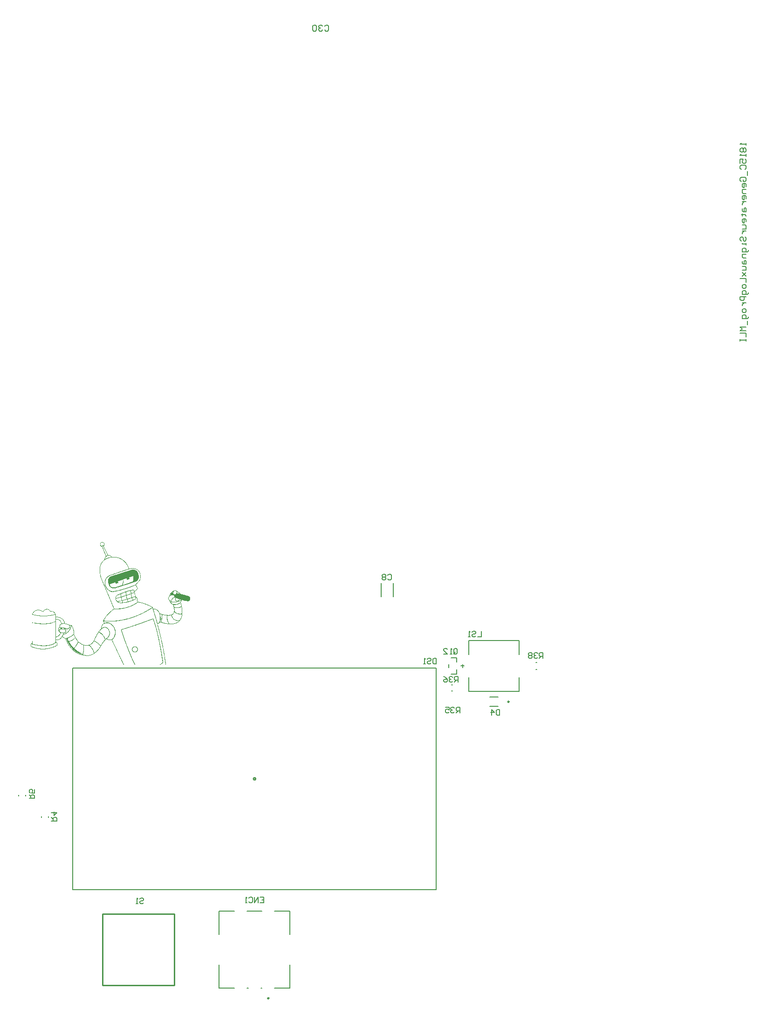
<source format=gbr>
%TF.GenerationSoftware,Altium Limited,Altium Designer,22.5.1 (42)*%
G04 Layer_Color=32896*
%FSLAX43Y43*%
%MOMM*%
%TF.SameCoordinates,1CDD9A58-554C-4E31-8E55-BAED9532D10C*%
%TF.FilePolarity,Positive*%
%TF.FileFunction,Legend,Bot*%
%TF.Part,CustomerPanel*%
G01*
G75*
%TA.AperFunction,NonConductor*%
%ADD112C,0.200*%
%ADD117C,0.100*%
%ADD119C,0.254*%
%ADD120C,0.250*%
G36*
X58433Y94956D02*
X58481D01*
Y94940D01*
X58529D01*
Y94924D01*
X58545D01*
Y94908D01*
X58578D01*
Y94892D01*
X58594D01*
Y94876D01*
X58610D01*
Y94860D01*
X58642D01*
Y94844D01*
X58658D01*
Y94812D01*
X58674D01*
Y94796D01*
X58690D01*
Y94780D01*
X58706D01*
Y94747D01*
X58722D01*
Y94715D01*
X58738D01*
Y94667D01*
X58754D01*
Y94426D01*
X58738D01*
Y94394D01*
X58722D01*
Y94346D01*
X58706D01*
Y94330D01*
X58690D01*
Y94297D01*
X58674D01*
Y94281D01*
X58658D01*
Y94265D01*
X58642D01*
Y94249D01*
X58626D01*
Y94233D01*
X58610D01*
Y94153D01*
X58626D01*
Y94121D01*
X58642D01*
Y94088D01*
X58658D01*
Y94056D01*
X58674D01*
Y94024D01*
X58690D01*
Y93992D01*
X58706D01*
Y93960D01*
X58722D01*
Y93928D01*
X58738D01*
Y93896D01*
X58754D01*
Y93863D01*
X58770D01*
Y93815D01*
X58787D01*
Y93799D01*
X58803D01*
Y93767D01*
X58819D01*
Y93735D01*
X58835D01*
Y93703D01*
X58851D01*
Y93670D01*
X58867D01*
Y93638D01*
X58883D01*
Y93590D01*
X58899D01*
Y93574D01*
X58915D01*
Y93542D01*
X58931D01*
Y93510D01*
X58947D01*
Y93478D01*
X58963D01*
Y93445D01*
X58979D01*
Y93413D01*
X58996D01*
Y93365D01*
X59012D01*
Y93349D01*
X59028D01*
Y93317D01*
X59044D01*
Y93285D01*
X59060D01*
Y93253D01*
X59076D01*
Y93204D01*
X59092D01*
Y93188D01*
X59108D01*
Y93156D01*
X59124D01*
Y93108D01*
X59140D01*
Y93076D01*
X59156D01*
Y93044D01*
X59172D01*
Y93027D01*
X59188D01*
Y92995D01*
X59204D01*
Y92963D01*
X59221D01*
Y92931D01*
X59237D01*
Y92899D01*
X59253D01*
Y92867D01*
X59269D01*
Y92818D01*
X59285D01*
Y92786D01*
X59301D01*
Y92754D01*
X59317D01*
Y92738D01*
X59333D01*
Y92706D01*
X59349D01*
Y92658D01*
X59365D01*
Y92642D01*
X59381D01*
Y92610D01*
X59397D01*
Y92577D01*
X59687D01*
Y92561D01*
X59751D01*
Y92545D01*
X59799D01*
Y92529D01*
X59831D01*
Y92513D01*
X59864D01*
Y92497D01*
X59896D01*
Y92481D01*
X59912D01*
Y92465D01*
X59944D01*
Y92449D01*
X59960D01*
Y92433D01*
X59976D01*
Y92417D01*
X59992D01*
Y92401D01*
X60008D01*
Y92384D01*
X60024D01*
Y92368D01*
X60040D01*
Y92352D01*
X60056D01*
Y92320D01*
X60073D01*
Y92304D01*
X60089D01*
Y92288D01*
X60105D01*
Y92272D01*
X60121D01*
Y92256D01*
X60249D01*
Y92272D01*
X60603D01*
Y92256D01*
X60812D01*
Y92240D01*
X60924D01*
Y92224D01*
X61005D01*
Y92208D01*
X61085D01*
Y92192D01*
X61150D01*
Y92176D01*
X61214D01*
Y92159D01*
X61278D01*
Y92143D01*
X61326D01*
Y92127D01*
X61375D01*
Y92111D01*
X61423D01*
Y92095D01*
X61455D01*
Y92079D01*
X61503D01*
Y92063D01*
X61535D01*
Y92047D01*
X61584D01*
Y92031D01*
X61616D01*
Y92015D01*
X61648D01*
Y91999D01*
X61680D01*
Y91983D01*
X61712D01*
Y91967D01*
X61744D01*
Y91950D01*
X61776D01*
Y91934D01*
X61809D01*
Y91918D01*
X61841D01*
Y91902D01*
X61857D01*
Y91886D01*
X61889D01*
Y91870D01*
X61921D01*
Y91854D01*
X61937D01*
Y91838D01*
X61969D01*
Y91822D01*
X61985D01*
Y91806D01*
X62018D01*
Y91790D01*
X62034D01*
Y91774D01*
X62066D01*
Y91758D01*
X62082D01*
Y91742D01*
X62098D01*
Y91725D01*
X62130D01*
Y91709D01*
X62146D01*
Y91693D01*
X62162D01*
Y91677D01*
X62178D01*
Y91661D01*
X62210D01*
Y91645D01*
X62227D01*
Y91629D01*
X62243D01*
Y91613D01*
X62259D01*
Y91597D01*
X62275D01*
Y91581D01*
X62307D01*
Y91565D01*
X62323D01*
Y91549D01*
X62339D01*
Y91533D01*
X62355D01*
Y91516D01*
X62371D01*
Y91500D01*
X62387D01*
Y91484D01*
X62403D01*
Y91468D01*
X62419D01*
Y91452D01*
X62436D01*
Y91436D01*
X62452D01*
Y91420D01*
X62468D01*
Y91404D01*
X62484D01*
Y91388D01*
X62500D01*
Y91372D01*
X62516D01*
Y91340D01*
X62532D01*
Y91324D01*
X62548D01*
Y91307D01*
X62564D01*
Y91291D01*
X62580D01*
Y91275D01*
X62596D01*
Y91259D01*
X62612D01*
Y91227D01*
X62628D01*
Y91211D01*
X62644D01*
Y91195D01*
X62661D01*
Y91179D01*
X62677D01*
Y91147D01*
X62693D01*
Y91131D01*
X62709D01*
Y91115D01*
X62725D01*
Y91082D01*
X62741D01*
Y91066D01*
X62757D01*
Y91050D01*
X62773D01*
Y91018D01*
X62789D01*
Y91002D01*
X62805D01*
Y90970D01*
X62821D01*
Y90954D01*
X62837D01*
Y90922D01*
X62853D01*
Y90906D01*
X62870D01*
Y90873D01*
X62886D01*
Y90841D01*
X62902D01*
Y90825D01*
X62918D01*
Y90793D01*
X62934D01*
Y90761D01*
X62950D01*
Y90745D01*
X62966D01*
Y90713D01*
X62982D01*
Y90681D01*
X62998D01*
Y90648D01*
X63014D01*
Y90616D01*
X63030D01*
Y90584D01*
X63046D01*
Y90552D01*
X63062D01*
Y90520D01*
X63079D01*
Y90488D01*
X63095D01*
Y90456D01*
X63111D01*
Y90423D01*
X63127D01*
Y90375D01*
X63143D01*
Y90343D01*
X63159D01*
Y90295D01*
X63175D01*
Y90263D01*
X63191D01*
Y90214D01*
X63207D01*
Y90166D01*
X63223D01*
Y90150D01*
X63255D01*
Y90134D01*
X63287D01*
Y90150D01*
X63368D01*
Y90166D01*
X63464D01*
Y90182D01*
X63625D01*
Y90198D01*
X64107D01*
Y90182D01*
X64220D01*
Y90166D01*
X64316D01*
Y90150D01*
X64364D01*
Y90134D01*
X64429D01*
Y90118D01*
X64477D01*
Y90102D01*
X64509D01*
Y90086D01*
X64557D01*
Y90070D01*
X64590D01*
Y90054D01*
X64622D01*
Y90038D01*
X64654D01*
Y90021D01*
X64686D01*
Y90005D01*
X64718D01*
Y89989D01*
X64734D01*
Y89973D01*
X64766D01*
Y89957D01*
X64782D01*
Y89941D01*
X64799D01*
Y89925D01*
X64831D01*
Y89909D01*
X64847D01*
Y89893D01*
X64863D01*
Y89877D01*
X64879D01*
Y89861D01*
X64895D01*
Y89845D01*
X64911D01*
Y89829D01*
X64927D01*
Y89813D01*
X64943D01*
Y89796D01*
X64959D01*
Y89780D01*
X64975D01*
Y89764D01*
X64991D01*
Y89748D01*
X65007D01*
Y89732D01*
X65024D01*
Y89700D01*
X65040D01*
Y89684D01*
X65056D01*
Y89652D01*
X65072D01*
Y89636D01*
X65088D01*
Y89604D01*
X65104D01*
Y89571D01*
X65120D01*
Y89539D01*
X65136D01*
Y89507D01*
X65152D01*
Y89475D01*
X65168D01*
Y89443D01*
X65184D01*
Y89395D01*
X65200D01*
Y89362D01*
X65216D01*
Y89298D01*
X65233D01*
Y89250D01*
X65249D01*
Y89170D01*
X65265D01*
Y89105D01*
X65281D01*
Y89009D01*
X65297D01*
Y88752D01*
X65313D01*
Y88687D01*
X65297D01*
Y88382D01*
X65281D01*
Y88253D01*
X65265D01*
Y88189D01*
X65249D01*
Y88109D01*
X65233D01*
Y88076D01*
X65216D01*
Y88060D01*
X65200D01*
Y88044D01*
X65184D01*
Y88028D01*
X65168D01*
Y87996D01*
X65152D01*
Y87980D01*
X65136D01*
Y87964D01*
X65120D01*
Y87948D01*
X65104D01*
Y87932D01*
X65088D01*
Y87916D01*
X65072D01*
Y87884D01*
X65056D01*
Y87867D01*
X65040D01*
Y87851D01*
X65024D01*
Y87835D01*
X65007D01*
Y87819D01*
X64991D01*
Y87803D01*
X64975D01*
Y87771D01*
X64959D01*
Y87755D01*
X64943D01*
Y87739D01*
X64927D01*
Y87723D01*
X64911D01*
Y87707D01*
X64895D01*
Y87691D01*
X64879D01*
Y87675D01*
X64863D01*
Y87659D01*
X64847D01*
Y87626D01*
X64831D01*
Y87610D01*
X64815D01*
Y87594D01*
X64799D01*
Y87578D01*
X64782D01*
Y87562D01*
X64766D01*
Y87546D01*
X64750D01*
Y87514D01*
X64734D01*
Y87498D01*
X64718D01*
Y87482D01*
X64702D01*
Y87466D01*
X64686D01*
Y87450D01*
X64670D01*
Y87433D01*
X64654D01*
Y87417D01*
X64638D01*
Y87385D01*
X64622D01*
Y87369D01*
X64606D01*
Y87353D01*
X64590D01*
Y87337D01*
X64573D01*
Y87321D01*
X64557D01*
Y87305D01*
X64541D01*
Y87273D01*
X64525D01*
Y87257D01*
X64509D01*
Y87241D01*
X64493D01*
Y87224D01*
X64477D01*
Y87144D01*
X64493D01*
Y87128D01*
X64509D01*
Y87096D01*
X64525D01*
Y87080D01*
X64541D01*
Y87048D01*
X64557D01*
Y87016D01*
X64573D01*
Y86999D01*
X64590D01*
Y86967D01*
X64606D01*
Y86935D01*
X64622D01*
Y86903D01*
X64638D01*
Y86887D01*
X64654D01*
Y86855D01*
X64670D01*
Y86823D01*
X64686D01*
Y86790D01*
X64702D01*
Y86758D01*
X64718D01*
Y86726D01*
X64734D01*
Y86694D01*
X64750D01*
Y86646D01*
X64766D01*
Y86598D01*
X64782D01*
Y86501D01*
X64766D01*
Y86453D01*
X64750D01*
Y86437D01*
X64734D01*
Y86405D01*
X64718D01*
Y86389D01*
X64702D01*
Y86373D01*
X64686D01*
Y86356D01*
X64670D01*
Y86340D01*
X64654D01*
Y86324D01*
X64638D01*
Y86308D01*
X64622D01*
Y86292D01*
X64606D01*
Y86276D01*
X64590D01*
Y86260D01*
X64573D01*
Y86244D01*
X64541D01*
Y86228D01*
X64525D01*
Y86212D01*
X64509D01*
Y86196D01*
X64493D01*
Y86180D01*
X64477D01*
Y86164D01*
X64445D01*
Y86147D01*
X64429D01*
Y86131D01*
X64413D01*
Y86115D01*
X64381D01*
Y86099D01*
X64364D01*
Y86083D01*
X64348D01*
Y86067D01*
X64316D01*
Y86051D01*
X64300D01*
Y86035D01*
X64268D01*
Y86019D01*
X64252D01*
Y86003D01*
X64220D01*
Y85987D01*
X64204D01*
Y85971D01*
X64188D01*
Y85955D01*
X64172D01*
Y85890D01*
X64188D01*
Y85842D01*
X64204D01*
Y85794D01*
X64220D01*
Y85746D01*
X64236D01*
Y85697D01*
X64252D01*
Y85649D01*
X64268D01*
Y85585D01*
X64284D01*
Y85521D01*
X64300D01*
Y85472D01*
X64316D01*
Y85408D01*
X64332D01*
Y85344D01*
X64348D01*
Y85279D01*
X64364D01*
Y85199D01*
X64381D01*
Y85135D01*
X64397D01*
Y85070D01*
X64413D01*
Y85038D01*
X64445D01*
Y85022D01*
X64493D01*
Y85006D01*
X64525D01*
Y84990D01*
X64541D01*
Y84974D01*
X64573D01*
Y84958D01*
X64590D01*
Y84942D01*
X64606D01*
Y84926D01*
X64622D01*
Y84910D01*
X64654D01*
Y84878D01*
X64670D01*
Y84861D01*
X64686D01*
Y84781D01*
X64702D01*
Y84636D01*
X64718D01*
Y84508D01*
X64734D01*
Y84379D01*
X64750D01*
Y84235D01*
X64766D01*
Y84154D01*
X64782D01*
Y84138D01*
X64831D01*
Y84122D01*
X64911D01*
Y84106D01*
X65007D01*
Y84090D01*
X65088D01*
Y84074D01*
X65136D01*
Y84058D01*
X65233D01*
Y84042D01*
X65281D01*
Y84026D01*
X65361D01*
Y84010D01*
X65409D01*
Y83993D01*
X65474D01*
Y83977D01*
X65538D01*
Y83961D01*
X65586D01*
Y83945D01*
X65650D01*
Y83929D01*
X65699D01*
Y83913D01*
X65763D01*
Y83897D01*
X65811D01*
Y83881D01*
X65859D01*
Y83865D01*
X65908D01*
Y83849D01*
X65956D01*
Y83833D01*
X66004D01*
Y83817D01*
X66052D01*
Y83801D01*
X66101D01*
Y83784D01*
X66149D01*
Y83768D01*
X66197D01*
Y83752D01*
X66245D01*
Y83736D01*
X66277D01*
Y83720D01*
X66326D01*
Y83704D01*
X66358D01*
Y83688D01*
X66406D01*
Y83672D01*
X66438D01*
Y83656D01*
X66486D01*
Y83640D01*
X66519D01*
Y83624D01*
X66567D01*
Y83608D01*
X66599D01*
Y83592D01*
X66631D01*
Y83576D01*
X66679D01*
Y83559D01*
X66711D01*
Y83543D01*
X66744D01*
Y83527D01*
X66776D01*
Y83511D01*
X66824D01*
Y83495D01*
X66856D01*
Y83479D01*
X66888D01*
Y83463D01*
X66920D01*
Y83447D01*
X66953D01*
Y83431D01*
X66985D01*
Y83415D01*
X67017D01*
Y83399D01*
X67049D01*
Y83383D01*
X67081D01*
Y83367D01*
X67113D01*
Y83350D01*
X67145D01*
Y83334D01*
X67178D01*
Y83318D01*
X67210D01*
Y83302D01*
X67242D01*
Y83286D01*
X67274D01*
Y83270D01*
X67290D01*
Y83254D01*
X67322D01*
Y83238D01*
X67354D01*
Y83222D01*
X67387D01*
Y83206D01*
X67419D01*
Y83190D01*
X67435D01*
Y83174D01*
X67483D01*
Y83158D01*
X67499D01*
Y83141D01*
X67515D01*
Y83109D01*
X67531D01*
Y83029D01*
X67547D01*
Y82981D01*
X67563D01*
Y82933D01*
X67579D01*
Y82884D01*
X67596D01*
Y82868D01*
X67837D01*
Y82852D01*
X67933D01*
Y82836D01*
X67981D01*
Y82820D01*
X68046D01*
Y82804D01*
X68078D01*
Y82788D01*
X68126D01*
Y82772D01*
X68158D01*
Y82756D01*
X68190D01*
Y82740D01*
X68222D01*
Y82724D01*
X68239D01*
Y82707D01*
X68271D01*
Y82691D01*
X68287D01*
Y82675D01*
X68319D01*
Y82659D01*
X68335D01*
Y82643D01*
X68367D01*
Y82627D01*
X68383D01*
Y82611D01*
X68399D01*
Y82595D01*
X68415D01*
Y82579D01*
X68431D01*
Y82563D01*
X68447D01*
Y82547D01*
X68464D01*
Y82531D01*
X68480D01*
Y82515D01*
X68496D01*
Y82498D01*
X68512D01*
Y82482D01*
X68528D01*
Y82466D01*
X68544D01*
Y82450D01*
X68560D01*
Y82418D01*
X68576D01*
Y82402D01*
X68592D01*
Y82386D01*
X68608D01*
Y82354D01*
X68624D01*
Y82338D01*
X68640D01*
Y82306D01*
X68656D01*
Y82290D01*
X68673D01*
Y82257D01*
X68689D01*
Y82225D01*
X68705D01*
Y82209D01*
X68721D01*
Y82177D01*
X68737D01*
Y82145D01*
X68753D01*
Y82097D01*
X68769D01*
Y82064D01*
X68785D01*
Y82048D01*
X68801D01*
Y82032D01*
X68817D01*
Y82016D01*
X68865D01*
Y82000D01*
X68898D01*
Y81984D01*
X68946D01*
Y81968D01*
X68994D01*
Y81952D01*
X69042D01*
Y81936D01*
X69107D01*
Y81920D01*
X69139D01*
Y81904D01*
X69203D01*
Y81888D01*
X69251D01*
Y81872D01*
X69299D01*
Y81856D01*
X69380D01*
Y81839D01*
X69428D01*
Y81823D01*
X69508D01*
Y81807D01*
X69573D01*
Y81791D01*
X69637D01*
Y81775D01*
X69717D01*
Y81759D01*
X69814D01*
Y81743D01*
X69926D01*
Y81727D01*
X70023D01*
Y81711D01*
X70200D01*
Y81695D01*
X70505D01*
Y81711D01*
X70650D01*
Y81727D01*
X70714D01*
Y81743D01*
X70794D01*
Y81759D01*
X70843D01*
Y81775D01*
X70891D01*
Y81791D01*
X70939D01*
Y81807D01*
X70971D01*
Y81823D01*
X71003D01*
Y81839D01*
X71036D01*
Y81856D01*
X71052D01*
Y81872D01*
X71084D01*
Y81888D01*
X71100D01*
Y81904D01*
X71116D01*
Y81920D01*
X71148D01*
Y81936D01*
X71164D01*
Y81952D01*
X71180D01*
Y81968D01*
X71196D01*
Y82000D01*
X71212D01*
Y82016D01*
X71228D01*
Y82032D01*
X71244D01*
Y82048D01*
X71261D01*
Y82081D01*
X71277D01*
Y82097D01*
X71293D01*
Y82129D01*
X71309D01*
Y82177D01*
X71325D01*
Y82209D01*
X71341D01*
Y82257D01*
X71357D01*
Y82306D01*
X71373D01*
Y82402D01*
X71389D01*
Y82804D01*
X71373D01*
Y82916D01*
X71357D01*
Y82997D01*
X71341D01*
Y83077D01*
X71325D01*
Y83141D01*
X71309D01*
Y83206D01*
X71293D01*
Y83254D01*
X71277D01*
Y83302D01*
X71261D01*
Y83367D01*
X71244D01*
Y83415D01*
X71228D01*
Y83463D01*
X71212D01*
Y83511D01*
X71196D01*
Y83543D01*
X71180D01*
Y83576D01*
X71164D01*
Y83592D01*
X71148D01*
Y83608D01*
X71132D01*
Y83624D01*
X71116D01*
Y83640D01*
X71084D01*
Y83656D01*
X71068D01*
Y83672D01*
X71036D01*
Y83688D01*
X71019D01*
Y83704D01*
X70987D01*
Y83720D01*
X70971D01*
Y83736D01*
X70955D01*
Y83752D01*
X70939D01*
Y83768D01*
X70923D01*
Y83784D01*
X70891D01*
Y83801D01*
X70875D01*
Y83817D01*
X70859D01*
Y83833D01*
X70843D01*
Y83849D01*
X70827D01*
Y83865D01*
X70810D01*
Y83881D01*
X70794D01*
Y83897D01*
X70778D01*
Y83913D01*
X70762D01*
Y83929D01*
X70746D01*
Y83945D01*
X70730D01*
Y83961D01*
X70714D01*
Y83993D01*
X70698D01*
Y84010D01*
X70682D01*
Y84026D01*
X70666D01*
Y84058D01*
X70650D01*
Y84074D01*
X70634D01*
Y84090D01*
X70618D01*
Y84122D01*
X70602D01*
Y84138D01*
X70585D01*
Y84170D01*
X70569D01*
Y84202D01*
X70553D01*
Y84218D01*
X70537D01*
Y84267D01*
X70521D01*
Y84299D01*
X70505D01*
Y84347D01*
X70489D01*
Y84395D01*
X70473D01*
Y84427D01*
X70457D01*
Y84444D01*
X70441D01*
Y84460D01*
X70425D01*
Y84476D01*
X70393D01*
Y84492D01*
X70376D01*
Y84524D01*
X70360D01*
Y84540D01*
X70344D01*
Y84556D01*
X70328D01*
Y84588D01*
X70312D01*
Y84620D01*
X70296D01*
Y84685D01*
X70280D01*
Y84701D01*
X70296D01*
Y84765D01*
X70312D01*
Y84813D01*
X70328D01*
Y84861D01*
X70344D01*
Y84894D01*
X70360D01*
Y84926D01*
X70376D01*
Y84958D01*
X70393D01*
Y84990D01*
X70409D01*
Y85006D01*
X70425D01*
Y85038D01*
X70441D01*
Y85070D01*
X70457D01*
Y85103D01*
X70473D01*
Y85135D01*
X70489D01*
Y85183D01*
X70505D01*
Y85215D01*
X70521D01*
Y85263D01*
X70537D01*
Y85312D01*
X70553D01*
Y85344D01*
X70569D01*
Y85376D01*
X70585D01*
Y85408D01*
X70602D01*
Y85456D01*
X70618D01*
Y85472D01*
X70634D01*
Y85504D01*
X70650D01*
Y85553D01*
X70666D01*
Y85569D01*
X70682D01*
Y85601D01*
X70698D01*
Y85617D01*
X70714D01*
Y85649D01*
X70730D01*
Y85681D01*
X70746D01*
Y85697D01*
X70762D01*
Y85730D01*
X70778D01*
Y85746D01*
X70794D01*
Y85762D01*
X70810D01*
Y85794D01*
X70827D01*
Y85810D01*
X70843D01*
Y85826D01*
X70859D01*
Y85842D01*
X70875D01*
Y85858D01*
X70891D01*
Y85874D01*
X70907D01*
Y85890D01*
X70939D01*
Y85906D01*
X70955D01*
Y85922D01*
X70971D01*
Y85938D01*
X70987D01*
Y85955D01*
X71019D01*
Y85971D01*
X71036D01*
Y85987D01*
X71068D01*
Y86003D01*
X71084D01*
Y86019D01*
X71116D01*
Y86035D01*
X71148D01*
Y86051D01*
X71180D01*
Y86067D01*
X71228D01*
Y86083D01*
X71277D01*
Y86099D01*
X71293D01*
Y86115D01*
X71325D01*
Y86131D01*
X71341D01*
Y86147D01*
X71373D01*
Y86164D01*
X71389D01*
Y86180D01*
X71437D01*
Y86196D01*
X71470D01*
Y86212D01*
X71679D01*
Y86196D01*
X71711D01*
Y86180D01*
X71759D01*
Y86164D01*
X71775D01*
Y86147D01*
X71807D01*
Y86131D01*
X71823D01*
Y86115D01*
X71839D01*
Y86099D01*
X71855D01*
Y86083D01*
X71871D01*
Y86067D01*
X71887D01*
Y86051D01*
X71904D01*
Y86035D01*
X71920D01*
Y86019D01*
X71936D01*
Y86003D01*
X71968D01*
Y85987D01*
X72000D01*
Y85971D01*
X72032D01*
Y85955D01*
X72064D01*
Y85938D01*
X72096D01*
Y85922D01*
X72113D01*
Y85906D01*
X72145D01*
Y85890D01*
X72177D01*
Y85874D01*
X72193D01*
Y85858D01*
X72225D01*
Y85842D01*
X72241D01*
Y85826D01*
X72273D01*
Y85810D01*
X72289D01*
Y85794D01*
X72305D01*
Y85778D01*
X72338D01*
Y85762D01*
X72354D01*
Y85746D01*
X72370D01*
Y85730D01*
X72402D01*
Y85713D01*
X72418D01*
Y85697D01*
X72434D01*
Y85681D01*
X72450D01*
Y85665D01*
X72466D01*
Y85649D01*
X72482D01*
Y85633D01*
X72514D01*
Y85617D01*
X72530D01*
Y85601D01*
X72547D01*
Y85585D01*
X72563D01*
Y85569D01*
X72579D01*
Y85553D01*
X72595D01*
Y85537D01*
X72611D01*
Y85521D01*
X72675D01*
Y85504D01*
X72739D01*
Y85488D01*
X72804D01*
Y85472D01*
X72884D01*
Y85456D01*
X72948D01*
Y85440D01*
X73029D01*
Y85424D01*
X73077D01*
Y85408D01*
X73157D01*
Y85392D01*
X73206D01*
Y85376D01*
X73286D01*
Y85360D01*
X73334D01*
Y85344D01*
X73399D01*
Y85328D01*
X73463D01*
Y85312D01*
X73511D01*
Y85296D01*
X73575D01*
Y85279D01*
X73624D01*
Y85263D01*
X73688D01*
Y85247D01*
X73736D01*
Y85231D01*
X73784D01*
Y85215D01*
X73833D01*
Y85199D01*
X73881D01*
Y85183D01*
X73929D01*
Y85167D01*
X73977D01*
Y85151D01*
X74009D01*
Y85135D01*
X74058D01*
Y85119D01*
X74074D01*
Y85103D01*
X74122D01*
Y85087D01*
X74154D01*
Y85070D01*
X74170D01*
Y85054D01*
X74202D01*
Y85038D01*
X74218D01*
Y85022D01*
X74234D01*
Y85006D01*
X74250D01*
Y84990D01*
X74267D01*
Y84958D01*
X74283D01*
Y84894D01*
X74299D01*
Y84781D01*
X74315D01*
Y84572D01*
X74299D01*
Y84508D01*
X74283D01*
Y84476D01*
X74267D01*
Y84427D01*
X74250D01*
Y84395D01*
X74234D01*
Y84379D01*
X74218D01*
Y84363D01*
X74202D01*
Y84331D01*
X74186D01*
Y84315D01*
X74170D01*
Y84299D01*
X74154D01*
Y84283D01*
X74122D01*
Y84267D01*
X74090D01*
Y84251D01*
X74074D01*
Y84235D01*
X74025D01*
Y84218D01*
X73833D01*
Y84235D01*
X73720D01*
Y84251D01*
X73624D01*
Y84267D01*
X73543D01*
Y84283D01*
X73447D01*
Y84299D01*
X73382D01*
Y84315D01*
X73318D01*
Y84331D01*
X73238D01*
Y84347D01*
X73173D01*
Y84363D01*
X73109D01*
Y84379D01*
X73061D01*
Y84395D01*
X72997D01*
Y84411D01*
X72932D01*
Y84427D01*
X72884D01*
Y84444D01*
X72804D01*
Y84460D01*
X72788D01*
Y84444D01*
X72772D01*
Y84411D01*
X72756D01*
Y84331D01*
X72739D01*
Y84283D01*
X72723D01*
Y84235D01*
X72707D01*
Y84186D01*
X72691D01*
Y84154D01*
X72675D01*
Y84122D01*
X72659D01*
Y84090D01*
X72643D01*
Y84058D01*
X72627D01*
Y83977D01*
X72643D01*
Y83897D01*
X72659D01*
Y83817D01*
X72675D01*
Y83752D01*
X72691D01*
Y83672D01*
X72707D01*
Y83608D01*
X72723D01*
Y83527D01*
X72739D01*
Y83447D01*
X72756D01*
Y83383D01*
X72772D01*
Y83302D01*
X72788D01*
Y83222D01*
X72804D01*
Y83125D01*
X72820D01*
Y83029D01*
X72836D01*
Y82916D01*
X72852D01*
Y82788D01*
X72868D01*
Y82659D01*
X72884D01*
Y82402D01*
X72900D01*
Y82081D01*
X72884D01*
Y81839D01*
X72868D01*
Y81727D01*
X72852D01*
Y81614D01*
X72836D01*
Y81534D01*
X72820D01*
Y81470D01*
X72804D01*
Y81405D01*
X72788D01*
Y81357D01*
X72772D01*
Y81309D01*
X72756D01*
Y81261D01*
X72739D01*
Y81213D01*
X72723D01*
Y81164D01*
X72707D01*
Y81132D01*
X72691D01*
Y81100D01*
X72675D01*
Y81052D01*
X72659D01*
Y81020D01*
X72643D01*
Y80987D01*
X72627D01*
Y80955D01*
X72611D01*
Y80939D01*
X72595D01*
Y80907D01*
X72579D01*
Y80875D01*
X72563D01*
Y80859D01*
X72547D01*
Y80827D01*
X72530D01*
Y80811D01*
X72514D01*
Y80779D01*
X72498D01*
Y80762D01*
X72482D01*
Y80746D01*
X72466D01*
Y80714D01*
X72450D01*
Y80698D01*
X72434D01*
Y80682D01*
X72418D01*
Y80666D01*
X72402D01*
Y80634D01*
X72386D01*
Y80618D01*
X72370D01*
Y80602D01*
X72354D01*
Y80586D01*
X72338D01*
Y80570D01*
X72322D01*
Y80553D01*
X72305D01*
Y80537D01*
X72273D01*
Y80521D01*
X72257D01*
Y80505D01*
X72241D01*
Y80489D01*
X72225D01*
Y80473D01*
X72209D01*
Y80457D01*
X72193D01*
Y80441D01*
X72161D01*
Y80425D01*
X72145D01*
Y80409D01*
X72129D01*
Y80393D01*
X72096D01*
Y80377D01*
X72080D01*
Y80361D01*
X72048D01*
Y80344D01*
X72016D01*
Y80328D01*
X71984D01*
Y80312D01*
X71968D01*
Y80296D01*
X71936D01*
Y80280D01*
X71904D01*
Y80264D01*
X71871D01*
Y80248D01*
X71823D01*
Y80232D01*
X71791D01*
Y80216D01*
X71759D01*
Y80200D01*
X71711D01*
Y80184D01*
X71662D01*
Y80168D01*
X71614D01*
Y80152D01*
X71550D01*
Y80136D01*
X71502D01*
Y80119D01*
X71421D01*
Y80103D01*
X71341D01*
Y80087D01*
X71228D01*
Y80071D01*
X71068D01*
Y80055D01*
X70489D01*
Y80071D01*
X70312D01*
Y80087D01*
X70167D01*
Y80103D01*
X70071D01*
Y80119D01*
X69959D01*
Y80136D01*
X69894D01*
Y80152D01*
X69798D01*
Y80168D01*
X69717D01*
Y80184D01*
X69637D01*
Y80200D01*
X69557D01*
Y80216D01*
X69492D01*
Y80232D01*
X69428D01*
Y80248D01*
X69364D01*
Y80264D01*
X69299D01*
Y80280D01*
X69235D01*
Y80296D01*
X69187D01*
Y80312D01*
X69123D01*
Y80328D01*
X69074D01*
Y80344D01*
X69026D01*
Y80361D01*
X68962D01*
Y80377D01*
X68914D01*
Y80393D01*
X68849D01*
Y80409D01*
X68801D01*
Y80393D01*
X68785D01*
Y80361D01*
X68769D01*
Y80328D01*
X68753D01*
Y80312D01*
X68737D01*
Y80296D01*
X68721D01*
Y80280D01*
X68705D01*
Y80248D01*
X68689D01*
Y80232D01*
X68656D01*
Y80216D01*
X68640D01*
Y80200D01*
X68624D01*
Y80184D01*
X68592D01*
Y80168D01*
X68560D01*
Y80152D01*
X68528D01*
Y80136D01*
X68480D01*
Y80119D01*
X68431D01*
Y80103D01*
X68415D01*
Y80007D01*
X68431D01*
Y79943D01*
X68447D01*
Y79894D01*
X68464D01*
Y79846D01*
X68480D01*
Y79766D01*
X68496D01*
Y79718D01*
X68512D01*
Y79637D01*
X68528D01*
Y79589D01*
X68544D01*
Y79541D01*
X68560D01*
Y79460D01*
X68576D01*
Y79396D01*
X68592D01*
Y79348D01*
X68608D01*
Y79284D01*
X68624D01*
Y79219D01*
X68640D01*
Y79155D01*
X68656D01*
Y79091D01*
X68673D01*
Y79026D01*
X68689D01*
Y78962D01*
X68705D01*
Y78898D01*
X68721D01*
Y78833D01*
X68737D01*
Y78769D01*
X68753D01*
Y78705D01*
X68769D01*
Y78641D01*
X68785D01*
Y78576D01*
X68801D01*
Y78512D01*
X68817D01*
Y78448D01*
X68833D01*
Y78383D01*
X68849D01*
Y78319D01*
X68865D01*
Y78239D01*
X68882D01*
Y78174D01*
X68898D01*
Y78126D01*
X68914D01*
Y78046D01*
X68930D01*
Y77981D01*
X68946D01*
Y77917D01*
X68962D01*
Y77853D01*
X68978D01*
Y77773D01*
X68994D01*
Y77708D01*
X69010D01*
Y77644D01*
X69026D01*
Y77564D01*
X69042D01*
Y77499D01*
X69058D01*
Y77419D01*
X69074D01*
Y77355D01*
X69090D01*
Y77290D01*
X69107D01*
Y77210D01*
X69123D01*
Y77146D01*
X69139D01*
Y77065D01*
X69155D01*
Y77001D01*
X69171D01*
Y76937D01*
X69187D01*
Y76840D01*
X69203D01*
Y76776D01*
X69219D01*
Y76696D01*
X69235D01*
Y76631D01*
X69251D01*
Y76551D01*
X69267D01*
Y76470D01*
X69283D01*
Y76406D01*
X69299D01*
Y76310D01*
X69316D01*
Y76245D01*
X69332D01*
Y76165D01*
X69348D01*
Y76085D01*
X69364D01*
Y76004D01*
X69380D01*
Y75924D01*
X69396D01*
Y75844D01*
X69412D01*
Y75763D01*
X69428D01*
Y75683D01*
X69444D01*
Y75586D01*
X69460D01*
Y75522D01*
X69476D01*
Y75426D01*
X69492D01*
Y75329D01*
X69508D01*
Y75265D01*
X69524D01*
Y75168D01*
X69541D01*
Y75072D01*
X69557D01*
Y74992D01*
X69573D01*
Y74895D01*
X69589D01*
Y74815D01*
X69605D01*
Y74718D01*
X69621D01*
Y74638D01*
X69637D01*
Y74541D01*
X69653D01*
Y74429D01*
X69669D01*
Y74349D01*
X69685D01*
Y74236D01*
X69701D01*
Y74140D01*
X69717D01*
Y74027D01*
X69733D01*
Y73947D01*
X69750D01*
Y73834D01*
X69766D01*
Y73722D01*
X69782D01*
Y73625D01*
X69798D01*
Y73481D01*
X69814D01*
Y73384D01*
X69830D01*
Y73272D01*
X69846D01*
Y73159D01*
X69862D01*
Y73030D01*
X69878D01*
Y72886D01*
X69894D01*
Y72789D01*
X69910D01*
Y72677D01*
X69830D01*
Y72709D01*
X69814D01*
Y72838D01*
X69798D01*
Y72966D01*
X69782D01*
Y73095D01*
X69766D01*
Y73223D01*
X69750D01*
Y73336D01*
X69733D01*
Y73432D01*
X69717D01*
Y73561D01*
X69701D01*
Y73657D01*
X69685D01*
Y73770D01*
X69669D01*
Y73866D01*
X69653D01*
Y73979D01*
X69637D01*
Y74091D01*
X69621D01*
Y74188D01*
X69605D01*
Y74284D01*
X69589D01*
Y74381D01*
X69573D01*
Y74477D01*
X69557D01*
Y74574D01*
X69541D01*
Y74670D01*
X69524D01*
Y74767D01*
X69508D01*
Y74863D01*
X69492D01*
Y74943D01*
X69476D01*
Y75040D01*
X69460D01*
Y75120D01*
X69444D01*
Y75201D01*
X69428D01*
Y75297D01*
X69412D01*
Y75393D01*
X69396D01*
Y75458D01*
X69380D01*
Y75554D01*
X69364D01*
Y75619D01*
X69348D01*
Y75715D01*
X69332D01*
Y75811D01*
X69316D01*
Y75876D01*
X69299D01*
Y75956D01*
X69283D01*
Y76036D01*
X69267D01*
Y76101D01*
X69251D01*
Y76197D01*
X69235D01*
Y76278D01*
X69219D01*
Y76358D01*
X69203D01*
Y76422D01*
X69187D01*
Y76503D01*
X69171D01*
Y76583D01*
X69155D01*
Y76647D01*
X69139D01*
Y76728D01*
X69123D01*
Y76808D01*
X69107D01*
Y76872D01*
X69090D01*
Y76953D01*
X69074D01*
Y77017D01*
X69058D01*
Y77097D01*
X69042D01*
Y77162D01*
X69026D01*
Y77242D01*
X69010D01*
Y77322D01*
X68994D01*
Y77387D01*
X68978D01*
Y77467D01*
X68962D01*
Y77531D01*
X68946D01*
Y77596D01*
X68930D01*
Y77660D01*
X68914D01*
Y77724D01*
X68898D01*
Y77805D01*
X68882D01*
Y77869D01*
X68865D01*
Y77949D01*
X68849D01*
Y78014D01*
X68833D01*
Y78078D01*
X68817D01*
Y78142D01*
X68801D01*
Y78207D01*
X68785D01*
Y78271D01*
X68769D01*
Y78335D01*
X68753D01*
Y78399D01*
X68737D01*
Y78464D01*
X68721D01*
Y78528D01*
X68705D01*
Y78592D01*
X68689D01*
Y78657D01*
X68673D01*
Y78737D01*
X68656D01*
Y78785D01*
X68640D01*
Y78866D01*
X68624D01*
Y78914D01*
X68608D01*
Y78978D01*
X68592D01*
Y79042D01*
X68576D01*
Y79107D01*
X68560D01*
Y79171D01*
X68544D01*
Y79235D01*
X68528D01*
Y79300D01*
X68512D01*
Y79364D01*
X68496D01*
Y79428D01*
X68480D01*
Y79493D01*
X68464D01*
Y79541D01*
X68447D01*
Y79605D01*
X68431D01*
Y79669D01*
X68415D01*
Y79718D01*
X68399D01*
Y79782D01*
X68383D01*
Y79846D01*
X68367D01*
Y79894D01*
X68351D01*
Y79975D01*
X68335D01*
Y80023D01*
X68319D01*
Y80087D01*
X68303D01*
Y80136D01*
X68287D01*
Y80216D01*
X68271D01*
Y80264D01*
X68255D01*
Y80328D01*
X68239D01*
Y80377D01*
X68222D01*
Y80441D01*
X68206D01*
Y80489D01*
X68190D01*
Y80553D01*
X68174D01*
Y80618D01*
X68158D01*
Y80666D01*
X68142D01*
Y80730D01*
X68126D01*
Y80795D01*
X68110D01*
Y80843D01*
X68094D01*
Y80907D01*
X68078D01*
Y80955D01*
X68062D01*
Y81020D01*
X68046D01*
Y81068D01*
X68030D01*
Y81132D01*
X68013D01*
Y81180D01*
X67997D01*
Y81245D01*
X67981D01*
Y81293D01*
X67965D01*
Y81357D01*
X67949D01*
Y81405D01*
X67933D01*
Y81470D01*
X67917D01*
Y81518D01*
X67901D01*
Y81566D01*
X67885D01*
Y81614D01*
X67869D01*
Y81679D01*
X67853D01*
Y81727D01*
X67837D01*
Y81775D01*
X67821D01*
Y81839D01*
X67804D01*
Y81888D01*
X67788D01*
Y81952D01*
X67772D01*
Y82016D01*
X67756D01*
Y82064D01*
X67740D01*
Y82113D01*
X67724D01*
Y82161D01*
X67708D01*
Y82225D01*
X67692D01*
Y82273D01*
X67676D01*
Y82322D01*
X67660D01*
Y82370D01*
X67644D01*
Y82434D01*
X67628D01*
Y82482D01*
X67612D01*
Y82531D01*
X67596D01*
Y82595D01*
X67579D01*
Y82627D01*
X67563D01*
Y82691D01*
X67547D01*
Y82740D01*
X67531D01*
Y82788D01*
X67515D01*
Y82852D01*
X67499D01*
Y82884D01*
X67483D01*
Y82949D01*
X67467D01*
Y82997D01*
X67451D01*
Y83013D01*
X67403D01*
Y82997D01*
X67387D01*
Y82981D01*
X67354D01*
Y82965D01*
X67322D01*
Y82949D01*
X67306D01*
Y82933D01*
X67290D01*
Y82916D01*
X67258D01*
Y82900D01*
X67242D01*
Y82884D01*
X67210D01*
Y82868D01*
X67194D01*
Y82852D01*
X67161D01*
Y82836D01*
X67145D01*
Y82820D01*
X67113D01*
Y82804D01*
X67081D01*
Y82788D01*
X67065D01*
Y82772D01*
X67033D01*
Y82756D01*
X67017D01*
Y82740D01*
X66985D01*
Y82724D01*
X66969D01*
Y82707D01*
X66936D01*
Y82691D01*
X66904D01*
Y82675D01*
X66888D01*
Y82659D01*
X66856D01*
Y82643D01*
X66840D01*
Y82627D01*
X66808D01*
Y82611D01*
X66776D01*
Y82595D01*
X66744D01*
Y82579D01*
X66727D01*
Y82563D01*
X66695D01*
Y82547D01*
X66663D01*
Y82531D01*
X66647D01*
Y82515D01*
X66615D01*
Y82498D01*
X66583D01*
Y82482D01*
X66551D01*
Y82466D01*
X66535D01*
Y82450D01*
X66502D01*
Y82434D01*
X66470D01*
Y82418D01*
X66438D01*
Y82402D01*
X66422D01*
Y82386D01*
X66390D01*
Y82370D01*
X66358D01*
Y82354D01*
X66326D01*
Y82338D01*
X66293D01*
Y82322D01*
X66261D01*
Y82306D01*
X66245D01*
Y82290D01*
X66213D01*
Y82273D01*
X66181D01*
Y82257D01*
X66149D01*
Y82241D01*
X66117D01*
Y82225D01*
X66084D01*
Y82209D01*
X66052D01*
Y82193D01*
X66020D01*
Y82177D01*
X65988D01*
Y82161D01*
X65972D01*
Y82145D01*
X65940D01*
Y82129D01*
X65908D01*
Y82113D01*
X65876D01*
Y82097D01*
X65843D01*
Y82081D01*
X65795D01*
Y82064D01*
X65763D01*
Y82048D01*
X65731D01*
Y82032D01*
X65715D01*
Y82016D01*
X65667D01*
Y82000D01*
X65650D01*
Y81984D01*
X65618D01*
Y81968D01*
X65570D01*
Y81952D01*
X65538D01*
Y81936D01*
X65506D01*
Y81920D01*
X65474D01*
Y81904D01*
X65441D01*
Y81888D01*
X65409D01*
Y81872D01*
X65377D01*
Y81856D01*
X65329D01*
Y81839D01*
X65297D01*
Y81823D01*
X65265D01*
Y81807D01*
X65233D01*
Y81791D01*
X65200D01*
Y81775D01*
X65152D01*
Y81759D01*
X65120D01*
Y81743D01*
X65088D01*
Y81727D01*
X65040D01*
Y81711D01*
X65007D01*
Y81695D01*
X64975D01*
Y81679D01*
X64927D01*
Y81663D01*
X64895D01*
Y81647D01*
X64863D01*
Y81630D01*
X64815D01*
Y81614D01*
X64782D01*
Y81598D01*
X64750D01*
Y81582D01*
X64702D01*
Y81566D01*
X64670D01*
Y81550D01*
X64622D01*
Y81534D01*
X64590D01*
Y81518D01*
X64557D01*
Y81502D01*
X64509D01*
Y81486D01*
X64477D01*
Y81470D01*
X64429D01*
Y81454D01*
X64397D01*
Y81438D01*
X64348D01*
Y81422D01*
X64300D01*
Y81405D01*
X64268D01*
Y81389D01*
X64220D01*
Y81373D01*
X64188D01*
Y81357D01*
X64139D01*
Y81341D01*
X64091D01*
Y81325D01*
X64043D01*
Y81309D01*
X63995D01*
Y81293D01*
X63963D01*
Y81277D01*
X63898D01*
Y81261D01*
X63866D01*
Y81245D01*
X63802D01*
Y81229D01*
X63770D01*
Y81213D01*
X63722D01*
Y81196D01*
X63657D01*
Y81180D01*
X63609D01*
Y81164D01*
X63561D01*
Y81148D01*
X63513D01*
Y81132D01*
X63464D01*
Y81116D01*
X63400D01*
Y81100D01*
X63352D01*
Y81084D01*
X63304D01*
Y81068D01*
X63239D01*
Y81052D01*
X63191D01*
Y81036D01*
X63127D01*
Y81020D01*
X63079D01*
Y81004D01*
X62998D01*
Y80987D01*
X62966D01*
Y80971D01*
X62886D01*
Y80955D01*
X62837D01*
Y80939D01*
X62773D01*
Y80923D01*
X62693D01*
Y80907D01*
X62644D01*
Y80891D01*
X62564D01*
Y80875D01*
X62500D01*
Y80859D01*
X62436D01*
Y80843D01*
X62355D01*
Y80827D01*
X62291D01*
Y80811D01*
X62210D01*
Y80795D01*
X62130D01*
Y80779D01*
X62034D01*
Y80762D01*
X61969D01*
Y80746D01*
X61889D01*
Y80730D01*
X61776D01*
Y80714D01*
X61696D01*
Y80698D01*
X61584D01*
Y80682D01*
X61487D01*
Y80666D01*
X61359D01*
Y80650D01*
X61230D01*
Y80634D01*
X61133D01*
Y80618D01*
X60973D01*
Y80602D01*
X60828D01*
Y80586D01*
X60619D01*
Y80570D01*
X60490D01*
Y80553D01*
X60153D01*
Y80537D01*
X59301D01*
Y80553D01*
X58963D01*
Y80570D01*
X58787D01*
Y80586D01*
X58658D01*
Y80602D01*
X58642D01*
Y80586D01*
X58626D01*
Y80537D01*
X58642D01*
Y80505D01*
X58658D01*
Y80473D01*
X58674D01*
Y80425D01*
X58690D01*
Y80393D01*
X58706D01*
Y80361D01*
X58722D01*
Y80312D01*
X58738D01*
Y80296D01*
X58787D01*
Y80312D01*
X58835D01*
Y80328D01*
X58883D01*
Y80344D01*
X58947D01*
Y80361D01*
X59060D01*
Y80377D01*
X59333D01*
Y80361D01*
X59494D01*
Y80344D01*
X59558D01*
Y80328D01*
X59622D01*
Y80312D01*
X59655D01*
Y80296D01*
X59671D01*
Y80280D01*
X59703D01*
Y80264D01*
X59735D01*
Y80248D01*
X59751D01*
Y80232D01*
X59783D01*
Y80216D01*
X59815D01*
Y80200D01*
X59831D01*
Y80184D01*
X59864D01*
Y80168D01*
X59880D01*
Y80152D01*
X59912D01*
Y80136D01*
X59928D01*
Y80119D01*
X59944D01*
Y80103D01*
X59960D01*
Y80087D01*
X59992D01*
Y80071D01*
X60008D01*
Y80055D01*
X60024D01*
Y80039D01*
X60056D01*
Y80023D01*
X60073D01*
Y80007D01*
X60089D01*
Y79991D01*
X60105D01*
Y79975D01*
X60121D01*
Y79959D01*
X60137D01*
Y79943D01*
X60153D01*
Y79927D01*
X60169D01*
Y79910D01*
X60185D01*
Y79894D01*
X60201D01*
Y79878D01*
X60217D01*
Y79862D01*
X60233D01*
Y79846D01*
X60249D01*
Y79830D01*
X60265D01*
Y79814D01*
X60282D01*
Y79798D01*
X60298D01*
Y79782D01*
X60314D01*
Y79750D01*
X60330D01*
Y79734D01*
X60346D01*
Y79718D01*
X60362D01*
Y79701D01*
X60378D01*
Y79685D01*
X60394D01*
Y79653D01*
X60410D01*
Y79637D01*
X60426D01*
Y79605D01*
X60442D01*
Y79589D01*
X60458D01*
Y79557D01*
X60474D01*
Y79541D01*
X60490D01*
Y79509D01*
X60507D01*
Y79476D01*
X60523D01*
Y79444D01*
X60539D01*
Y79428D01*
X60555D01*
Y79396D01*
X60571D01*
Y79364D01*
X60587D01*
Y79332D01*
X60603D01*
Y79300D01*
X60619D01*
Y79251D01*
X60635D01*
Y79219D01*
X60651D01*
Y79171D01*
X60667D01*
Y79123D01*
X60683D01*
Y79075D01*
X60699D01*
Y79026D01*
X60716D01*
Y78946D01*
X60732D01*
Y78866D01*
X60748D01*
Y78737D01*
X60764D01*
Y78335D01*
X60748D01*
Y78255D01*
X60732D01*
Y78190D01*
X60716D01*
Y78126D01*
X60699D01*
Y78062D01*
X60683D01*
Y78030D01*
X60667D01*
Y77965D01*
X60651D01*
Y77933D01*
X60635D01*
Y77885D01*
X60619D01*
Y77853D01*
X60603D01*
Y77821D01*
X60587D01*
Y77789D01*
X60571D01*
Y77756D01*
X60555D01*
Y77724D01*
X60539D01*
Y77692D01*
X60523D01*
Y77660D01*
X60507D01*
Y77644D01*
X60490D01*
Y77612D01*
X60474D01*
Y77596D01*
X60458D01*
Y77580D01*
X60442D01*
Y77547D01*
X60426D01*
Y77531D01*
X60410D01*
Y77515D01*
X60394D01*
Y77483D01*
X60378D01*
Y77467D01*
X60362D01*
Y77451D01*
X60346D01*
Y77435D01*
X60330D01*
Y77419D01*
X60314D01*
Y77403D01*
X60298D01*
Y77387D01*
X60282D01*
Y77371D01*
X60265D01*
Y77355D01*
X60249D01*
Y77339D01*
X60233D01*
Y77322D01*
X60217D01*
Y77306D01*
X60201D01*
Y77290D01*
X60169D01*
Y77274D01*
X60153D01*
Y77258D01*
X60137D01*
Y77194D01*
X60153D01*
Y77162D01*
X60169D01*
Y77130D01*
X60185D01*
Y77097D01*
X60201D01*
Y77065D01*
X60217D01*
Y77017D01*
X60233D01*
Y76985D01*
X60249D01*
Y76953D01*
X60265D01*
Y76921D01*
X60282D01*
Y76888D01*
X60298D01*
Y76856D01*
X60314D01*
Y76808D01*
X60330D01*
Y76792D01*
X60346D01*
Y76744D01*
X60362D01*
Y76712D01*
X60378D01*
Y76679D01*
X60394D01*
Y76647D01*
X60410D01*
Y76615D01*
X60426D01*
Y76583D01*
X60442D01*
Y76535D01*
X60458D01*
Y76519D01*
X60474D01*
Y76470D01*
X60490D01*
Y76438D01*
X60507D01*
Y76406D01*
X60523D01*
Y76374D01*
X60539D01*
Y76342D01*
X60555D01*
Y76310D01*
X60571D01*
Y76278D01*
X60587D01*
Y76245D01*
X60603D01*
Y76213D01*
X60619D01*
Y76165D01*
X60635D01*
Y76133D01*
X60651D01*
Y76101D01*
X60667D01*
Y76069D01*
X60683D01*
Y76036D01*
X60699D01*
Y76004D01*
X60716D01*
Y75972D01*
X60732D01*
Y75924D01*
X60748D01*
Y75908D01*
X60764D01*
Y75860D01*
X60780D01*
Y75827D01*
X60796D01*
Y75795D01*
X60812D01*
Y75763D01*
X60828D01*
Y75731D01*
X60844D01*
Y75699D01*
X60860D01*
Y75667D01*
X60876D01*
Y75635D01*
X60892D01*
Y75602D01*
X60908D01*
Y75554D01*
X60924D01*
Y75522D01*
X60941D01*
Y75490D01*
X60957D01*
Y75458D01*
X60973D01*
Y75426D01*
X60989D01*
Y75393D01*
X61005D01*
Y75361D01*
X61021D01*
Y75329D01*
X61037D01*
Y75297D01*
X61053D01*
Y75249D01*
X61069D01*
Y75217D01*
X61085D01*
Y75184D01*
X61101D01*
Y75152D01*
X61117D01*
Y75120D01*
X61133D01*
Y75088D01*
X61150D01*
Y75056D01*
X61166D01*
Y75024D01*
X61182D01*
Y74992D01*
X61198D01*
Y74959D01*
X61214D01*
Y74911D01*
X61230D01*
Y74879D01*
X61246D01*
Y74847D01*
X61262D01*
Y74815D01*
X61278D01*
Y74783D01*
X61294D01*
Y74750D01*
X61310D01*
Y74718D01*
X61326D01*
Y74686D01*
X61342D01*
Y74654D01*
X61359D01*
Y74622D01*
X61375D01*
Y74590D01*
X61391D01*
Y74541D01*
X61407D01*
Y74525D01*
X61423D01*
Y74493D01*
X61439D01*
Y74445D01*
X61455D01*
Y74429D01*
X61471D01*
Y74381D01*
X61487D01*
Y74349D01*
X61503D01*
Y74316D01*
X61519D01*
Y74284D01*
X61535D01*
Y74252D01*
X61551D01*
Y74204D01*
X61567D01*
Y74188D01*
X61584D01*
Y74140D01*
X61600D01*
Y74124D01*
X61616D01*
Y74075D01*
X61632D01*
Y74043D01*
X61648D01*
Y74011D01*
X61664D01*
Y73979D01*
X61680D01*
Y73947D01*
X61696D01*
Y73915D01*
X61712D01*
Y73882D01*
X61728D01*
Y73850D01*
X61744D01*
Y73818D01*
X61760D01*
Y73786D01*
X61776D01*
Y73754D01*
X61793D01*
Y73706D01*
X61809D01*
Y73673D01*
X61825D01*
Y73641D01*
X61841D01*
Y73609D01*
X61857D01*
Y73577D01*
X61873D01*
Y73545D01*
X61889D01*
Y73513D01*
X61905D01*
Y73481D01*
X61921D01*
Y73448D01*
X61937D01*
Y73416D01*
X61953D01*
Y73384D01*
X61969D01*
Y73352D01*
X61985D01*
Y73304D01*
X62001D01*
Y73272D01*
X62018D01*
Y73239D01*
X62034D01*
Y73207D01*
X62050D01*
Y73191D01*
X62066D01*
Y73143D01*
X62082D01*
Y73111D01*
X62098D01*
Y73079D01*
X62114D01*
Y73047D01*
X62130D01*
Y73014D01*
X62146D01*
Y72982D01*
X62162D01*
Y72950D01*
X62178D01*
Y72918D01*
X62194D01*
Y72870D01*
X62210D01*
Y72838D01*
X62227D01*
Y72822D01*
X62243D01*
Y72773D01*
X62259D01*
Y72741D01*
X62275D01*
Y72725D01*
X62291D01*
Y72677D01*
X62194D01*
Y72709D01*
X62178D01*
Y72741D01*
X62162D01*
Y72773D01*
X62146D01*
Y72805D01*
X62130D01*
Y72838D01*
X62114D01*
Y72870D01*
X62098D01*
Y72902D01*
X62082D01*
Y72950D01*
X62066D01*
Y72966D01*
X62050D01*
Y73014D01*
X62034D01*
Y73047D01*
X62018D01*
Y73079D01*
X62001D01*
Y73111D01*
X61985D01*
Y73143D01*
X61969D01*
Y73175D01*
X61953D01*
Y73207D01*
X61937D01*
Y73239D01*
X61921D01*
Y73272D01*
X61905D01*
Y73304D01*
X61889D01*
Y73336D01*
X61873D01*
Y73368D01*
X61857D01*
Y73416D01*
X61841D01*
Y73448D01*
X61825D01*
Y73481D01*
X61809D01*
Y73513D01*
X61793D01*
Y73545D01*
X61776D01*
Y73577D01*
X61760D01*
Y73609D01*
X61744D01*
Y73641D01*
X61728D01*
Y73673D01*
X61712D01*
Y73706D01*
X61696D01*
Y73738D01*
X61680D01*
Y73770D01*
X61664D01*
Y73802D01*
X61648D01*
Y73834D01*
X61632D01*
Y73882D01*
X61616D01*
Y73915D01*
X61600D01*
Y73947D01*
X61584D01*
Y73979D01*
X61567D01*
Y74011D01*
X61551D01*
Y74043D01*
X61535D01*
Y74075D01*
X61519D01*
Y74107D01*
X61503D01*
Y74140D01*
X61487D01*
Y74172D01*
X61471D01*
Y74204D01*
X61455D01*
Y74236D01*
X61439D01*
Y74268D01*
X61423D01*
Y74316D01*
X61407D01*
Y74349D01*
X61391D01*
Y74381D01*
X61375D01*
Y74413D01*
X61359D01*
Y74445D01*
X61342D01*
Y74477D01*
X61326D01*
Y74509D01*
X61310D01*
Y74558D01*
X61294D01*
Y74574D01*
X61278D01*
Y74622D01*
X61262D01*
Y74654D01*
X61246D01*
Y74686D01*
X61230D01*
Y74718D01*
X61214D01*
Y74750D01*
X61198D01*
Y74783D01*
X61182D01*
Y74815D01*
X61166D01*
Y74847D01*
X61150D01*
Y74879D01*
X61133D01*
Y74911D01*
X61117D01*
Y74959D01*
X61101D01*
Y74992D01*
X61085D01*
Y75024D01*
X61069D01*
Y75056D01*
X61053D01*
Y75088D01*
X61037D01*
Y75120D01*
X61021D01*
Y75152D01*
X61005D01*
Y75184D01*
X60989D01*
Y75217D01*
X60973D01*
Y75249D01*
X60957D01*
Y75281D01*
X60941D01*
Y75313D01*
X60924D01*
Y75361D01*
X60908D01*
Y75393D01*
X60892D01*
Y75426D01*
X60876D01*
Y75458D01*
X60860D01*
Y75490D01*
X60844D01*
Y75522D01*
X60828D01*
Y75554D01*
X60812D01*
Y75586D01*
X60796D01*
Y75619D01*
X60780D01*
Y75651D01*
X60764D01*
Y75699D01*
X60748D01*
Y75731D01*
X60732D01*
Y75763D01*
X60716D01*
Y75795D01*
X60699D01*
Y75827D01*
X60683D01*
Y75860D01*
X60667D01*
Y75892D01*
X60651D01*
Y75924D01*
X60635D01*
Y75956D01*
X60619D01*
Y76004D01*
X60603D01*
Y76036D01*
X60587D01*
Y76069D01*
X60571D01*
Y76101D01*
X60555D01*
Y76133D01*
X60539D01*
Y76165D01*
X60523D01*
Y76197D01*
X60507D01*
Y76229D01*
X60490D01*
Y76278D01*
X60474D01*
Y76310D01*
X60458D01*
Y76342D01*
X60442D01*
Y76374D01*
X60426D01*
Y76406D01*
X60410D01*
Y76438D01*
X60394D01*
Y76470D01*
X60378D01*
Y76503D01*
X60362D01*
Y76535D01*
X60346D01*
Y76583D01*
X60330D01*
Y76599D01*
X60314D01*
Y76647D01*
X60298D01*
Y76679D01*
X60282D01*
Y76712D01*
X60265D01*
Y76744D01*
X60249D01*
Y76776D01*
X60233D01*
Y76824D01*
X60217D01*
Y76856D01*
X60201D01*
Y76888D01*
X60185D01*
Y76921D01*
X60169D01*
Y76953D01*
X60153D01*
Y76985D01*
X60137D01*
Y77017D01*
X60121D01*
Y77065D01*
X60105D01*
Y77097D01*
X60089D01*
Y77130D01*
X60073D01*
Y77162D01*
X60056D01*
Y77178D01*
X60040D01*
Y77194D01*
X60024D01*
Y77210D01*
X59992D01*
Y77194D01*
X59928D01*
Y77178D01*
X59558D01*
Y77194D01*
X59478D01*
Y77210D01*
X59413D01*
Y77226D01*
X59365D01*
Y77242D01*
X59317D01*
Y77258D01*
X59285D01*
Y77274D01*
X59237D01*
Y77290D01*
X59221D01*
Y77306D01*
X59172D01*
Y77322D01*
X59156D01*
Y77339D01*
X59124D01*
Y77355D01*
X59060D01*
Y77339D01*
X59028D01*
Y77322D01*
X59012D01*
Y77306D01*
X58996D01*
Y77290D01*
X58979D01*
Y77274D01*
X58963D01*
Y77258D01*
X58947D01*
Y77242D01*
X58931D01*
Y77226D01*
X58915D01*
Y77210D01*
X58899D01*
Y77194D01*
X58883D01*
Y77178D01*
X58867D01*
Y77162D01*
X58851D01*
Y77130D01*
X58835D01*
Y77113D01*
X58819D01*
Y77097D01*
X58803D01*
Y77081D01*
X58787D01*
Y77065D01*
X58770D01*
Y77049D01*
X58754D01*
Y77033D01*
X58738D01*
Y77001D01*
X58722D01*
Y76985D01*
X58706D01*
Y76969D01*
X58690D01*
Y76953D01*
X58674D01*
Y76921D01*
X58658D01*
Y76904D01*
X58642D01*
Y76888D01*
X58626D01*
Y76856D01*
X58610D01*
Y76840D01*
X58594D01*
Y76824D01*
X58578D01*
Y76792D01*
X58562D01*
Y76776D01*
X58545D01*
Y76760D01*
X58529D01*
Y76728D01*
X58513D01*
Y76712D01*
X58497D01*
Y76679D01*
X58481D01*
Y76663D01*
X58465D01*
Y76647D01*
X58449D01*
Y76615D01*
X58433D01*
Y76599D01*
X58417D01*
Y76567D01*
X58401D01*
Y76551D01*
X58385D01*
Y76519D01*
X58369D01*
Y76503D01*
X58353D01*
Y76470D01*
X58336D01*
Y76454D01*
X58320D01*
Y76422D01*
X58304D01*
Y76406D01*
X58288D01*
Y76374D01*
X58272D01*
Y76342D01*
X58256D01*
Y76326D01*
X58240D01*
Y76294D01*
X58224D01*
Y76261D01*
X58208D01*
Y76245D01*
X58192D01*
Y76213D01*
X58176D01*
Y76181D01*
X58160D01*
Y76165D01*
X58144D01*
Y76133D01*
X58127D01*
Y76101D01*
X58111D01*
Y76069D01*
X58095D01*
Y76053D01*
X58079D01*
Y76020D01*
X58063D01*
Y75988D01*
X58047D01*
Y75956D01*
X58031D01*
Y75940D01*
X58015D01*
Y75908D01*
X57999D01*
Y75892D01*
X57983D01*
Y75860D01*
X57967D01*
Y75844D01*
X57951D01*
Y75811D01*
X57935D01*
Y75795D01*
X57919D01*
Y75763D01*
X57902D01*
Y75747D01*
X57886D01*
Y75715D01*
X57870D01*
Y75699D01*
X57854D01*
Y75667D01*
X57838D01*
Y75651D01*
X57822D01*
Y75635D01*
X57806D01*
Y75602D01*
X57790D01*
Y75586D01*
X57774D01*
Y75570D01*
X57758D01*
Y75554D01*
X57742D01*
Y75522D01*
X57726D01*
Y75506D01*
X57710D01*
Y75474D01*
X57693D01*
Y75458D01*
X57677D01*
Y75442D01*
X57661D01*
Y75426D01*
X57645D01*
Y75410D01*
X57629D01*
Y75377D01*
X57613D01*
Y75361D01*
X57597D01*
Y75345D01*
X57581D01*
Y75329D01*
X57565D01*
Y75313D01*
X57549D01*
Y75297D01*
X57533D01*
Y75281D01*
X57517D01*
Y75249D01*
X57501D01*
Y75233D01*
X57484D01*
Y75217D01*
X57468D01*
Y75201D01*
X57452D01*
Y75184D01*
X57436D01*
Y75168D01*
X57420D01*
Y75152D01*
X57404D01*
Y75136D01*
X57388D01*
Y75120D01*
X57372D01*
Y75104D01*
X57356D01*
Y75088D01*
X57340D01*
Y75072D01*
X57324D01*
Y75056D01*
X57308D01*
Y75040D01*
X57292D01*
Y75024D01*
X57259D01*
Y75008D01*
X57243D01*
Y74992D01*
X57227D01*
Y74976D01*
X57211D01*
Y74959D01*
X57195D01*
Y74943D01*
X57179D01*
Y74927D01*
X57147D01*
Y74911D01*
X57131D01*
Y74895D01*
X57115D01*
Y74879D01*
X57099D01*
Y74863D01*
X57067D01*
Y74847D01*
X57050D01*
Y74831D01*
X57034D01*
Y74815D01*
X57002D01*
Y74799D01*
X56986D01*
Y74783D01*
X56970D01*
Y74767D01*
X56938D01*
Y74750D01*
X56922D01*
Y74734D01*
X56890D01*
Y74718D01*
X56874D01*
Y74702D01*
X56841D01*
Y74686D01*
X56809D01*
Y74670D01*
X56793D01*
Y74654D01*
X56761D01*
Y74638D01*
X56729D01*
Y74622D01*
X56713D01*
Y74606D01*
X56681D01*
Y74590D01*
X56649D01*
Y74574D01*
X56616D01*
Y74558D01*
X56584D01*
Y74541D01*
X56552D01*
Y74525D01*
X56520D01*
Y74509D01*
X56488D01*
Y74493D01*
X56440D01*
Y74477D01*
X56407D01*
Y74461D01*
X56359D01*
Y74445D01*
X56311D01*
Y74429D01*
X56279D01*
Y74413D01*
X56215D01*
Y74397D01*
X56166D01*
Y74381D01*
X56102D01*
Y74365D01*
X56022D01*
Y74349D01*
X55957D01*
Y74333D01*
X55829D01*
Y74316D01*
X55491D01*
Y74333D01*
X55266D01*
Y74349D01*
X55154D01*
Y74365D01*
X55041D01*
Y74381D01*
X54929D01*
Y74397D01*
X54864D01*
Y74413D01*
X54768D01*
Y74429D01*
X54704D01*
Y74445D01*
X54639D01*
Y74461D01*
X54575D01*
Y74477D01*
X54527D01*
Y74493D01*
X54462D01*
Y74509D01*
X54414D01*
Y74525D01*
X54350D01*
Y74541D01*
X54318D01*
Y74558D01*
X54270D01*
Y74574D01*
X54221D01*
Y74590D01*
X54189D01*
Y74606D01*
X54141D01*
Y74622D01*
X54109D01*
Y74638D01*
X54061D01*
Y74654D01*
X54028D01*
Y74670D01*
X53996D01*
Y74686D01*
X53948D01*
Y74702D01*
X53916D01*
Y74718D01*
X53884D01*
Y74734D01*
X53852D01*
Y74750D01*
X53819D01*
Y74767D01*
X53787D01*
Y74783D01*
X53755D01*
Y74799D01*
X53723D01*
Y74815D01*
X53707D01*
Y74831D01*
X53675D01*
Y74847D01*
X53643D01*
Y74863D01*
X53610D01*
Y74879D01*
X53578D01*
Y74895D01*
X53562D01*
Y74911D01*
X53530D01*
Y74927D01*
X53514D01*
Y74943D01*
X53482D01*
Y74959D01*
X53450D01*
Y74976D01*
X53434D01*
Y74992D01*
X53402D01*
Y75008D01*
X53385D01*
Y75024D01*
X53369D01*
Y75040D01*
X53337D01*
Y75056D01*
X53321D01*
Y75072D01*
X53289D01*
Y75088D01*
X53273D01*
Y75104D01*
X53257D01*
Y75120D01*
X53225D01*
Y75136D01*
X53209D01*
Y75152D01*
X53193D01*
Y75168D01*
X53176D01*
Y75184D01*
X53144D01*
Y75201D01*
X53128D01*
Y75217D01*
X53112D01*
Y75233D01*
X53096D01*
Y75249D01*
X53080D01*
Y75265D01*
X53048D01*
Y75281D01*
X53032D01*
Y75297D01*
X53016D01*
Y75313D01*
X53000D01*
Y75329D01*
X52984D01*
Y75345D01*
X52951D01*
Y75361D01*
X52935D01*
Y75377D01*
X52919D01*
Y75393D01*
X52903D01*
Y75410D01*
X52887D01*
Y75426D01*
X52871D01*
Y75442D01*
X52855D01*
Y75458D01*
X52839D01*
Y75474D01*
X52823D01*
Y75490D01*
X52807D01*
Y75506D01*
X52791D01*
Y75522D01*
X52775D01*
Y75538D01*
X52759D01*
Y75554D01*
X52742D01*
Y75570D01*
X52726D01*
Y75586D01*
X52710D01*
Y75602D01*
X52694D01*
Y75619D01*
X52678D01*
Y75635D01*
X52662D01*
Y75667D01*
X52646D01*
Y75683D01*
X52630D01*
Y75699D01*
X52614D01*
Y75715D01*
X52598D01*
Y75731D01*
X52582D01*
Y75747D01*
X52566D01*
Y75779D01*
X52550D01*
Y75795D01*
X52533D01*
Y75811D01*
X52517D01*
Y75827D01*
X52501D01*
Y75844D01*
X52485D01*
Y75876D01*
X52469D01*
Y75892D01*
X52453D01*
Y75908D01*
X52437D01*
Y75940D01*
X52421D01*
Y75956D01*
X52405D01*
Y75988D01*
X52389D01*
Y76004D01*
X52373D01*
Y76020D01*
X52357D01*
Y76036D01*
X52341D01*
Y76069D01*
X52324D01*
Y76085D01*
X52308D01*
Y76117D01*
X52292D01*
Y76133D01*
X52276D01*
Y76165D01*
X52260D01*
Y76181D01*
X52244D01*
Y76213D01*
X52228D01*
Y76229D01*
X52212D01*
Y76261D01*
X52196D01*
Y76278D01*
X52180D01*
Y76310D01*
X52164D01*
Y76342D01*
X52148D01*
Y76358D01*
X52132D01*
Y76390D01*
X52116D01*
Y76422D01*
X52099D01*
Y76454D01*
X52083D01*
Y76470D01*
X52067D01*
Y76503D01*
X52051D01*
Y76535D01*
X52035D01*
Y76551D01*
X52019D01*
Y76583D01*
X52003D01*
Y76615D01*
X51987D01*
Y76647D01*
X51971D01*
Y76679D01*
X51955D01*
Y76712D01*
X51939D01*
Y76744D01*
X51923D01*
Y76776D01*
X51907D01*
Y76824D01*
X51890D01*
Y76856D01*
X51874D01*
Y76888D01*
X51858D01*
Y76921D01*
X51842D01*
Y76953D01*
X51826D01*
Y77001D01*
X51810D01*
Y77033D01*
X51794D01*
Y77081D01*
X51778D01*
Y77130D01*
X51762D01*
Y77162D01*
X51746D01*
Y77210D01*
X51730D01*
Y77242D01*
X51714D01*
Y77306D01*
X51698D01*
Y77355D01*
X51681D01*
Y77387D01*
X51665D01*
Y77403D01*
X51649D01*
Y77419D01*
X51601D01*
Y77435D01*
X51585D01*
Y77451D01*
X51553D01*
Y77467D01*
X51521D01*
Y77483D01*
X51489D01*
Y77499D01*
X51456D01*
Y77515D01*
X51424D01*
Y77531D01*
X51392D01*
Y77547D01*
X51376D01*
Y77564D01*
X51344D01*
Y77580D01*
X51312D01*
Y77596D01*
X51280D01*
Y77612D01*
X51264D01*
Y77628D01*
X51231D01*
Y77644D01*
X51215D01*
Y77660D01*
X51183D01*
Y77676D01*
X51167D01*
Y77692D01*
X51135D01*
Y77708D01*
X51103D01*
Y77724D01*
X51087D01*
Y77740D01*
X51039D01*
Y77724D01*
X51022D01*
Y77708D01*
X51006D01*
Y77692D01*
X50990D01*
Y77676D01*
X50974D01*
Y77644D01*
X50958D01*
Y77628D01*
X50942D01*
Y77612D01*
X50926D01*
Y77596D01*
X50910D01*
Y77564D01*
X50894D01*
Y77547D01*
X50878D01*
Y77531D01*
X50862D01*
Y77515D01*
X50846D01*
Y77499D01*
X50830D01*
Y77483D01*
X50813D01*
Y77467D01*
X50797D01*
Y77451D01*
X50781D01*
Y77435D01*
X50765D01*
Y77419D01*
X50749D01*
Y77403D01*
X50733D01*
Y77387D01*
X50701D01*
Y77371D01*
X50685D01*
Y77355D01*
X50669D01*
Y77339D01*
X50637D01*
Y77322D01*
X50621D01*
Y77306D01*
X50588D01*
Y77290D01*
X50572D01*
Y77274D01*
X50540D01*
Y77258D01*
X50508D01*
Y77242D01*
X50476D01*
Y77226D01*
X50444D01*
Y77210D01*
X50412D01*
Y77194D01*
X50363D01*
Y77178D01*
X50315D01*
Y77162D01*
X50251D01*
Y77146D01*
X49897D01*
Y77130D01*
X49881D01*
Y76888D01*
X49897D01*
Y76872D01*
X49945D01*
Y76856D01*
X49994D01*
Y76840D01*
X50026D01*
Y76824D01*
X50042D01*
Y76808D01*
X50058D01*
Y76792D01*
X50074D01*
Y76776D01*
X50090D01*
Y76744D01*
X50106D01*
Y76728D01*
X50122D01*
Y76679D01*
X50138D01*
Y76615D01*
X50154D01*
Y76503D01*
X50170D01*
Y76229D01*
X50154D01*
Y76197D01*
X50138D01*
Y76181D01*
X50122D01*
Y76165D01*
X50090D01*
Y76149D01*
X50058D01*
Y76133D01*
X50042D01*
Y76117D01*
X50010D01*
Y76101D01*
X49978D01*
Y76085D01*
X49945D01*
Y76069D01*
X49913D01*
Y76053D01*
X49881D01*
Y76036D01*
X49849D01*
Y76020D01*
X49817D01*
Y76004D01*
X49769D01*
Y75988D01*
X49736D01*
Y75972D01*
X49704D01*
Y75956D01*
X49656D01*
Y75940D01*
X49624D01*
Y75924D01*
X49592D01*
Y75908D01*
X49544D01*
Y75892D01*
X49511D01*
Y75876D01*
X49463D01*
Y75860D01*
X49431D01*
Y75844D01*
X49383D01*
Y75827D01*
X49335D01*
Y75811D01*
X49286D01*
Y75795D01*
X49238D01*
Y75779D01*
X49190D01*
Y75763D01*
X49142D01*
Y75747D01*
X49093D01*
Y75731D01*
X49029D01*
Y75715D01*
X48981D01*
Y75699D01*
X48917D01*
Y75683D01*
X48852D01*
Y75667D01*
X48804D01*
Y75651D01*
X48708D01*
Y75635D01*
X48643D01*
Y75619D01*
X48579D01*
Y75602D01*
X48483D01*
Y75586D01*
X48402D01*
Y75570D01*
X48290D01*
Y75554D01*
X48177D01*
Y75538D01*
X48016D01*
Y75522D01*
X47775D01*
Y75506D01*
X47309D01*
Y75522D01*
X47068D01*
Y75538D01*
X46907D01*
Y75554D01*
X46795D01*
Y75570D01*
X46682D01*
Y75586D01*
X46602D01*
Y75602D01*
X46505D01*
Y75619D01*
X46441D01*
Y75635D01*
X46361D01*
Y75651D01*
X46296D01*
Y75667D01*
X46232D01*
Y75683D01*
X46168D01*
Y75699D01*
X46120D01*
Y75715D01*
X46071D01*
Y75731D01*
X46007D01*
Y75747D01*
X45959D01*
Y75763D01*
X45911D01*
Y75779D01*
X45862D01*
Y75795D01*
X45814D01*
Y75811D01*
X45766D01*
Y75827D01*
X45734D01*
Y75844D01*
X45686D01*
Y75860D01*
X45637D01*
Y75876D01*
X45605D01*
Y75892D01*
X45573D01*
Y75908D01*
X45525D01*
Y75924D01*
X45493D01*
Y75940D01*
X45461D01*
Y75956D01*
X45412D01*
Y75972D01*
X45380D01*
Y75988D01*
X45348D01*
Y76004D01*
X45332D01*
Y76020D01*
X45316D01*
Y76342D01*
X45332D01*
Y76422D01*
X45348D01*
Y76470D01*
X45364D01*
Y76503D01*
X45380D01*
Y76535D01*
X45396D01*
Y76551D01*
X45412D01*
Y76567D01*
X45428D01*
Y76583D01*
X45444D01*
Y76599D01*
X45461D01*
Y76615D01*
X45525D01*
Y76631D01*
X45557D01*
Y78174D01*
X45573D01*
Y80264D01*
X45557D01*
Y81856D01*
X45573D01*
Y81904D01*
X45589D01*
Y81920D01*
X45605D01*
Y81952D01*
X45621D01*
Y81984D01*
X45637D01*
Y82000D01*
X45653D01*
Y82032D01*
X45670D01*
Y82064D01*
X45686D01*
Y82081D01*
X45702D01*
Y82113D01*
X45718D01*
Y82129D01*
X45734D01*
Y82145D01*
X45750D01*
Y82177D01*
X45766D01*
Y82193D01*
X45782D01*
Y82209D01*
X45798D01*
Y82241D01*
X45814D01*
Y82257D01*
X45830D01*
Y82273D01*
X45846D01*
Y82290D01*
X45862D01*
Y82306D01*
X45879D01*
Y82322D01*
X45895D01*
Y82338D01*
X45911D01*
Y82354D01*
X45927D01*
Y82370D01*
X45943D01*
Y82386D01*
X45959D01*
Y82402D01*
X45991D01*
Y82418D01*
X46007D01*
Y82434D01*
X46023D01*
Y82450D01*
X46055D01*
Y82466D01*
X46071D01*
Y82482D01*
X46104D01*
Y82498D01*
X46120D01*
Y82515D01*
X46152D01*
Y82531D01*
X46184D01*
Y82547D01*
X46216D01*
Y82563D01*
X46248D01*
Y82579D01*
X46280D01*
Y82595D01*
X46329D01*
Y82611D01*
X46377D01*
Y82627D01*
X46457D01*
Y82643D01*
X46554D01*
Y82659D01*
X46811D01*
Y82643D01*
X46939D01*
Y82627D01*
X47020D01*
Y82611D01*
X47084D01*
Y82595D01*
X47132D01*
Y82579D01*
X47181D01*
Y82563D01*
X47229D01*
Y82547D01*
X47277D01*
Y82531D01*
X47309D01*
Y82515D01*
X47341D01*
Y82498D01*
X47373D01*
Y82482D01*
X47406D01*
Y82466D01*
X47438D01*
Y82450D01*
X47470D01*
Y82434D01*
X47502D01*
Y82418D01*
X47534D01*
Y82402D01*
X47566D01*
Y82386D01*
X47599D01*
Y82402D01*
X47615D01*
Y82434D01*
X47631D01*
Y82466D01*
X47647D01*
Y82482D01*
X47663D01*
Y82515D01*
X47679D01*
Y82531D01*
X47695D01*
Y82547D01*
X47711D01*
Y82563D01*
X47727D01*
Y82579D01*
X47743D01*
Y82595D01*
X47759D01*
Y82611D01*
X47775D01*
Y82627D01*
X47791D01*
Y82643D01*
X47807D01*
Y82659D01*
X47840D01*
Y82675D01*
X47856D01*
Y82691D01*
X47888D01*
Y82707D01*
X47920D01*
Y82724D01*
X47952D01*
Y82740D01*
X47984D01*
Y82756D01*
X48016D01*
Y82772D01*
X48065D01*
Y82788D01*
X48113D01*
Y82804D01*
X48177D01*
Y82820D01*
X48434D01*
Y82804D01*
X48483D01*
Y82788D01*
X48531D01*
Y82772D01*
X48563D01*
Y82756D01*
X48595D01*
Y82740D01*
X48627D01*
Y82724D01*
X48659D01*
Y82707D01*
X48676D01*
Y82691D01*
X48692D01*
Y82675D01*
X48724D01*
Y82659D01*
X48740D01*
Y82643D01*
X48756D01*
Y82627D01*
X48772D01*
Y82611D01*
X48788D01*
Y82595D01*
X48804D01*
Y82579D01*
X48820D01*
Y82563D01*
X48836D01*
Y82547D01*
X48852D01*
Y82515D01*
X48868D01*
Y82498D01*
X48884D01*
Y82482D01*
X48901D01*
Y82450D01*
X48917D01*
Y82434D01*
X48933D01*
Y82418D01*
X49061D01*
Y82434D01*
X49158D01*
Y82418D01*
X49286D01*
Y82402D01*
X49351D01*
Y82386D01*
X49383D01*
Y82370D01*
X49431D01*
Y82354D01*
X49463D01*
Y82338D01*
X49495D01*
Y82322D01*
X49511D01*
Y82306D01*
X49544D01*
Y82290D01*
X49560D01*
Y82273D01*
X49592D01*
Y82257D01*
X49608D01*
Y82241D01*
X49624D01*
Y82225D01*
X49640D01*
Y82209D01*
X49656D01*
Y82193D01*
X49672D01*
Y82177D01*
X49688D01*
Y82161D01*
X49704D01*
Y82145D01*
X49720D01*
Y82129D01*
X49736D01*
Y82097D01*
X49753D01*
Y82081D01*
X49769D01*
Y82048D01*
X49785D01*
Y82032D01*
X49801D01*
Y82000D01*
X49817D01*
Y81968D01*
X49833D01*
Y81936D01*
X49849D01*
Y81904D01*
X49865D01*
Y81872D01*
X49881D01*
Y81422D01*
X49897D01*
Y81405D01*
X50138D01*
Y81389D01*
X50299D01*
Y81373D01*
X50379D01*
Y81357D01*
X50460D01*
Y81341D01*
X50524D01*
Y81325D01*
X50572D01*
Y81309D01*
X50621D01*
Y81293D01*
X50669D01*
Y81277D01*
X50717D01*
Y81261D01*
X50749D01*
Y81245D01*
X50781D01*
Y81229D01*
X50813D01*
Y81213D01*
X50846D01*
Y81196D01*
X50878D01*
Y81180D01*
X50910D01*
Y81164D01*
X50926D01*
Y81148D01*
X50958D01*
Y81132D01*
X50974D01*
Y81116D01*
X51006D01*
Y81100D01*
X51022D01*
Y81084D01*
X51055D01*
Y81068D01*
X51071D01*
Y81052D01*
X51087D01*
Y81036D01*
X51103D01*
Y81020D01*
X51119D01*
Y81004D01*
X51135D01*
Y80987D01*
X51151D01*
Y80971D01*
X51167D01*
Y80955D01*
X51183D01*
Y80939D01*
X51199D01*
Y80923D01*
X51215D01*
Y80907D01*
X51231D01*
Y80891D01*
X51247D01*
Y80875D01*
X51264D01*
Y80843D01*
X51280D01*
Y80827D01*
X51296D01*
Y80811D01*
X51312D01*
Y80779D01*
X51328D01*
Y80746D01*
X51344D01*
Y80730D01*
X51360D01*
Y80698D01*
X51376D01*
Y80666D01*
X51392D01*
Y80634D01*
X51408D01*
Y80602D01*
X51424D01*
Y80570D01*
X51440D01*
Y80537D01*
X51456D01*
Y80489D01*
X51473D01*
Y80441D01*
X51489D01*
Y80393D01*
X51505D01*
Y80328D01*
X51521D01*
Y80248D01*
X51537D01*
Y80200D01*
X51569D01*
Y80184D01*
X51633D01*
Y80168D01*
X51730D01*
Y80152D01*
X51794D01*
Y80136D01*
X51858D01*
Y80119D01*
X51923D01*
Y80103D01*
X51971D01*
Y80087D01*
X52035D01*
Y80071D01*
X52083D01*
Y80055D01*
X52132D01*
Y80039D01*
X52180D01*
Y80023D01*
X52212D01*
Y80007D01*
X52260D01*
Y79991D01*
X52292D01*
Y79975D01*
X52341D01*
Y79959D01*
X52357D01*
Y79943D01*
X52373D01*
Y79927D01*
X52389D01*
Y79910D01*
X52405D01*
Y79894D01*
X52678D01*
Y79910D01*
X52742D01*
Y79894D01*
X52759D01*
Y79878D01*
X52775D01*
Y79862D01*
X52791D01*
Y79830D01*
X52807D01*
Y79814D01*
X52823D01*
Y79782D01*
X52839D01*
Y79766D01*
X52855D01*
Y79734D01*
X52871D01*
Y79701D01*
X52887D01*
Y79685D01*
X52903D01*
Y79653D01*
X52919D01*
Y79621D01*
X52935D01*
Y79589D01*
X52951D01*
Y79557D01*
X52967D01*
Y79525D01*
X52984D01*
Y79493D01*
X53000D01*
Y79460D01*
X53016D01*
Y79412D01*
X53032D01*
Y79380D01*
X53048D01*
Y79332D01*
X53064D01*
Y79284D01*
X53080D01*
Y79251D01*
X53096D01*
Y79187D01*
X53112D01*
Y79139D01*
X53128D01*
Y79075D01*
X53144D01*
Y79010D01*
X53160D01*
Y78930D01*
X53176D01*
Y78817D01*
X53193D01*
Y78673D01*
X53209D01*
Y78255D01*
X53225D01*
Y78223D01*
X53241D01*
Y78190D01*
X53257D01*
Y78142D01*
X53273D01*
Y78110D01*
X53289D01*
Y78078D01*
X53305D01*
Y78046D01*
X53321D01*
Y78014D01*
X53337D01*
Y77965D01*
X53353D01*
Y77933D01*
X53369D01*
Y77901D01*
X53385D01*
Y77869D01*
X53402D01*
Y77837D01*
X53418D01*
Y77805D01*
X53434D01*
Y77773D01*
X53450D01*
Y77740D01*
X53466D01*
Y77724D01*
X53482D01*
Y77692D01*
X53498D01*
Y77660D01*
X53514D01*
Y77628D01*
X53530D01*
Y77596D01*
X53546D01*
Y77564D01*
X53562D01*
Y77531D01*
X53578D01*
Y77515D01*
X53594D01*
Y77483D01*
X53610D01*
Y77451D01*
X53627D01*
Y77435D01*
X53643D01*
Y77403D01*
X53659D01*
Y77371D01*
X53675D01*
Y77355D01*
X53691D01*
Y77322D01*
X53707D01*
Y77306D01*
X53723D01*
Y77274D01*
X53739D01*
Y77242D01*
X53755D01*
Y77226D01*
X53771D01*
Y77194D01*
X53787D01*
Y77178D01*
X53803D01*
Y77146D01*
X53819D01*
Y77113D01*
X53836D01*
Y77097D01*
X53852D01*
Y77081D01*
X53868D01*
Y77049D01*
X53884D01*
Y77033D01*
X53900D01*
Y77001D01*
X53916D01*
Y76985D01*
X53932D01*
Y76953D01*
X53948D01*
Y76937D01*
X53964D01*
Y76921D01*
X53980D01*
Y76888D01*
X54012D01*
Y76872D01*
X54028D01*
Y76856D01*
X54044D01*
Y76840D01*
X54077D01*
Y76824D01*
X54093D01*
Y76808D01*
X54109D01*
Y76792D01*
X54125D01*
Y76776D01*
X54157D01*
Y76760D01*
X54173D01*
Y76744D01*
X54189D01*
Y76728D01*
X54221D01*
Y76712D01*
X54237D01*
Y76696D01*
X54270D01*
Y76679D01*
X54286D01*
Y76663D01*
X54318D01*
Y76647D01*
X54334D01*
Y76631D01*
X54366D01*
Y76615D01*
X54382D01*
Y76599D01*
X54414D01*
Y76583D01*
X54430D01*
Y76567D01*
X54462D01*
Y76551D01*
X54495D01*
Y76535D01*
X54527D01*
Y76519D01*
X54543D01*
Y76503D01*
X54575D01*
Y76487D01*
X54607D01*
Y76470D01*
X54639D01*
Y76454D01*
X54671D01*
Y76438D01*
X54704D01*
Y76422D01*
X54736D01*
Y76406D01*
X54768D01*
Y76390D01*
X54816D01*
Y76374D01*
X54848D01*
Y76358D01*
X54896D01*
Y76342D01*
X54945D01*
Y76326D01*
X54977D01*
Y76310D01*
X55041D01*
Y76294D01*
X55089D01*
Y76278D01*
X55154D01*
Y76261D01*
X55250D01*
Y76245D01*
X55347D01*
Y76229D01*
X55652D01*
Y76245D01*
X55748D01*
Y76261D01*
X55829D01*
Y76278D01*
X55877D01*
Y76294D01*
X55941D01*
Y76310D01*
X55973D01*
Y76326D01*
X56022D01*
Y76342D01*
X56054D01*
Y76358D01*
X56086D01*
Y76374D01*
X56118D01*
Y76390D01*
X56150D01*
Y76406D01*
X56182D01*
Y76422D01*
X56215D01*
Y76438D01*
X56231D01*
Y76454D01*
X56263D01*
Y76470D01*
X56279D01*
Y76487D01*
X56295D01*
Y76503D01*
X56327D01*
Y76519D01*
X56343D01*
Y76535D01*
X56359D01*
Y76551D01*
X56391D01*
Y76567D01*
X56407D01*
Y76583D01*
X56424D01*
Y76599D01*
X56440D01*
Y76615D01*
X56456D01*
Y76631D01*
X56472D01*
Y76647D01*
X56488D01*
Y76663D01*
X56504D01*
Y76679D01*
X56520D01*
Y76696D01*
X56536D01*
Y76712D01*
X56552D01*
Y76728D01*
X56568D01*
Y76744D01*
X56584D01*
Y76776D01*
X56600D01*
Y76792D01*
X56616D01*
Y76808D01*
X56633D01*
Y76824D01*
X56649D01*
Y76856D01*
X56665D01*
Y76872D01*
X56681D01*
Y76888D01*
X56697D01*
Y76921D01*
X56713D01*
Y76937D01*
X56729D01*
Y76969D01*
X56745D01*
Y76985D01*
X56761D01*
Y77017D01*
X56777D01*
Y77065D01*
X56793D01*
Y77097D01*
X56809D01*
Y77130D01*
X56825D01*
Y77162D01*
X56841D01*
Y77210D01*
X56858D01*
Y77242D01*
X56874D01*
Y77274D01*
X56890D01*
Y77306D01*
X56906D01*
Y77355D01*
X56922D01*
Y77387D01*
X56938D01*
Y77419D01*
X56954D01*
Y77451D01*
X56970D01*
Y77483D01*
X56986D01*
Y77515D01*
X57002D01*
Y77547D01*
X57018D01*
Y77580D01*
X57034D01*
Y77612D01*
X57050D01*
Y77644D01*
X57067D01*
Y77676D01*
X57083D01*
Y77708D01*
X57099D01*
Y77740D01*
X57115D01*
Y77773D01*
X57131D01*
Y77805D01*
X57147D01*
Y77837D01*
X57163D01*
Y77869D01*
X57179D01*
Y77901D01*
X57195D01*
Y77933D01*
X57211D01*
Y77949D01*
X57227D01*
Y77981D01*
X57243D01*
Y78014D01*
X57259D01*
Y78046D01*
X57276D01*
Y78078D01*
X57292D01*
Y78094D01*
X57308D01*
Y78126D01*
X57324D01*
Y78158D01*
X57340D01*
Y78190D01*
X57356D01*
Y78207D01*
X57372D01*
Y78239D01*
X57388D01*
Y78255D01*
X57404D01*
Y78303D01*
X57420D01*
Y78319D01*
X57436D01*
Y78351D01*
X57452D01*
Y78367D01*
X57468D01*
Y78399D01*
X57484D01*
Y78432D01*
X57501D01*
Y78448D01*
X57517D01*
Y78480D01*
X57533D01*
Y78496D01*
X57549D01*
Y78528D01*
X57565D01*
Y78544D01*
X57581D01*
Y78576D01*
X57597D01*
Y78592D01*
X57613D01*
Y78624D01*
X57629D01*
Y78641D01*
X57645D01*
Y78673D01*
X57661D01*
Y78689D01*
X57677D01*
Y78705D01*
X57693D01*
Y78737D01*
X57710D01*
Y78753D01*
X57726D01*
Y78785D01*
X57742D01*
Y78801D01*
X57758D01*
Y78817D01*
X57774D01*
Y78850D01*
X57790D01*
Y78866D01*
X57806D01*
Y78882D01*
X57822D01*
Y78914D01*
X57838D01*
Y78930D01*
X57854D01*
Y78946D01*
X57870D01*
Y78962D01*
X57886D01*
Y78994D01*
X57902D01*
Y79010D01*
X57919D01*
Y79026D01*
X57935D01*
Y79042D01*
X57951D01*
Y79059D01*
X57967D01*
Y79075D01*
X57983D01*
Y79091D01*
X57999D01*
Y79123D01*
X58015D01*
Y79139D01*
X58031D01*
Y79155D01*
X58047D01*
Y79171D01*
X58063D01*
Y79187D01*
X58079D01*
Y79203D01*
X58095D01*
Y79219D01*
X58111D01*
Y79316D01*
X58127D01*
Y79428D01*
X58144D01*
Y79509D01*
X58160D01*
Y79573D01*
X58176D01*
Y79637D01*
X58192D01*
Y79685D01*
X58208D01*
Y79734D01*
X58224D01*
Y79766D01*
X58240D01*
Y79798D01*
X58256D01*
Y79830D01*
X58272D01*
Y79862D01*
X58288D01*
Y79894D01*
X58304D01*
Y79927D01*
X58320D01*
Y79943D01*
X58336D01*
Y79975D01*
X58353D01*
Y79991D01*
X58369D01*
Y80007D01*
X58385D01*
Y80023D01*
X58401D01*
Y80039D01*
X58417D01*
Y80071D01*
X58449D01*
Y80087D01*
X58465D01*
Y80103D01*
X58481D01*
Y80119D01*
X58497D01*
Y80136D01*
X58513D01*
Y80152D01*
X58529D01*
Y80168D01*
X58562D01*
Y80184D01*
X58578D01*
Y80200D01*
X58610D01*
Y80216D01*
X58626D01*
Y80232D01*
X58642D01*
Y80248D01*
X58658D01*
Y80280D01*
X58642D01*
Y80312D01*
X58626D01*
Y80344D01*
X58610D01*
Y80393D01*
X58594D01*
Y80425D01*
X58578D01*
Y80473D01*
X58562D01*
Y80505D01*
X58545D01*
Y80537D01*
X58529D01*
Y80586D01*
X58513D01*
Y80602D01*
X58497D01*
Y80650D01*
X58481D01*
Y80698D01*
X58497D01*
Y80714D01*
X58513D01*
Y80730D01*
X58529D01*
Y80762D01*
X58545D01*
Y80795D01*
X58562D01*
Y80827D01*
X58578D01*
Y80843D01*
X58594D01*
Y80875D01*
X58610D01*
Y80907D01*
X58626D01*
Y80939D01*
X58642D01*
Y80955D01*
X58658D01*
Y80987D01*
X58674D01*
Y81020D01*
X58690D01*
Y81052D01*
X58706D01*
Y81068D01*
X58722D01*
Y81100D01*
X58738D01*
Y81116D01*
X58754D01*
Y81148D01*
X58770D01*
Y81180D01*
X58787D01*
Y81196D01*
X58803D01*
Y81229D01*
X58819D01*
Y81245D01*
X58835D01*
Y81261D01*
X58851D01*
Y81293D01*
X58867D01*
Y81309D01*
X58883D01*
Y81341D01*
X58899D01*
Y81357D01*
X58915D01*
Y81373D01*
X58931D01*
Y81405D01*
X58947D01*
Y81422D01*
X58963D01*
Y81454D01*
X58979D01*
Y81470D01*
X58996D01*
Y81486D01*
X59012D01*
Y81518D01*
X59028D01*
Y81534D01*
X59044D01*
Y81550D01*
X59060D01*
Y81566D01*
X59076D01*
Y81598D01*
X59092D01*
Y81614D01*
X59108D01*
Y81630D01*
X59124D01*
Y81647D01*
X59140D01*
Y81679D01*
X59156D01*
Y81695D01*
X59172D01*
Y81711D01*
X59188D01*
Y81727D01*
X59204D01*
Y81743D01*
X59221D01*
Y81775D01*
X59237D01*
Y81791D01*
X59253D01*
Y81807D01*
X59269D01*
Y81823D01*
X59285D01*
Y81839D01*
X59301D01*
Y81856D01*
X59317D01*
Y81872D01*
X59333D01*
Y81888D01*
X59349D01*
Y81920D01*
X59365D01*
Y81936D01*
X59381D01*
Y81952D01*
X59397D01*
Y81968D01*
X59413D01*
Y81984D01*
X59430D01*
Y82000D01*
X59446D01*
Y82016D01*
X59462D01*
Y82032D01*
X59478D01*
Y82048D01*
X59494D01*
Y82064D01*
X59510D01*
Y82081D01*
X59526D01*
Y82097D01*
X59542D01*
Y82113D01*
X59558D01*
Y82129D01*
X59574D01*
Y82145D01*
X59590D01*
Y82161D01*
X59606D01*
Y82177D01*
X59622D01*
Y82193D01*
X59639D01*
Y82209D01*
X59655D01*
Y82225D01*
X59671D01*
Y82241D01*
X59687D01*
Y82257D01*
X59719D01*
Y82273D01*
X59735D01*
Y82290D01*
X59751D01*
Y82306D01*
X59767D01*
Y82322D01*
X59783D01*
Y82338D01*
X59799D01*
Y82354D01*
X59815D01*
Y82370D01*
X59831D01*
Y82386D01*
X59864D01*
Y82402D01*
X59880D01*
Y82418D01*
X59896D01*
Y82434D01*
X59912D01*
Y82450D01*
X59928D01*
Y82466D01*
X59960D01*
Y82482D01*
X59976D01*
Y82498D01*
X59992D01*
Y82515D01*
X60008D01*
Y82531D01*
X60040D01*
Y82547D01*
X60056D01*
Y82563D01*
X60073D01*
Y82579D01*
X60089D01*
Y82595D01*
X60121D01*
Y82611D01*
X60137D01*
Y82627D01*
X60153D01*
Y82643D01*
X60185D01*
Y82659D01*
X60201D01*
Y82675D01*
X60217D01*
Y82691D01*
X60249D01*
Y82707D01*
X60265D01*
Y82724D01*
X60282D01*
Y82740D01*
X60314D01*
Y82756D01*
X60330D01*
Y82772D01*
X60362D01*
Y82788D01*
X60378D01*
Y82804D01*
X60410D01*
Y82820D01*
X60426D01*
Y82852D01*
X60442D01*
Y82868D01*
X60426D01*
Y82916D01*
X60410D01*
Y82949D01*
X60394D01*
Y82981D01*
X60378D01*
Y83029D01*
X60362D01*
Y83061D01*
X60346D01*
Y83093D01*
X60330D01*
Y83141D01*
X60314D01*
Y83174D01*
X60298D01*
Y83206D01*
X60282D01*
Y83254D01*
X60265D01*
Y83286D01*
X60249D01*
Y83318D01*
X60233D01*
Y83367D01*
X60217D01*
Y83399D01*
X60201D01*
Y83447D01*
X60185D01*
Y83479D01*
X60169D01*
Y83511D01*
X60153D01*
Y83559D01*
X60137D01*
Y83592D01*
X60121D01*
Y83640D01*
X60105D01*
Y83672D01*
X60089D01*
Y83704D01*
X60073D01*
Y83752D01*
X60056D01*
Y83784D01*
X60040D01*
Y83817D01*
X60024D01*
Y83865D01*
X60008D01*
Y83897D01*
X59992D01*
Y83945D01*
X59976D01*
Y83977D01*
X59960D01*
Y84010D01*
X59944D01*
Y84042D01*
X59928D01*
Y84090D01*
X59912D01*
Y84122D01*
X59896D01*
Y84170D01*
X59880D01*
Y84202D01*
X59864D01*
Y84235D01*
X59847D01*
Y84283D01*
X59831D01*
Y84315D01*
X59815D01*
Y84363D01*
X59799D01*
Y84395D01*
X59783D01*
Y84427D01*
X59767D01*
Y84476D01*
X59751D01*
Y84508D01*
X59735D01*
Y84540D01*
X59719D01*
Y84588D01*
X59703D01*
Y84620D01*
X59687D01*
Y84669D01*
X59671D01*
Y84701D01*
X59655D01*
Y84733D01*
X59639D01*
Y84781D01*
X59622D01*
Y84813D01*
X59606D01*
Y84861D01*
X59590D01*
Y84894D01*
X59574D01*
Y84926D01*
X59558D01*
Y84958D01*
X59542D01*
Y85006D01*
X59526D01*
Y85038D01*
X59510D01*
Y85070D01*
X59494D01*
Y85119D01*
X59478D01*
Y85151D01*
X59462D01*
Y85199D01*
X59446D01*
Y85231D01*
X59430D01*
Y85279D01*
X59413D01*
Y85312D01*
X59397D01*
Y85344D01*
X59381D01*
Y85392D01*
X59365D01*
Y85424D01*
X59349D01*
Y85456D01*
X59333D01*
Y85504D01*
X59317D01*
Y85537D01*
X59301D01*
Y85569D01*
X59285D01*
Y85617D01*
X59269D01*
Y85649D01*
X59253D01*
Y85681D01*
X59237D01*
Y85730D01*
X59221D01*
Y85762D01*
X59204D01*
Y85810D01*
X59188D01*
Y85842D01*
X59172D01*
Y85874D01*
X59156D01*
Y85922D01*
X59140D01*
Y85955D01*
X59124D01*
Y85987D01*
X59108D01*
Y86035D01*
X59092D01*
Y86067D01*
X59076D01*
Y86115D01*
X59060D01*
Y86147D01*
X59044D01*
Y86180D01*
X59028D01*
Y86228D01*
X59012D01*
Y86260D01*
X58996D01*
Y86308D01*
X58979D01*
Y86340D01*
X58963D01*
Y86373D01*
X58947D01*
Y86421D01*
X58931D01*
Y86453D01*
X58915D01*
Y86485D01*
X58899D01*
Y86533D01*
X58883D01*
Y86565D01*
X58867D01*
Y86598D01*
X58851D01*
Y86646D01*
X58835D01*
Y86678D01*
X58819D01*
Y86726D01*
X58803D01*
Y86758D01*
X58787D01*
Y86790D01*
X58770D01*
Y86839D01*
X58754D01*
Y86871D01*
X58738D01*
Y86903D01*
X58722D01*
Y86951D01*
X58706D01*
Y86983D01*
X58690D01*
Y87032D01*
X58674D01*
Y87064D01*
X58658D01*
Y87096D01*
X58642D01*
Y87144D01*
X58626D01*
Y87176D01*
X58610D01*
Y87208D01*
X58594D01*
Y87257D01*
X58578D01*
Y87289D01*
X58562D01*
Y87321D01*
X58545D01*
Y87369D01*
X58529D01*
Y87401D01*
X58513D01*
Y87433D01*
X58497D01*
Y87482D01*
X58481D01*
Y87514D01*
X58465D01*
Y87562D01*
X58449D01*
Y87594D01*
X58433D01*
Y87626D01*
X58417D01*
Y87675D01*
X58401D01*
Y87707D01*
X58385D01*
Y87755D01*
X58369D01*
Y87787D01*
X58353D01*
Y87819D01*
X58336D01*
Y87867D01*
X58320D01*
Y87900D01*
X58304D01*
Y87932D01*
X58288D01*
Y87980D01*
X58272D01*
Y88012D01*
X58256D01*
Y88060D01*
X58240D01*
Y88093D01*
X58224D01*
Y88125D01*
X58208D01*
Y88173D01*
X58192D01*
Y88205D01*
X58176D01*
Y88237D01*
X58160D01*
Y88285D01*
X58144D01*
Y88318D01*
X58127D01*
Y88350D01*
X58111D01*
Y88398D01*
X58095D01*
Y88430D01*
X58079D01*
Y88478D01*
X58063D01*
Y88543D01*
X58047D01*
Y88591D01*
X58031D01*
Y88655D01*
X58015D01*
Y88703D01*
X57999D01*
Y88784D01*
X57983D01*
Y88848D01*
X57967D01*
Y88912D01*
X57951D01*
Y88993D01*
X57935D01*
Y89057D01*
X57919D01*
Y89170D01*
X57902D01*
Y89266D01*
X57886D01*
Y89379D01*
X57870D01*
Y89539D01*
X57854D01*
Y89716D01*
X57838D01*
Y89893D01*
X57854D01*
Y90214D01*
X57870D01*
Y90343D01*
X57886D01*
Y90456D01*
X57902D01*
Y90520D01*
X57919D01*
Y90584D01*
X57935D01*
Y90648D01*
X57951D01*
Y90697D01*
X57967D01*
Y90761D01*
X57983D01*
Y90809D01*
X57999D01*
Y90841D01*
X58015D01*
Y90890D01*
X58031D01*
Y90922D01*
X58047D01*
Y90954D01*
X58063D01*
Y91002D01*
X58079D01*
Y91034D01*
X58095D01*
Y91066D01*
X58111D01*
Y91099D01*
X58127D01*
Y91115D01*
X58144D01*
Y91147D01*
X58160D01*
Y91179D01*
X58176D01*
Y91195D01*
X58192D01*
Y91227D01*
X58208D01*
Y91243D01*
X58224D01*
Y91275D01*
X58240D01*
Y91307D01*
X58256D01*
Y91324D01*
X58272D01*
Y91340D01*
X58288D01*
Y91372D01*
X58304D01*
Y91388D01*
X58320D01*
Y91404D01*
X58336D01*
Y91420D01*
X58353D01*
Y91452D01*
X58369D01*
Y91468D01*
X58385D01*
Y91484D01*
X58401D01*
Y91500D01*
X58417D01*
Y91516D01*
X58433D01*
Y91533D01*
X58449D01*
Y91549D01*
X58465D01*
Y91565D01*
X58481D01*
Y91581D01*
X58497D01*
Y91597D01*
X58513D01*
Y91613D01*
X58529D01*
Y91629D01*
X58545D01*
Y91645D01*
X58562D01*
Y91661D01*
X58578D01*
Y91677D01*
X58610D01*
Y91693D01*
X58626D01*
Y91709D01*
X58642D01*
Y91725D01*
X58658D01*
Y91742D01*
X58690D01*
Y91758D01*
X58706D01*
Y91774D01*
X58722D01*
Y91790D01*
X58738D01*
Y91934D01*
X58754D01*
Y92031D01*
X58770D01*
Y92095D01*
X58787D01*
Y92127D01*
X58803D01*
Y92159D01*
X58819D01*
Y92192D01*
X58835D01*
Y92208D01*
X58851D01*
Y92240D01*
X58867D01*
Y92256D01*
X58883D01*
Y92272D01*
X58899D01*
Y92304D01*
X58915D01*
Y92320D01*
X58931D01*
Y92336D01*
X58947D01*
Y92352D01*
X58963D01*
Y92449D01*
X58947D01*
Y92481D01*
X58931D01*
Y92513D01*
X58915D01*
Y92561D01*
X58899D01*
Y92610D01*
X58883D01*
Y92642D01*
X58867D01*
Y92690D01*
X58851D01*
Y92722D01*
X58835D01*
Y92770D01*
X58819D01*
Y92802D01*
X58803D01*
Y92851D01*
X58787D01*
Y92883D01*
X58770D01*
Y92931D01*
X58754D01*
Y92979D01*
X58738D01*
Y93011D01*
X58722D01*
Y93060D01*
X58706D01*
Y93092D01*
X58690D01*
Y93140D01*
X58674D01*
Y93172D01*
X58658D01*
Y93204D01*
X58642D01*
Y93253D01*
X58626D01*
Y93301D01*
X58610D01*
Y93333D01*
X58594D01*
Y93381D01*
X58578D01*
Y93413D01*
X58562D01*
Y93461D01*
X58545D01*
Y93494D01*
X58529D01*
Y93542D01*
X58513D01*
Y93574D01*
X58497D01*
Y93622D01*
X58481D01*
Y93654D01*
X58465D01*
Y93703D01*
X58449D01*
Y93751D01*
X58433D01*
Y93783D01*
X58417D01*
Y93815D01*
X58401D01*
Y93863D01*
X58385D01*
Y93912D01*
X58369D01*
Y93944D01*
X58353D01*
Y93992D01*
X58336D01*
Y94040D01*
X58320D01*
Y94072D01*
X58304D01*
Y94104D01*
X58288D01*
Y94121D01*
X58256D01*
Y94137D01*
X58192D01*
Y94153D01*
X58160D01*
Y94169D01*
X58127D01*
Y94185D01*
X58095D01*
Y94201D01*
X58079D01*
Y94217D01*
X58063D01*
Y94233D01*
X58047D01*
Y94249D01*
X58031D01*
Y94265D01*
X58015D01*
Y94281D01*
X57999D01*
Y94297D01*
X57983D01*
Y94330D01*
X57967D01*
Y94362D01*
X57951D01*
Y94394D01*
X57935D01*
Y94426D01*
X57919D01*
Y94667D01*
X57935D01*
Y94699D01*
X57951D01*
Y94747D01*
X57967D01*
Y94780D01*
X57983D01*
Y94796D01*
X57999D01*
Y94812D01*
X58015D01*
Y94828D01*
X58031D01*
Y94844D01*
X58047D01*
Y94860D01*
X58063D01*
Y94876D01*
X58079D01*
Y94892D01*
X58095D01*
Y94908D01*
X58127D01*
Y94924D01*
X58144D01*
Y94940D01*
X58192D01*
Y94956D01*
X58240D01*
Y94973D01*
X58433D01*
Y94956D01*
D02*
G37*
G36*
X64381Y76004D02*
X64445D01*
Y75988D01*
X64477D01*
Y75972D01*
X64509D01*
Y75956D01*
X64541D01*
Y75940D01*
X64573D01*
Y75924D01*
X64590D01*
Y75908D01*
X64606D01*
Y75892D01*
X64622D01*
Y75876D01*
X64638D01*
Y75860D01*
X64654D01*
Y75844D01*
X64670D01*
Y75827D01*
X64686D01*
Y75811D01*
X64702D01*
Y75795D01*
X64718D01*
Y75763D01*
X64734D01*
Y75747D01*
X64750D01*
Y75699D01*
X64766D01*
Y75667D01*
X64782D01*
Y75602D01*
X64799D01*
Y75361D01*
X64782D01*
Y75297D01*
X64766D01*
Y75265D01*
X64750D01*
Y75233D01*
X64734D01*
Y75201D01*
X64718D01*
Y75184D01*
X64702D01*
Y75152D01*
X64686D01*
Y75136D01*
X64670D01*
Y75120D01*
X64654D01*
Y75104D01*
X64638D01*
Y75088D01*
X64622D01*
Y75072D01*
X64606D01*
Y75056D01*
X64573D01*
Y75040D01*
X64557D01*
Y75024D01*
X64525D01*
Y75008D01*
X64493D01*
Y74992D01*
X64461D01*
Y74976D01*
X64413D01*
Y74959D01*
X64348D01*
Y74943D01*
X64204D01*
Y74959D01*
X64139D01*
Y74976D01*
X64075D01*
Y74992D01*
X64043D01*
Y75008D01*
X64011D01*
Y75024D01*
X63979D01*
Y75040D01*
X63963D01*
Y75056D01*
X63930D01*
Y75072D01*
X63914D01*
Y75088D01*
X63898D01*
Y75104D01*
X63882D01*
Y75120D01*
X63866D01*
Y75136D01*
X63850D01*
Y75168D01*
X63834D01*
Y75184D01*
X63818D01*
Y75201D01*
X63802D01*
Y75249D01*
X63786D01*
Y75265D01*
X63770D01*
Y75313D01*
X63754D01*
Y75361D01*
X63738D01*
Y75602D01*
X63754D01*
Y75667D01*
X63770D01*
Y75699D01*
X63786D01*
Y75731D01*
X63802D01*
Y75763D01*
X63818D01*
Y75795D01*
X63834D01*
Y75811D01*
X63850D01*
Y75827D01*
X63866D01*
Y75844D01*
X63882D01*
Y75860D01*
X63898D01*
Y75892D01*
X63930D01*
Y75908D01*
X63947D01*
Y75924D01*
X63963D01*
Y75940D01*
X63995D01*
Y75956D01*
X64027D01*
Y75972D01*
X64059D01*
Y75988D01*
X64091D01*
Y76004D01*
X64172D01*
Y76020D01*
X64381D01*
Y76004D01*
D02*
G37*
G36*
X67596Y81068D02*
X67612D01*
Y81036D01*
X67628D01*
Y81004D01*
X67644D01*
Y80955D01*
X67660D01*
Y80923D01*
X67676D01*
Y80875D01*
X67692D01*
Y80843D01*
X67708D01*
Y80795D01*
X67724D01*
Y80746D01*
X67740D01*
Y80714D01*
X67756D01*
Y80666D01*
X67772D01*
Y80634D01*
X67788D01*
Y80586D01*
X67804D01*
Y80537D01*
X67821D01*
Y80489D01*
X67837D01*
Y80441D01*
X67853D01*
Y80393D01*
X67869D01*
Y80344D01*
X67885D01*
Y80296D01*
X67901D01*
Y80248D01*
X67917D01*
Y80200D01*
X67933D01*
Y80152D01*
X67949D01*
Y80103D01*
X67965D01*
Y80055D01*
X67981D01*
Y79991D01*
X67997D01*
Y79943D01*
X68013D01*
Y79894D01*
X68030D01*
Y79846D01*
X68046D01*
Y79782D01*
X68062D01*
Y79734D01*
X68078D01*
Y79685D01*
X68094D01*
Y79621D01*
X68110D01*
Y79573D01*
X68126D01*
Y79509D01*
X68142D01*
Y79460D01*
X68158D01*
Y79396D01*
X68174D01*
Y79332D01*
X68190D01*
Y79284D01*
X68206D01*
Y79219D01*
X68222D01*
Y79155D01*
X68239D01*
Y79107D01*
X68255D01*
Y79042D01*
X68271D01*
Y78978D01*
X68287D01*
Y78914D01*
X68303D01*
Y78850D01*
X68319D01*
Y78801D01*
X68335D01*
Y78705D01*
X68351D01*
Y78657D01*
X68367D01*
Y78592D01*
X68383D01*
Y78528D01*
X68399D01*
Y78464D01*
X68415D01*
Y78383D01*
X68431D01*
Y78335D01*
X68447D01*
Y78255D01*
X68464D01*
Y78190D01*
X68480D01*
Y78126D01*
X68496D01*
Y78046D01*
X68512D01*
Y77981D01*
X68528D01*
Y77901D01*
X68544D01*
Y77837D01*
X68560D01*
Y77756D01*
X68576D01*
Y77692D01*
X68592D01*
Y77612D01*
X68608D01*
Y77547D01*
X68624D01*
Y77467D01*
X68640D01*
Y77387D01*
X68656D01*
Y77322D01*
X68673D01*
Y77258D01*
X68689D01*
Y77162D01*
X68705D01*
Y77097D01*
X68721D01*
Y77001D01*
X68737D01*
Y76937D01*
X68753D01*
Y76840D01*
X68769D01*
Y76776D01*
X68785D01*
Y76679D01*
X68801D01*
Y76615D01*
X68817D01*
Y76535D01*
X68833D01*
Y76454D01*
X68849D01*
Y76374D01*
X68865D01*
Y76278D01*
X68882D01*
Y76197D01*
X68898D01*
Y76117D01*
X68914D01*
Y76004D01*
X68930D01*
Y75940D01*
X68946D01*
Y75844D01*
X68962D01*
Y75747D01*
X68978D01*
Y75683D01*
X68994D01*
Y75570D01*
X69010D01*
Y75490D01*
X69026D01*
Y75393D01*
X69042D01*
Y75313D01*
X69058D01*
Y75217D01*
X69074D01*
Y75120D01*
X69090D01*
Y75040D01*
X69107D01*
Y74927D01*
X69123D01*
Y74847D01*
X69139D01*
Y74750D01*
X69155D01*
Y74654D01*
X69171D01*
Y74558D01*
X69187D01*
Y74445D01*
X69203D01*
Y74349D01*
X69219D01*
Y74252D01*
X69235D01*
Y74156D01*
X69251D01*
Y74059D01*
X69267D01*
Y73947D01*
X69283D01*
Y73850D01*
X69299D01*
Y73738D01*
X69316D01*
Y73641D01*
X69332D01*
Y73529D01*
X69348D01*
Y73416D01*
X69364D01*
Y73304D01*
X69380D01*
Y73175D01*
X69396D01*
Y73095D01*
X69380D01*
Y73063D01*
X69364D01*
Y73047D01*
X69348D01*
Y73030D01*
X69332D01*
Y73014D01*
X69316D01*
Y72998D01*
X69299D01*
Y72982D01*
X69283D01*
Y72966D01*
X69267D01*
Y72950D01*
X69235D01*
Y72934D01*
X69219D01*
Y72918D01*
X69203D01*
Y72902D01*
X69187D01*
Y72886D01*
X69171D01*
Y72870D01*
X69155D01*
Y72854D01*
X69139D01*
Y72838D01*
X69107D01*
Y72822D01*
X69090D01*
Y72805D01*
X69074D01*
Y72789D01*
X69058D01*
Y72773D01*
X69026D01*
Y72757D01*
X69010D01*
Y72741D01*
X68994D01*
Y72725D01*
X68962D01*
Y72709D01*
X68946D01*
Y72693D01*
X68930D01*
Y72677D01*
X68753D01*
Y72693D01*
X68769D01*
Y72709D01*
X68785D01*
Y72725D01*
X68817D01*
Y72741D01*
X68833D01*
Y72757D01*
X68865D01*
Y72773D01*
X68882D01*
Y72789D01*
X68914D01*
Y72805D01*
X68930D01*
Y72822D01*
X68946D01*
Y72838D01*
X68962D01*
Y72854D01*
X68994D01*
Y72870D01*
X69010D01*
Y72886D01*
X69026D01*
Y72902D01*
X69042D01*
Y72918D01*
X69074D01*
Y72934D01*
X69090D01*
Y72950D01*
X69107D01*
Y72966D01*
X69123D01*
Y72982D01*
X69139D01*
Y72998D01*
X69155D01*
Y73014D01*
X69187D01*
Y73030D01*
X69203D01*
Y73047D01*
X69219D01*
Y73063D01*
X69235D01*
Y73079D01*
X69251D01*
Y73095D01*
X69267D01*
Y73111D01*
X69283D01*
Y73256D01*
X69267D01*
Y73352D01*
X69251D01*
Y73481D01*
X69235D01*
Y73577D01*
X69219D01*
Y73690D01*
X69203D01*
Y73786D01*
X69187D01*
Y73898D01*
X69171D01*
Y74011D01*
X69155D01*
Y74107D01*
X69139D01*
Y74220D01*
X69123D01*
Y74300D01*
X69107D01*
Y74413D01*
X69090D01*
Y74509D01*
X69074D01*
Y74590D01*
X69058D01*
Y74702D01*
X69042D01*
Y74783D01*
X69026D01*
Y74895D01*
X69010D01*
Y74992D01*
X68994D01*
Y75072D01*
X68978D01*
Y75168D01*
X68962D01*
Y75249D01*
X68946D01*
Y75345D01*
X68930D01*
Y75442D01*
X68914D01*
Y75538D01*
X68898D01*
Y75619D01*
X68882D01*
Y75715D01*
X68865D01*
Y75811D01*
X68849D01*
Y75892D01*
X68833D01*
Y75988D01*
X68817D01*
Y76069D01*
X68801D01*
Y76149D01*
X68785D01*
Y76245D01*
X68769D01*
Y76310D01*
X68753D01*
Y76406D01*
X68737D01*
Y76487D01*
X68721D01*
Y76567D01*
X68705D01*
Y76663D01*
X68689D01*
Y76728D01*
X68673D01*
Y76824D01*
X68656D01*
Y76888D01*
X68640D01*
Y76969D01*
X68624D01*
Y77049D01*
X68608D01*
Y77130D01*
X68592D01*
Y77210D01*
X68576D01*
Y77274D01*
X68560D01*
Y77355D01*
X68544D01*
Y77435D01*
X68528D01*
Y77515D01*
X68512D01*
Y77580D01*
X68496D01*
Y77660D01*
X68480D01*
Y77724D01*
X68464D01*
Y77805D01*
X68447D01*
Y77885D01*
X68431D01*
Y77933D01*
X68415D01*
Y78014D01*
X68399D01*
Y78094D01*
X68383D01*
Y78158D01*
X68367D01*
Y78223D01*
X68351D01*
Y78287D01*
X68335D01*
Y78351D01*
X68319D01*
Y78432D01*
X68303D01*
Y78480D01*
X68287D01*
Y78560D01*
X68271D01*
Y78624D01*
X68255D01*
Y78689D01*
X68239D01*
Y78753D01*
X68222D01*
Y78817D01*
X68206D01*
Y78882D01*
X68190D01*
Y78946D01*
X68174D01*
Y79010D01*
X68158D01*
Y79075D01*
X68142D01*
Y79123D01*
X68126D01*
Y79187D01*
X68110D01*
Y79235D01*
X68094D01*
Y79316D01*
X68078D01*
Y79364D01*
X68062D01*
Y79428D01*
X68046D01*
Y79476D01*
X68030D01*
Y79541D01*
X68013D01*
Y79589D01*
X67997D01*
Y79637D01*
X67981D01*
Y79701D01*
X67965D01*
Y79750D01*
X67949D01*
Y79814D01*
X67933D01*
Y79862D01*
X67917D01*
Y79910D01*
X67901D01*
Y79975D01*
X67885D01*
Y80023D01*
X67869D01*
Y80071D01*
X67853D01*
Y80119D01*
X67837D01*
Y80168D01*
X67821D01*
Y80216D01*
X67804D01*
Y80264D01*
X67788D01*
Y80312D01*
X67772D01*
Y80361D01*
X67756D01*
Y80409D01*
X67740D01*
Y80457D01*
X67724D01*
Y80505D01*
X67708D01*
Y80553D01*
X67692D01*
Y80586D01*
X67676D01*
Y80634D01*
X67660D01*
Y80682D01*
X67644D01*
Y80714D01*
X67628D01*
Y80762D01*
X67612D01*
Y80811D01*
X67596D01*
Y80859D01*
X67579D01*
Y80891D01*
X67563D01*
Y80923D01*
X67547D01*
Y80955D01*
X67531D01*
Y80971D01*
X67515D01*
Y80955D01*
X67467D01*
Y80939D01*
X67435D01*
Y80923D01*
X67387D01*
Y80907D01*
X67338D01*
Y80891D01*
X67306D01*
Y80875D01*
X67258D01*
Y80859D01*
X67210D01*
Y80843D01*
X67161D01*
Y80827D01*
X67129D01*
Y80811D01*
X67081D01*
Y80795D01*
X67049D01*
Y80779D01*
X67001D01*
Y80762D01*
X66953D01*
Y80746D01*
X66904D01*
Y80730D01*
X66872D01*
Y80714D01*
X66824D01*
Y80698D01*
X66776D01*
Y80682D01*
X66744D01*
Y80666D01*
X66695D01*
Y80650D01*
X66647D01*
Y80634D01*
X66599D01*
Y80618D01*
X66551D01*
Y80602D01*
X66519D01*
Y80586D01*
X66470D01*
Y80570D01*
X66438D01*
Y80553D01*
X66374D01*
Y80537D01*
X66342D01*
Y80521D01*
X66293D01*
Y80505D01*
X66245D01*
Y80489D01*
X66213D01*
Y80473D01*
X66165D01*
Y80457D01*
X66117D01*
Y80441D01*
X66084D01*
Y80425D01*
X66036D01*
Y80409D01*
X65988D01*
Y80393D01*
X65940D01*
Y80377D01*
X65908D01*
Y80361D01*
X65859D01*
Y80344D01*
X65811D01*
Y80328D01*
X65763D01*
Y80312D01*
X65715D01*
Y80296D01*
X65683D01*
Y80280D01*
X65634D01*
Y80264D01*
X65586D01*
Y80248D01*
X65554D01*
Y80232D01*
X65506D01*
Y80216D01*
X65458D01*
Y80200D01*
X65409D01*
Y80184D01*
X65361D01*
Y80168D01*
X65313D01*
Y80152D01*
X65265D01*
Y80136D01*
X65233D01*
Y80119D01*
X65184D01*
Y80103D01*
X65136D01*
Y80087D01*
X65088D01*
Y80071D01*
X65040D01*
Y80055D01*
X64991D01*
Y80039D01*
X64943D01*
Y80023D01*
X64911D01*
Y80007D01*
X64863D01*
Y79991D01*
X64815D01*
Y79975D01*
X64766D01*
Y79959D01*
X64718D01*
Y79943D01*
X64670D01*
Y79927D01*
X64622D01*
Y79910D01*
X64573D01*
Y79894D01*
X64525D01*
Y79878D01*
X64493D01*
Y79862D01*
X64445D01*
Y79846D01*
X64381D01*
Y79830D01*
X64348D01*
Y79814D01*
X64300D01*
Y79798D01*
X64252D01*
Y79782D01*
X64204D01*
Y79766D01*
X64156D01*
Y79750D01*
X64107D01*
Y79734D01*
X64059D01*
Y79718D01*
X64011D01*
Y79701D01*
X63963D01*
Y79685D01*
X63914D01*
Y79669D01*
X63866D01*
Y79653D01*
X63818D01*
Y79637D01*
X63770D01*
Y79621D01*
X63722D01*
Y79605D01*
X63673D01*
Y79589D01*
X63625D01*
Y79573D01*
X63577D01*
Y79557D01*
X63529D01*
Y79541D01*
X63480D01*
Y79525D01*
X63432D01*
Y79509D01*
X63368D01*
Y79493D01*
X63320D01*
Y79476D01*
X63287D01*
Y79460D01*
X63223D01*
Y79444D01*
X63175D01*
Y79428D01*
X63127D01*
Y79412D01*
X63079D01*
Y79396D01*
X63030D01*
Y79380D01*
X62966D01*
Y79364D01*
X62934D01*
Y79348D01*
X62870D01*
Y79332D01*
X62821D01*
Y79316D01*
X62773D01*
Y79300D01*
X62709D01*
Y79284D01*
X62661D01*
Y79267D01*
X62612D01*
Y79251D01*
X62564D01*
Y79235D01*
X62500D01*
Y79219D01*
X62452D01*
Y79203D01*
X62403D01*
Y79187D01*
X62339D01*
Y79171D01*
X62291D01*
Y79155D01*
X62227D01*
Y79139D01*
X62178D01*
Y79123D01*
X62114D01*
Y79107D01*
X62066D01*
Y79091D01*
X62001D01*
Y79075D01*
X61937D01*
Y79059D01*
X61889D01*
Y79042D01*
X61857D01*
Y79026D01*
X61841D01*
Y79010D01*
X61857D01*
Y78962D01*
X61873D01*
Y78914D01*
X61889D01*
Y78866D01*
X61905D01*
Y78817D01*
X61921D01*
Y78769D01*
X61937D01*
Y78705D01*
X61953D01*
Y78673D01*
X61969D01*
Y78608D01*
X61985D01*
Y78576D01*
X62001D01*
Y78512D01*
X62018D01*
Y78464D01*
X62034D01*
Y78416D01*
X62050D01*
Y78367D01*
X62066D01*
Y78319D01*
X62082D01*
Y78271D01*
X62098D01*
Y78239D01*
X62114D01*
Y78190D01*
X62130D01*
Y78142D01*
X62146D01*
Y78094D01*
X62162D01*
Y78030D01*
X62178D01*
Y77998D01*
X62194D01*
Y77949D01*
X62210D01*
Y77901D01*
X62227D01*
Y77853D01*
X62243D01*
Y77805D01*
X62259D01*
Y77756D01*
X62275D01*
Y77708D01*
X62291D01*
Y77660D01*
X62307D01*
Y77628D01*
X62323D01*
Y77580D01*
X62339D01*
Y77531D01*
X62355D01*
Y77467D01*
X62371D01*
Y77435D01*
X62387D01*
Y77387D01*
X62403D01*
Y77339D01*
X62419D01*
Y77306D01*
X62436D01*
Y77258D01*
X62452D01*
Y77210D01*
X62468D01*
Y77162D01*
X62484D01*
Y77113D01*
X62500D01*
Y77081D01*
X62516D01*
Y77033D01*
X62532D01*
Y77001D01*
X62548D01*
Y76937D01*
X62564D01*
Y76904D01*
X62580D01*
Y76856D01*
X62596D01*
Y76824D01*
X62612D01*
Y76776D01*
X62628D01*
Y76728D01*
X62644D01*
Y76679D01*
X62661D01*
Y76631D01*
X62677D01*
Y76599D01*
X62693D01*
Y76551D01*
X62709D01*
Y76503D01*
X62725D01*
Y76470D01*
X62741D01*
Y76422D01*
X62757D01*
Y76374D01*
X62773D01*
Y76342D01*
X62789D01*
Y76294D01*
X62805D01*
Y76245D01*
X62821D01*
Y76197D01*
X62837D01*
Y76165D01*
X62853D01*
Y76117D01*
X62870D01*
Y76085D01*
X62886D01*
Y76036D01*
X62902D01*
Y75988D01*
X62918D01*
Y75956D01*
X62934D01*
Y75908D01*
X62950D01*
Y75876D01*
X62966D01*
Y75827D01*
X62982D01*
Y75795D01*
X62998D01*
Y75747D01*
X63014D01*
Y75699D01*
X63030D01*
Y75667D01*
X63046D01*
Y75619D01*
X63062D01*
Y75586D01*
X63079D01*
Y75554D01*
X63095D01*
Y75506D01*
X63111D01*
Y75458D01*
X63127D01*
Y75426D01*
X63143D01*
Y75377D01*
X63159D01*
Y75345D01*
X63175D01*
Y75297D01*
X63191D01*
Y75265D01*
X63207D01*
Y75217D01*
X63223D01*
Y75184D01*
X63239D01*
Y75136D01*
X63255D01*
Y75104D01*
X63271D01*
Y75056D01*
X63287D01*
Y75024D01*
X63304D01*
Y74992D01*
X63320D01*
Y74943D01*
X63336D01*
Y74911D01*
X63352D01*
Y74863D01*
X63368D01*
Y74831D01*
X63384D01*
Y74799D01*
X63400D01*
Y74750D01*
X63416D01*
Y74718D01*
X63432D01*
Y74670D01*
X63448D01*
Y74638D01*
X63464D01*
Y74590D01*
X63480D01*
Y74558D01*
X63496D01*
Y74525D01*
X63513D01*
Y74477D01*
X63529D01*
Y74445D01*
X63545D01*
Y74413D01*
X63561D01*
Y74365D01*
X63577D01*
Y74333D01*
X63593D01*
Y74284D01*
X63609D01*
Y74252D01*
X63625D01*
Y74220D01*
X63641D01*
Y74172D01*
X63657D01*
Y74140D01*
X63673D01*
Y74107D01*
X63689D01*
Y74075D01*
X63705D01*
Y74027D01*
X63722D01*
Y73995D01*
X63738D01*
Y73947D01*
X63754D01*
Y73915D01*
X63770D01*
Y73882D01*
X63786D01*
Y73850D01*
X63802D01*
Y73818D01*
X63818D01*
Y73786D01*
X63834D01*
Y73738D01*
X63850D01*
Y73706D01*
X63866D01*
Y73673D01*
X63882D01*
Y73625D01*
X63898D01*
Y73593D01*
X63914D01*
Y73561D01*
X63930D01*
Y73529D01*
X63947D01*
Y73481D01*
X63963D01*
Y73448D01*
X63979D01*
Y73416D01*
X63995D01*
Y73384D01*
X64011D01*
Y73352D01*
X64027D01*
Y73304D01*
X64043D01*
Y73272D01*
X64059D01*
Y73239D01*
X64075D01*
Y73207D01*
X64091D01*
Y73175D01*
X64107D01*
Y73143D01*
X64123D01*
Y73111D01*
X64139D01*
Y73063D01*
X64156D01*
Y73030D01*
X64172D01*
Y72998D01*
X64188D01*
Y72966D01*
X64204D01*
Y72934D01*
X64220D01*
Y72902D01*
X64236D01*
Y72870D01*
X64252D01*
Y72838D01*
X64268D01*
Y72805D01*
X64284D01*
Y72757D01*
X64300D01*
Y72741D01*
X64316D01*
Y72709D01*
X64332D01*
Y72677D01*
X64204D01*
Y72725D01*
X64188D01*
Y72757D01*
X64172D01*
Y72789D01*
X64156D01*
Y72822D01*
X64139D01*
Y72854D01*
X64123D01*
Y72902D01*
X64107D01*
Y72934D01*
X64091D01*
Y72966D01*
X64075D01*
Y72998D01*
X64059D01*
Y73030D01*
X64043D01*
Y73063D01*
X64027D01*
Y73095D01*
X64011D01*
Y73127D01*
X63995D01*
Y73175D01*
X63979D01*
Y73207D01*
X63963D01*
Y73239D01*
X63947D01*
Y73272D01*
X63930D01*
Y73320D01*
X63914D01*
Y73336D01*
X63898D01*
Y73384D01*
X63882D01*
Y73416D01*
X63866D01*
Y73448D01*
X63850D01*
Y73497D01*
X63834D01*
Y73513D01*
X63818D01*
Y73561D01*
X63802D01*
Y73593D01*
X63786D01*
Y73625D01*
X63770D01*
Y73657D01*
X63754D01*
Y73690D01*
X63738D01*
Y73738D01*
X63722D01*
Y73770D01*
X63705D01*
Y73818D01*
X63689D01*
Y73850D01*
X63673D01*
Y73882D01*
X63657D01*
Y73915D01*
X63641D01*
Y73947D01*
X63625D01*
Y73995D01*
X63609D01*
Y74027D01*
X63593D01*
Y74075D01*
X63577D01*
Y74091D01*
X63561D01*
Y74140D01*
X63545D01*
Y74188D01*
X63529D01*
Y74220D01*
X63513D01*
Y74252D01*
X63496D01*
Y74284D01*
X63480D01*
Y74333D01*
X63464D01*
Y74365D01*
X63448D01*
Y74413D01*
X63432D01*
Y74445D01*
X63416D01*
Y74477D01*
X63400D01*
Y74525D01*
X63384D01*
Y74558D01*
X63368D01*
Y74590D01*
X63352D01*
Y74638D01*
X63336D01*
Y74670D01*
X63320D01*
Y74718D01*
X63304D01*
Y74750D01*
X63287D01*
Y74783D01*
X63271D01*
Y74831D01*
X63255D01*
Y74863D01*
X63239D01*
Y74911D01*
X63223D01*
Y74943D01*
X63207D01*
Y74976D01*
X63191D01*
Y75024D01*
X63175D01*
Y75072D01*
X63159D01*
Y75104D01*
X63143D01*
Y75136D01*
X63127D01*
Y75184D01*
X63111D01*
Y75233D01*
X63095D01*
Y75265D01*
X63079D01*
Y75313D01*
X63062D01*
Y75345D01*
X63046D01*
Y75393D01*
X63030D01*
Y75426D01*
X63014D01*
Y75458D01*
X62998D01*
Y75506D01*
X62982D01*
Y75538D01*
X62966D01*
Y75586D01*
X62950D01*
Y75635D01*
X62934D01*
Y75683D01*
X62918D01*
Y75715D01*
X62902D01*
Y75763D01*
X62886D01*
Y75795D01*
X62870D01*
Y75844D01*
X62853D01*
Y75876D01*
X62837D01*
Y75908D01*
X62821D01*
Y75956D01*
X62805D01*
Y76004D01*
X62789D01*
Y76053D01*
X62773D01*
Y76085D01*
X62757D01*
Y76133D01*
X62741D01*
Y76181D01*
X62725D01*
Y76213D01*
X62709D01*
Y76261D01*
X62693D01*
Y76310D01*
X62677D01*
Y76342D01*
X62661D01*
Y76390D01*
X62644D01*
Y76422D01*
X62628D01*
Y76470D01*
X62612D01*
Y76519D01*
X62596D01*
Y76551D01*
X62580D01*
Y76615D01*
X62564D01*
Y76647D01*
X62548D01*
Y76696D01*
X62532D01*
Y76728D01*
X62516D01*
Y76776D01*
X62500D01*
Y76824D01*
X62484D01*
Y76872D01*
X62468D01*
Y76904D01*
X62452D01*
Y76953D01*
X62436D01*
Y77001D01*
X62419D01*
Y77033D01*
X62403D01*
Y77081D01*
X62387D01*
Y77130D01*
X62371D01*
Y77178D01*
X62355D01*
Y77226D01*
X62339D01*
Y77274D01*
X62323D01*
Y77306D01*
X62307D01*
Y77355D01*
X62291D01*
Y77403D01*
X62275D01*
Y77451D01*
X62259D01*
Y77483D01*
X62243D01*
Y77531D01*
X62227D01*
Y77580D01*
X62210D01*
Y77628D01*
X62194D01*
Y77676D01*
X62178D01*
Y77724D01*
X62162D01*
Y77773D01*
X62146D01*
Y77821D01*
X62130D01*
Y77853D01*
X62114D01*
Y77917D01*
X62098D01*
Y77949D01*
X62082D01*
Y77998D01*
X62066D01*
Y78046D01*
X62050D01*
Y78094D01*
X62034D01*
Y78142D01*
X62018D01*
Y78190D01*
X62001D01*
Y78239D01*
X61985D01*
Y78287D01*
X61969D01*
Y78335D01*
X61953D01*
Y78383D01*
X61937D01*
Y78432D01*
X61921D01*
Y78480D01*
X61905D01*
Y78528D01*
X61889D01*
Y78576D01*
X61873D01*
Y78624D01*
X61857D01*
Y78673D01*
X61841D01*
Y78721D01*
X61825D01*
Y78769D01*
X61809D01*
Y78833D01*
X61793D01*
Y78866D01*
X61776D01*
Y78930D01*
X61760D01*
Y78978D01*
X61744D01*
Y79026D01*
X61728D01*
Y79107D01*
X61744D01*
Y79123D01*
X61793D01*
Y79139D01*
X61841D01*
Y79155D01*
X61905D01*
Y79171D01*
X61969D01*
Y79187D01*
X62018D01*
Y79203D01*
X62082D01*
Y79219D01*
X62146D01*
Y79235D01*
X62194D01*
Y79251D01*
X62259D01*
Y79267D01*
X62307D01*
Y79284D01*
X62355D01*
Y79300D01*
X62419D01*
Y79316D01*
X62468D01*
Y79332D01*
X62516D01*
Y79348D01*
X62580D01*
Y79364D01*
X62628D01*
Y79380D01*
X62677D01*
Y79396D01*
X62741D01*
Y79412D01*
X62789D01*
Y79428D01*
X62837D01*
Y79444D01*
X62886D01*
Y79460D01*
X62934D01*
Y79476D01*
X62998D01*
Y79493D01*
X63046D01*
Y79509D01*
X63095D01*
Y79525D01*
X63143D01*
Y79541D01*
X63191D01*
Y79557D01*
X63239D01*
Y79573D01*
X63287D01*
Y79589D01*
X63336D01*
Y79605D01*
X63384D01*
Y79621D01*
X63448D01*
Y79637D01*
X63496D01*
Y79653D01*
X63545D01*
Y79669D01*
X63593D01*
Y79685D01*
X63625D01*
Y79701D01*
X63689D01*
Y79718D01*
X63738D01*
Y79734D01*
X63786D01*
Y79750D01*
X63834D01*
Y79766D01*
X63866D01*
Y79782D01*
X63930D01*
Y79798D01*
X63979D01*
Y79814D01*
X64027D01*
Y79830D01*
X64075D01*
Y79846D01*
X64123D01*
Y79862D01*
X64172D01*
Y79878D01*
X64220D01*
Y79894D01*
X64268D01*
Y79910D01*
X64300D01*
Y79927D01*
X64348D01*
Y79943D01*
X64397D01*
Y79959D01*
X64445D01*
Y79975D01*
X64493D01*
Y79991D01*
X64541D01*
Y80007D01*
X64590D01*
Y80023D01*
X64638D01*
Y80039D01*
X64670D01*
Y80055D01*
X64734D01*
Y80071D01*
X64766D01*
Y80087D01*
X64815D01*
Y80103D01*
X64863D01*
Y80119D01*
X64911D01*
Y80136D01*
X64959D01*
Y80152D01*
X64991D01*
Y80168D01*
X65056D01*
Y80184D01*
X65088D01*
Y80200D01*
X65152D01*
Y80216D01*
X65184D01*
Y80232D01*
X65233D01*
Y80248D01*
X65281D01*
Y80264D01*
X65329D01*
Y80280D01*
X65377D01*
Y80296D01*
X65409D01*
Y80312D01*
X65458D01*
Y80328D01*
X65506D01*
Y80344D01*
X65554D01*
Y80361D01*
X65586D01*
Y80377D01*
X65634D01*
Y80393D01*
X65683D01*
Y80409D01*
X65731D01*
Y80425D01*
X65779D01*
Y80441D01*
X65811D01*
Y80457D01*
X65859D01*
Y80473D01*
X65908D01*
Y80489D01*
X65940D01*
Y80505D01*
X66004D01*
Y80521D01*
X66036D01*
Y80537D01*
X66084D01*
Y80553D01*
X66133D01*
Y80570D01*
X66181D01*
Y80586D01*
X66213D01*
Y80602D01*
X66261D01*
Y80618D01*
X66310D01*
Y80634D01*
X66358D01*
Y80650D01*
X66390D01*
Y80666D01*
X66438D01*
Y80682D01*
X66486D01*
Y80698D01*
X66519D01*
Y80714D01*
X66567D01*
Y80730D01*
X66615D01*
Y80746D01*
X66663D01*
Y80762D01*
X66695D01*
Y80779D01*
X66744D01*
Y80795D01*
X66792D01*
Y80811D01*
X66840D01*
Y80827D01*
X66872D01*
Y80843D01*
X66920D01*
Y80859D01*
X66969D01*
Y80875D01*
X67001D01*
Y80891D01*
X67049D01*
Y80907D01*
X67097D01*
Y80923D01*
X67129D01*
Y80939D01*
X67178D01*
Y80955D01*
X67210D01*
Y80971D01*
X67258D01*
Y80987D01*
X67306D01*
Y81004D01*
X67354D01*
Y81020D01*
X67403D01*
Y81036D01*
X67435D01*
Y81052D01*
X67483D01*
Y81068D01*
X67515D01*
Y81084D01*
X67596D01*
Y81068D01*
D02*
G37*
%LPC*%
G36*
X58385Y94892D02*
X58288D01*
Y94876D01*
X58224D01*
Y94860D01*
X58192D01*
Y94844D01*
X58160D01*
Y94828D01*
X58144D01*
Y94812D01*
X58111D01*
Y94796D01*
X58095D01*
Y94780D01*
X58079D01*
Y94747D01*
X58063D01*
Y94731D01*
X58047D01*
Y94699D01*
X58031D01*
Y94667D01*
X58015D01*
Y94635D01*
Y94619D01*
Y94603D01*
X57999D01*
Y94522D01*
X58015D01*
Y94442D01*
X58031D01*
Y94394D01*
X58047D01*
Y94378D01*
X58063D01*
Y94346D01*
X58079D01*
Y94330D01*
X58095D01*
Y94313D01*
X58111D01*
Y94297D01*
X58127D01*
Y94281D01*
X58144D01*
Y94265D01*
X58176D01*
Y94249D01*
X58208D01*
Y94233D01*
X58256D01*
Y94265D01*
X58272D01*
Y94281D01*
X58288D01*
Y94297D01*
X58320D01*
Y94313D01*
X58336D01*
Y94330D01*
X58401D01*
Y94346D01*
X58497D01*
Y94330D01*
X58529D01*
Y94313D01*
X58594D01*
Y94346D01*
X58610D01*
Y94362D01*
X58626D01*
Y94378D01*
X58642D01*
Y94426D01*
X58658D01*
Y94474D01*
X58674D01*
Y94619D01*
X58658D01*
Y94667D01*
X58642D01*
Y94699D01*
X58626D01*
Y94731D01*
X58610D01*
Y94764D01*
X58594D01*
Y94780D01*
X58578D01*
Y94796D01*
X58562D01*
Y94812D01*
X58545D01*
Y94828D01*
X58513D01*
Y94844D01*
X58481D01*
Y94860D01*
X58433D01*
Y94876D01*
X58385D01*
Y94892D01*
D02*
G37*
G36*
X58465Y94249D02*
X58417D01*
Y94233D01*
X58385D01*
Y94217D01*
X58369D01*
Y94169D01*
X58385D01*
Y94121D01*
X58401D01*
Y94072D01*
X58417D01*
Y94040D01*
X58433D01*
Y93992D01*
X58449D01*
Y93960D01*
X58465D01*
Y93912D01*
X58481D01*
Y93879D01*
X58497D01*
Y93831D01*
X58513D01*
Y93799D01*
X58529D01*
Y93751D01*
X58545D01*
Y93703D01*
X58562D01*
Y93670D01*
X58578D01*
Y93622D01*
X58594D01*
Y93590D01*
X58610D01*
Y93542D01*
X58626D01*
Y93510D01*
X58642D01*
Y93461D01*
X58658D01*
Y93429D01*
X58674D01*
Y93381D01*
X58690D01*
Y93333D01*
X58706D01*
Y93301D01*
X58722D01*
Y93269D01*
X58738D01*
Y93220D01*
X58754D01*
Y93188D01*
X58770D01*
Y93140D01*
X58787D01*
Y93092D01*
X58803D01*
Y93060D01*
X58819D01*
Y93011D01*
X58835D01*
Y92979D01*
X58851D01*
Y92931D01*
X58867D01*
Y92899D01*
X58883D01*
Y92851D01*
X58899D01*
Y92802D01*
X58915D01*
Y92770D01*
X58931D01*
Y92722D01*
X58947D01*
Y92690D01*
X58963D01*
Y92658D01*
X58979D01*
Y92593D01*
X58996D01*
Y92561D01*
X59012D01*
Y92529D01*
X59028D01*
Y92481D01*
X59044D01*
Y92449D01*
X59092D01*
Y92465D01*
X59108D01*
Y92481D01*
X59140D01*
Y92497D01*
X59172D01*
Y92513D01*
X59221D01*
Y92529D01*
X59269D01*
Y92545D01*
X59301D01*
Y92610D01*
X59285D01*
Y92626D01*
X59269D01*
Y92674D01*
X59253D01*
Y92706D01*
X59237D01*
Y92738D01*
X59221D01*
Y92770D01*
X59204D01*
Y92802D01*
X59188D01*
Y92835D01*
X59172D01*
Y92867D01*
X59156D01*
Y92899D01*
X59140D01*
Y92931D01*
X59124D01*
Y92963D01*
X59108D01*
Y92995D01*
X59092D01*
Y93027D01*
X59076D01*
Y93060D01*
X59060D01*
Y93092D01*
X59044D01*
Y93124D01*
X59028D01*
Y93156D01*
X59012D01*
Y93188D01*
X58996D01*
Y93220D01*
X58979D01*
Y93253D01*
X58963D01*
Y93285D01*
X58947D01*
Y93317D01*
X58931D01*
Y93349D01*
X58915D01*
Y93381D01*
X58899D01*
Y93413D01*
X58883D01*
Y93445D01*
X58867D01*
Y93478D01*
X58851D01*
Y93510D01*
X58835D01*
Y93542D01*
X58819D01*
Y93574D01*
X58803D01*
Y93606D01*
X58787D01*
Y93638D01*
X58770D01*
Y93670D01*
X58754D01*
Y93703D01*
X58738D01*
Y93735D01*
X58722D01*
Y93767D01*
X58706D01*
Y93799D01*
X58690D01*
Y93831D01*
X58674D01*
Y93863D01*
X58658D01*
Y93896D01*
X58642D01*
Y93928D01*
X58626D01*
Y93960D01*
X58610D01*
Y93992D01*
X58594D01*
Y94024D01*
X58578D01*
Y94056D01*
X58562D01*
Y94088D01*
X58545D01*
Y94121D01*
X58529D01*
Y94153D01*
X58513D01*
Y94185D01*
X58497D01*
Y94217D01*
X58481D01*
Y94233D01*
X58465D01*
Y94249D01*
D02*
G37*
G36*
X59639Y92497D02*
X59446D01*
Y92481D01*
X59365D01*
Y92465D01*
X59317D01*
Y92449D01*
X59269D01*
Y92433D01*
X59237D01*
Y92417D01*
X59204D01*
Y92401D01*
X59172D01*
Y92384D01*
X59156D01*
Y92368D01*
X59124D01*
Y92352D01*
X59108D01*
Y92336D01*
X59076D01*
Y92320D01*
X59060D01*
Y92304D01*
X59044D01*
Y92288D01*
X59028D01*
Y92272D01*
X59012D01*
Y92256D01*
X58979D01*
Y92240D01*
X58963D01*
Y92208D01*
X58947D01*
Y92192D01*
X58931D01*
Y92176D01*
X58915D01*
Y92159D01*
X58899D01*
Y92127D01*
X58883D01*
Y92079D01*
X58867D01*
Y92047D01*
X58851D01*
Y91983D01*
X58835D01*
Y91886D01*
X58883D01*
Y91902D01*
X58899D01*
Y91918D01*
X58915D01*
Y91934D01*
X58947D01*
Y91950D01*
X58963D01*
Y91967D01*
X59012D01*
Y91983D01*
X59044D01*
Y91999D01*
X59092D01*
Y92015D01*
X59124D01*
Y92031D01*
X59156D01*
Y92047D01*
X59204D01*
Y92063D01*
X59237D01*
Y92079D01*
X59285D01*
Y92095D01*
X59333D01*
Y92111D01*
X59365D01*
Y92127D01*
X59430D01*
Y92143D01*
X59478D01*
Y92159D01*
X59526D01*
Y92176D01*
X59590D01*
Y92192D01*
X59655D01*
Y92208D01*
X59735D01*
Y92224D01*
X59847D01*
Y92240D01*
X59944D01*
Y92256D01*
X59992D01*
Y92288D01*
X59976D01*
Y92304D01*
X59960D01*
Y92320D01*
X59944D01*
Y92336D01*
X59928D01*
Y92352D01*
X59912D01*
Y92368D01*
X59896D01*
Y92384D01*
X59880D01*
Y92401D01*
X59847D01*
Y92417D01*
X59831D01*
Y92433D01*
X59799D01*
Y92449D01*
X59767D01*
Y92465D01*
X59719D01*
Y92481D01*
X59639D01*
Y92497D01*
D02*
G37*
G36*
X60699Y92176D02*
X60105D01*
Y92159D01*
X59896D01*
Y92143D01*
X59831D01*
Y92127D01*
X59751D01*
Y92111D01*
X59687D01*
Y92095D01*
X59622D01*
Y92079D01*
X59558D01*
Y92063D01*
X59494D01*
Y92047D01*
X59446D01*
Y92031D01*
X59397D01*
Y92015D01*
X59365D01*
Y91999D01*
X59301D01*
Y91983D01*
X59269D01*
Y91967D01*
X59237D01*
Y91950D01*
X59204D01*
Y91934D01*
X59156D01*
Y91918D01*
X59124D01*
Y91902D01*
X59092D01*
Y91886D01*
X59060D01*
Y91870D01*
X59028D01*
Y91854D01*
X59012D01*
Y91838D01*
X58979D01*
Y91822D01*
X58947D01*
Y91806D01*
X58915D01*
Y91790D01*
X58899D01*
Y91774D01*
X58883D01*
Y91758D01*
X58851D01*
Y91742D01*
X58819D01*
Y91725D01*
X58803D01*
Y91709D01*
X58770D01*
Y91693D01*
X58754D01*
Y91677D01*
X58722D01*
Y91661D01*
X58706D01*
Y91645D01*
X58690D01*
Y91629D01*
X58658D01*
Y91613D01*
X58642D01*
Y91597D01*
X58626D01*
Y91581D01*
X58610D01*
Y91565D01*
X58594D01*
Y91549D01*
X58578D01*
Y91533D01*
X58562D01*
Y91516D01*
X58545D01*
Y91500D01*
X58529D01*
Y91484D01*
X58513D01*
Y91468D01*
X58497D01*
Y91452D01*
X58481D01*
Y91436D01*
X58465D01*
Y91420D01*
X58449D01*
Y91404D01*
X58433D01*
Y91388D01*
X58417D01*
Y91372D01*
X58401D01*
Y91356D01*
X58385D01*
Y91324D01*
X58369D01*
Y91307D01*
X58353D01*
Y91275D01*
X58336D01*
Y91259D01*
X58320D01*
Y91243D01*
X58304D01*
Y91211D01*
X58288D01*
Y91195D01*
X58272D01*
Y91163D01*
X58256D01*
Y91147D01*
X58240D01*
Y91115D01*
X58224D01*
Y91082D01*
X58208D01*
Y91050D01*
X58192D01*
Y91018D01*
X58176D01*
Y91002D01*
X58160D01*
Y90954D01*
X58144D01*
Y90922D01*
X58127D01*
Y90890D01*
X58111D01*
Y90857D01*
X58095D01*
Y90809D01*
X58079D01*
Y90761D01*
X58063D01*
Y90713D01*
X58047D01*
Y90664D01*
X58031D01*
Y90600D01*
X58015D01*
Y90552D01*
X57999D01*
Y90472D01*
X57983D01*
Y90391D01*
X57967D01*
Y90279D01*
X57951D01*
Y90134D01*
X57935D01*
Y89620D01*
X57951D01*
Y89459D01*
X57967D01*
Y89330D01*
X57983D01*
Y89234D01*
X57999D01*
Y89121D01*
X58015D01*
Y89041D01*
X58031D01*
Y88977D01*
X58047D01*
Y88880D01*
X58063D01*
Y88832D01*
X58079D01*
Y88752D01*
X58095D01*
Y88703D01*
X58111D01*
Y88639D01*
X58127D01*
Y88575D01*
X58144D01*
Y88527D01*
X58160D01*
Y88478D01*
X58176D01*
Y88430D01*
X58192D01*
Y88398D01*
X58208D01*
Y88366D01*
X58224D01*
Y88318D01*
X58240D01*
Y88285D01*
X58256D01*
Y88253D01*
X58272D01*
Y88205D01*
X58288D01*
Y88173D01*
X58304D01*
Y88125D01*
X58320D01*
Y88093D01*
X58336D01*
Y88060D01*
X58353D01*
Y88012D01*
X58369D01*
Y87980D01*
X58385D01*
Y87948D01*
X58401D01*
Y87900D01*
X58417D01*
Y87867D01*
X58433D01*
Y87819D01*
X58449D01*
Y87787D01*
X58465D01*
Y87755D01*
X58481D01*
Y87723D01*
X58497D01*
Y87675D01*
X58513D01*
Y87626D01*
X58529D01*
Y87594D01*
X58545D01*
Y87562D01*
X58562D01*
Y87530D01*
X58578D01*
Y87482D01*
X58594D01*
Y87450D01*
X58610D01*
Y87401D01*
X58626D01*
Y87369D01*
X58642D01*
Y87337D01*
X58658D01*
Y87289D01*
X58674D01*
Y87257D01*
X58690D01*
Y87208D01*
X58706D01*
Y87176D01*
X58722D01*
Y87144D01*
X58738D01*
Y87096D01*
X58754D01*
Y87064D01*
X58770D01*
Y87016D01*
X58787D01*
Y86983D01*
X58803D01*
Y86951D01*
X58819D01*
Y86903D01*
X58835D01*
Y86871D01*
X58851D01*
Y86839D01*
X58867D01*
Y86790D01*
X58883D01*
Y86758D01*
X58899D01*
Y86726D01*
X58915D01*
Y86678D01*
X58931D01*
Y86646D01*
X58947D01*
Y86614D01*
X58963D01*
Y86565D01*
X58979D01*
Y86533D01*
X58996D01*
Y86485D01*
X59012D01*
Y86453D01*
X59028D01*
Y86421D01*
X59044D01*
Y86373D01*
X59060D01*
Y86340D01*
X59076D01*
Y86292D01*
X59092D01*
Y86260D01*
X59108D01*
Y86228D01*
X59124D01*
Y86180D01*
X59140D01*
Y86147D01*
X59156D01*
Y86099D01*
X59172D01*
Y86067D01*
X59188D01*
Y86035D01*
X59204D01*
Y86003D01*
X59221D01*
Y85955D01*
X59237D01*
Y85906D01*
X59253D01*
Y85890D01*
X59269D01*
Y85842D01*
X59285D01*
Y85810D01*
X59301D01*
Y85762D01*
X59317D01*
Y85730D01*
X59333D01*
Y85697D01*
X59349D01*
Y85649D01*
X59365D01*
Y85617D01*
X59381D01*
Y85585D01*
X59397D01*
Y85537D01*
X59413D01*
Y85504D01*
X59430D01*
Y85456D01*
X59446D01*
Y85424D01*
X59462D01*
Y85392D01*
X59478D01*
Y85344D01*
X59494D01*
Y85312D01*
X59510D01*
Y85279D01*
X59526D01*
Y85231D01*
X59542D01*
Y85199D01*
X59558D01*
Y85151D01*
X59574D01*
Y85119D01*
X59590D01*
Y85087D01*
X59606D01*
Y85038D01*
X59622D01*
Y84990D01*
X59639D01*
Y84974D01*
X59655D01*
Y84926D01*
X59671D01*
Y84894D01*
X59687D01*
Y84861D01*
X59703D01*
Y84813D01*
X59719D01*
Y84781D01*
X59735D01*
Y84733D01*
X59751D01*
Y84701D01*
X59767D01*
Y84653D01*
X59783D01*
Y84620D01*
X59799D01*
Y84588D01*
X59815D01*
Y84540D01*
X59831D01*
Y84508D01*
X59847D01*
Y84476D01*
X59864D01*
Y84427D01*
X59880D01*
Y84395D01*
X59896D01*
Y84363D01*
X59912D01*
Y84315D01*
X59928D01*
Y84283D01*
X59944D01*
Y84251D01*
X59960D01*
Y84202D01*
X59976D01*
Y84170D01*
X59992D01*
Y84138D01*
X60008D01*
Y84090D01*
X60024D01*
Y84058D01*
X60040D01*
Y84010D01*
X60056D01*
Y83977D01*
X60073D01*
Y83945D01*
X60089D01*
Y83897D01*
X60105D01*
Y83865D01*
X60121D01*
Y83833D01*
X60137D01*
Y83784D01*
X60153D01*
Y83752D01*
X60169D01*
Y83704D01*
X60185D01*
Y83672D01*
X60201D01*
Y83624D01*
X60217D01*
Y83592D01*
X60233D01*
Y83559D01*
X60249D01*
Y83527D01*
X60265D01*
Y83479D01*
X60282D01*
Y83447D01*
X60298D01*
Y83415D01*
X60314D01*
Y83367D01*
X60330D01*
Y83334D01*
X60346D01*
Y83286D01*
X60362D01*
Y83254D01*
X60378D01*
Y83206D01*
X60394D01*
Y83174D01*
X60410D01*
Y83141D01*
X60426D01*
Y83093D01*
X60442D01*
Y83061D01*
X60458D01*
Y83029D01*
X60474D01*
Y82981D01*
X60490D01*
Y82949D01*
X60507D01*
Y82916D01*
X60523D01*
Y82900D01*
X60539D01*
Y82884D01*
X60667D01*
Y82868D01*
X61117D01*
Y82884D01*
X61342D01*
Y82900D01*
X61632D01*
Y82916D01*
X61744D01*
Y82933D01*
X61857D01*
Y82949D01*
X61969D01*
Y82965D01*
X62050D01*
Y82981D01*
X62162D01*
Y82997D01*
X62243D01*
Y83013D01*
X62307D01*
Y83029D01*
X62387D01*
Y83045D01*
X62452D01*
Y83061D01*
X62532D01*
Y83077D01*
X62580D01*
Y83093D01*
X62644D01*
Y83109D01*
X62709D01*
Y83125D01*
X62757D01*
Y83141D01*
X62821D01*
Y83158D01*
X62870D01*
Y83174D01*
X62918D01*
Y83190D01*
X62966D01*
Y83206D01*
X63014D01*
Y83222D01*
X63062D01*
Y83238D01*
X63111D01*
Y83254D01*
X63159D01*
Y83270D01*
X63207D01*
Y83286D01*
X63239D01*
Y83302D01*
X63287D01*
Y83318D01*
X63336D01*
Y83334D01*
X63368D01*
Y83350D01*
X63416D01*
Y83367D01*
X63448D01*
Y83383D01*
X63480D01*
Y83399D01*
X63529D01*
Y83415D01*
X63561D01*
Y83431D01*
X63609D01*
Y83447D01*
X63641D01*
Y83463D01*
X63673D01*
Y83479D01*
X63705D01*
Y83495D01*
X63738D01*
Y83511D01*
X63786D01*
Y83527D01*
X63802D01*
Y83543D01*
X63834D01*
Y83559D01*
X63882D01*
Y83576D01*
X63898D01*
Y83592D01*
X63947D01*
Y83608D01*
X63963D01*
Y83624D01*
X63995D01*
Y83640D01*
X64027D01*
Y83656D01*
X64059D01*
Y83672D01*
X64091D01*
Y83688D01*
X64107D01*
Y83704D01*
X64139D01*
Y83720D01*
X64172D01*
Y83736D01*
X64204D01*
Y83752D01*
X64236D01*
Y83768D01*
X64252D01*
Y83784D01*
X64284D01*
Y83801D01*
X64316D01*
Y83817D01*
X64332D01*
Y83833D01*
X64364D01*
Y83849D01*
X64397D01*
Y83865D01*
X64413D01*
Y83881D01*
X64445D01*
Y83897D01*
X64477D01*
Y83913D01*
X64493D01*
Y83929D01*
X64509D01*
Y83945D01*
X64541D01*
Y83961D01*
X64573D01*
Y83977D01*
X64590D01*
Y83993D01*
X64622D01*
Y84010D01*
X64654D01*
Y84026D01*
X64670D01*
Y84042D01*
X64686D01*
Y84058D01*
X64702D01*
Y84106D01*
X64686D01*
Y84251D01*
X64670D01*
Y84379D01*
X64654D01*
Y84524D01*
X64638D01*
Y84653D01*
X64622D01*
Y84781D01*
X64606D01*
Y84829D01*
X64590D01*
Y84861D01*
X64573D01*
Y84878D01*
X64541D01*
Y84894D01*
X64525D01*
Y84910D01*
X64493D01*
Y84926D01*
X64477D01*
Y84942D01*
X64445D01*
Y84926D01*
X64429D01*
Y84894D01*
X64445D01*
Y84733D01*
X64461D01*
Y84636D01*
X64445D01*
Y84620D01*
X64429D01*
Y84604D01*
X64397D01*
Y84588D01*
X64364D01*
Y84572D01*
X64332D01*
Y84556D01*
X64300D01*
Y84540D01*
X64268D01*
Y84524D01*
X64236D01*
Y84508D01*
X64204D01*
Y84492D01*
X64172D01*
Y84476D01*
X64139D01*
Y84460D01*
X64107D01*
Y84444D01*
X64075D01*
Y84427D01*
X64027D01*
Y84411D01*
X63995D01*
Y84395D01*
X63963D01*
Y84379D01*
X63930D01*
Y84363D01*
X63882D01*
Y84347D01*
X63850D01*
Y84331D01*
X63802D01*
Y84315D01*
X63770D01*
Y84299D01*
X63722D01*
Y84283D01*
X63689D01*
Y84267D01*
X63641D01*
Y84251D01*
X63593D01*
Y84235D01*
X63561D01*
Y84218D01*
X63513D01*
Y84202D01*
X63464D01*
Y84186D01*
X63416D01*
Y84170D01*
X63368D01*
Y84154D01*
X63320D01*
Y84138D01*
X63255D01*
Y84122D01*
X63207D01*
Y84106D01*
X63143D01*
Y84090D01*
X63095D01*
Y84074D01*
X63030D01*
Y84058D01*
X62966D01*
Y84042D01*
X62902D01*
Y84026D01*
X62821D01*
Y84010D01*
X62757D01*
Y83993D01*
X62677D01*
Y83977D01*
X62580D01*
Y83961D01*
X62484D01*
Y83945D01*
X62371D01*
Y83929D01*
X62259D01*
Y83913D01*
X62098D01*
Y83897D01*
X61535D01*
Y83913D01*
X61391D01*
Y83929D01*
X61246D01*
Y83945D01*
X61230D01*
Y83961D01*
X61214D01*
Y83977D01*
X61182D01*
Y83993D01*
X61166D01*
Y84010D01*
X61150D01*
Y84026D01*
X61133D01*
Y84042D01*
X61117D01*
Y84058D01*
X61085D01*
Y84074D01*
X61069D01*
Y84106D01*
X61037D01*
Y84122D01*
X61021D01*
Y84138D01*
X61005D01*
Y84170D01*
X60989D01*
Y84186D01*
X60973D01*
Y84202D01*
X60957D01*
Y84235D01*
X60941D01*
Y84251D01*
X60908D01*
Y84283D01*
X60892D01*
Y84299D01*
X60876D01*
Y84331D01*
X60860D01*
Y84347D01*
X60844D01*
Y84379D01*
X60828D01*
Y84411D01*
X60812D01*
Y84427D01*
X60796D01*
Y84476D01*
X60780D01*
Y84524D01*
X60764D01*
Y84572D01*
X60748D01*
Y84653D01*
X60732D01*
Y84878D01*
X60748D01*
Y84926D01*
X60764D01*
Y85006D01*
X60780D01*
Y85038D01*
X60796D01*
Y85087D01*
X60812D01*
Y85119D01*
X60828D01*
Y85151D01*
X60844D01*
Y85183D01*
X60860D01*
Y85199D01*
X60876D01*
Y85231D01*
X60892D01*
Y85247D01*
X60908D01*
Y85279D01*
X60924D01*
Y85296D01*
X60941D01*
Y85312D01*
X60957D01*
Y85328D01*
X60973D01*
Y85344D01*
X61021D01*
Y85360D01*
X61053D01*
Y85376D01*
X61085D01*
Y85392D01*
X61117D01*
Y85408D01*
X61150D01*
Y85424D01*
X61198D01*
Y85440D01*
X61230D01*
Y85456D01*
X61262D01*
Y85472D01*
X61294D01*
Y85488D01*
X61326D01*
Y85504D01*
X61375D01*
Y85521D01*
X61407D01*
Y85537D01*
X61439D01*
Y85553D01*
X61471D01*
Y85569D01*
X61519D01*
Y85585D01*
X61567D01*
Y85601D01*
X61600D01*
Y85617D01*
X61632D01*
Y85633D01*
X61664D01*
Y85649D01*
X61696D01*
Y85665D01*
X61744D01*
Y85681D01*
X61793D01*
Y85697D01*
X61825D01*
Y85713D01*
X61873D01*
Y85730D01*
X61905D01*
Y85746D01*
X61953D01*
Y85762D01*
X62001D01*
Y85778D01*
X62034D01*
Y85794D01*
X62082D01*
Y85810D01*
X62130D01*
Y85826D01*
X62162D01*
Y85842D01*
X62210D01*
Y85858D01*
X62259D01*
Y85874D01*
X62291D01*
Y85890D01*
X62339D01*
Y85906D01*
X62371D01*
Y85922D01*
X62436D01*
Y85938D01*
X62468D01*
Y85955D01*
X62516D01*
Y85971D01*
X62564D01*
Y85987D01*
X62612D01*
Y86003D01*
X62677D01*
Y86019D01*
X62709D01*
Y86035D01*
X62757D01*
Y86051D01*
X62821D01*
Y86067D01*
X62870D01*
Y86083D01*
X62918D01*
Y86099D01*
X62966D01*
Y86115D01*
X63046D01*
Y86131D01*
X63095D01*
Y86147D01*
X63159D01*
Y86164D01*
X63207D01*
Y86180D01*
X63255D01*
Y86196D01*
X63320D01*
Y86212D01*
X63384D01*
Y86228D01*
X63464D01*
Y86244D01*
X63529D01*
Y86260D01*
X63609D01*
Y86276D01*
X63689D01*
Y86292D01*
X63754D01*
Y86308D01*
X63850D01*
Y86324D01*
X63947D01*
Y86340D01*
X64011D01*
Y86324D01*
X64027D01*
Y86308D01*
X64043D01*
Y86292D01*
X64059D01*
Y86244D01*
X64075D01*
Y86212D01*
X64091D01*
Y86147D01*
X64107D01*
Y86083D01*
X64123D01*
Y86051D01*
X64188D01*
Y86067D01*
X64204D01*
Y86083D01*
X64220D01*
Y86099D01*
X64252D01*
Y86115D01*
X64268D01*
Y86131D01*
X64300D01*
Y86147D01*
X64316D01*
Y86164D01*
X64332D01*
Y86180D01*
X64348D01*
Y86196D01*
X64381D01*
Y86212D01*
X64397D01*
Y86228D01*
X64413D01*
Y86244D01*
X64445D01*
Y86260D01*
X64461D01*
Y86276D01*
X64477D01*
Y86292D01*
X64493D01*
Y86308D01*
X64525D01*
Y86324D01*
X64541D01*
Y86340D01*
X64557D01*
Y86356D01*
X64573D01*
Y86373D01*
X64590D01*
Y86389D01*
X64606D01*
Y86405D01*
X64622D01*
Y86421D01*
X64638D01*
Y86437D01*
X64654D01*
Y86469D01*
X64670D01*
Y86485D01*
X64686D01*
Y86501D01*
X64702D01*
Y86581D01*
X64686D01*
Y86630D01*
X64670D01*
Y86662D01*
X64654D01*
Y86710D01*
X64638D01*
Y86726D01*
X64622D01*
Y86774D01*
X64606D01*
Y86790D01*
X64590D01*
Y86823D01*
X64573D01*
Y86855D01*
X64557D01*
Y86887D01*
X64541D01*
Y86919D01*
X64525D01*
Y86951D01*
X64509D01*
Y86967D01*
X64493D01*
Y86999D01*
X64477D01*
Y87032D01*
X64461D01*
Y87048D01*
X64445D01*
Y87080D01*
X64429D01*
Y87096D01*
X64413D01*
Y87128D01*
X64348D01*
Y87112D01*
X64300D01*
Y87096D01*
X64252D01*
Y87080D01*
X64220D01*
Y87064D01*
X64188D01*
Y87048D01*
X64156D01*
Y87032D01*
X64123D01*
Y87016D01*
X64075D01*
Y86999D01*
X64043D01*
Y86983D01*
X63995D01*
Y86967D01*
X63947D01*
Y86951D01*
X63914D01*
Y86935D01*
X63866D01*
Y86919D01*
X63834D01*
Y86903D01*
X63786D01*
Y86887D01*
X63754D01*
Y86871D01*
X63705D01*
Y86855D01*
X63657D01*
Y86839D01*
X63609D01*
Y86823D01*
X63577D01*
Y86807D01*
X63529D01*
Y86790D01*
X63480D01*
Y86774D01*
X63448D01*
Y86758D01*
X63384D01*
Y86742D01*
X63352D01*
Y86726D01*
X63287D01*
Y86710D01*
X63255D01*
Y86694D01*
X63223D01*
Y86678D01*
X63159D01*
Y86662D01*
X63127D01*
Y86646D01*
X63079D01*
Y86630D01*
X63030D01*
Y86614D01*
X62982D01*
Y86598D01*
X62934D01*
Y86581D01*
X62886D01*
Y86565D01*
X62837D01*
Y86549D01*
X62789D01*
Y86533D01*
X62741D01*
Y86517D01*
X62693D01*
Y86501D01*
X62644D01*
Y86485D01*
X62596D01*
Y86469D01*
X62548D01*
Y86453D01*
X62500D01*
Y86437D01*
X62436D01*
Y86421D01*
X62387D01*
Y86405D01*
X62339D01*
Y86389D01*
X62291D01*
Y86373D01*
X62227D01*
Y86356D01*
X62178D01*
Y86340D01*
X62130D01*
Y86324D01*
X62066D01*
Y86308D01*
X62018D01*
Y86292D01*
X61953D01*
Y86276D01*
X61905D01*
Y86260D01*
X61841D01*
Y86244D01*
X61776D01*
Y86228D01*
X61728D01*
Y86212D01*
X61664D01*
Y86196D01*
X61600D01*
Y86180D01*
X61535D01*
Y86164D01*
X61471D01*
Y86147D01*
X61407D01*
Y86131D01*
X61342D01*
Y86115D01*
X61278D01*
Y86099D01*
X61214D01*
Y86083D01*
X61150D01*
Y86067D01*
X61101D01*
Y86051D01*
X61021D01*
Y86035D01*
X60941D01*
Y86019D01*
X60876D01*
Y86003D01*
X60796D01*
Y85987D01*
X60699D01*
Y85971D01*
X60603D01*
Y85955D01*
X60539D01*
Y85938D01*
X60410D01*
Y85922D01*
X60249D01*
Y85906D01*
X60169D01*
Y85922D01*
X60008D01*
Y85938D01*
X59928D01*
Y85955D01*
X59880D01*
Y85971D01*
X59831D01*
Y85987D01*
X59783D01*
Y86003D01*
X59751D01*
Y86019D01*
X59719D01*
Y86035D01*
X59687D01*
Y86051D01*
X59655D01*
Y86067D01*
X59622D01*
Y86083D01*
X59590D01*
Y86099D01*
X59574D01*
Y86115D01*
X59558D01*
Y86131D01*
X59526D01*
Y86147D01*
X59510D01*
Y86164D01*
X59478D01*
Y86180D01*
X59462D01*
Y86196D01*
X59446D01*
Y86212D01*
X59430D01*
Y86228D01*
X59413D01*
Y86244D01*
X59397D01*
Y86260D01*
X59381D01*
Y86276D01*
X59365D01*
Y86292D01*
X59333D01*
Y86308D01*
X59317D01*
Y86324D01*
X59301D01*
Y86356D01*
X59269D01*
Y86389D01*
X59253D01*
Y86405D01*
X59237D01*
Y86421D01*
X59221D01*
Y86437D01*
X59204D01*
Y86453D01*
X59188D01*
Y86485D01*
X59172D01*
Y86501D01*
X59156D01*
Y86517D01*
X59140D01*
Y86549D01*
X59124D01*
Y86565D01*
X59108D01*
Y86598D01*
X59092D01*
Y86614D01*
X59076D01*
Y86646D01*
X59060D01*
Y86662D01*
X59044D01*
Y86678D01*
X59028D01*
Y86710D01*
X59012D01*
Y86726D01*
X58996D01*
Y86758D01*
X58979D01*
Y86790D01*
X58963D01*
Y86823D01*
X58947D01*
Y86855D01*
X58931D01*
Y86887D01*
X58915D01*
Y86919D01*
X58899D01*
Y86951D01*
X58883D01*
Y86983D01*
X58867D01*
Y87048D01*
X58851D01*
Y87112D01*
X58835D01*
Y87192D01*
X58819D01*
Y87257D01*
X58803D01*
Y87385D01*
X58787D01*
Y87835D01*
X58803D01*
Y87916D01*
X58819D01*
Y87980D01*
X58835D01*
Y88044D01*
X58851D01*
Y88093D01*
X58867D01*
Y88141D01*
X58883D01*
Y88173D01*
X58899D01*
Y88205D01*
X58915D01*
Y88237D01*
X58931D01*
Y88253D01*
X58947D01*
Y88285D01*
X58963D01*
Y88318D01*
X58979D01*
Y88350D01*
X58996D01*
Y88366D01*
X59012D01*
Y88398D01*
X59028D01*
Y88414D01*
X59044D01*
Y88446D01*
X59060D01*
Y88462D01*
X59076D01*
Y88478D01*
X59092D01*
Y88494D01*
X59108D01*
Y88510D01*
X59124D01*
Y88527D01*
X59140D01*
Y88559D01*
X59156D01*
Y88575D01*
X59172D01*
Y88591D01*
X59188D01*
Y88607D01*
X59204D01*
Y88623D01*
X59221D01*
Y88639D01*
X59237D01*
Y88655D01*
X59253D01*
Y88671D01*
X59285D01*
Y88687D01*
X59301D01*
Y88703D01*
X59317D01*
Y88719D01*
X59333D01*
Y88736D01*
X59349D01*
Y88752D01*
X59381D01*
Y88768D01*
X59397D01*
Y88784D01*
X59430D01*
Y88800D01*
X59446D01*
Y88816D01*
X59478D01*
Y88832D01*
X59494D01*
Y88848D01*
X59526D01*
Y88864D01*
X59558D01*
Y88880D01*
X59590D01*
Y88896D01*
X59606D01*
Y88912D01*
X59639D01*
Y88928D01*
X59671D01*
Y88944D01*
X59703D01*
Y88961D01*
X59735D01*
Y88977D01*
X59783D01*
Y88993D01*
X59831D01*
Y89009D01*
X59864D01*
Y89025D01*
X59912D01*
Y89041D01*
X59960D01*
Y89057D01*
X60008D01*
Y89073D01*
X60073D01*
Y89089D01*
X60121D01*
Y89105D01*
X60169D01*
Y89121D01*
X60217D01*
Y89137D01*
X60249D01*
Y89153D01*
X60314D01*
Y89170D01*
X60346D01*
Y89186D01*
X60394D01*
Y89202D01*
X60458D01*
Y89218D01*
X60490D01*
Y89234D01*
X60539D01*
Y89250D01*
X60587D01*
Y89266D01*
X60635D01*
Y89282D01*
X60683D01*
Y89298D01*
X60732D01*
Y89314D01*
X60780D01*
Y89330D01*
X60828D01*
Y89346D01*
X60876D01*
Y89362D01*
X60924D01*
Y89379D01*
X60973D01*
Y89395D01*
X61021D01*
Y89411D01*
X61053D01*
Y89427D01*
X61117D01*
Y89443D01*
X61150D01*
Y89459D01*
X61214D01*
Y89475D01*
X61262D01*
Y89491D01*
X61294D01*
Y89507D01*
X61359D01*
Y89523D01*
X61391D01*
Y89539D01*
X61455D01*
Y89555D01*
X61487D01*
Y89571D01*
X61535D01*
Y89587D01*
X61584D01*
Y89604D01*
X61632D01*
Y89620D01*
X61680D01*
Y89636D01*
X61728D01*
Y89652D01*
X61776D01*
Y89668D01*
X61825D01*
Y89684D01*
X61873D01*
Y89700D01*
X61921D01*
Y89716D01*
X61969D01*
Y89732D01*
X62018D01*
Y89748D01*
X62050D01*
Y89764D01*
X62098D01*
Y89780D01*
X62162D01*
Y89796D01*
X62194D01*
Y89813D01*
X62243D01*
Y89829D01*
X62291D01*
Y89845D01*
X62339D01*
Y89861D01*
X62387D01*
Y89877D01*
X62436D01*
Y89893D01*
X62484D01*
Y89909D01*
X62532D01*
Y89925D01*
X62580D01*
Y89941D01*
X62628D01*
Y89957D01*
X62677D01*
Y89973D01*
X62725D01*
Y89989D01*
X62789D01*
Y90005D01*
X62837D01*
Y90021D01*
X62886D01*
Y90038D01*
X62934D01*
Y90054D01*
X62966D01*
Y90070D01*
X63014D01*
Y90086D01*
X63062D01*
Y90102D01*
X63111D01*
Y90118D01*
X63127D01*
Y90182D01*
X63111D01*
Y90230D01*
X63095D01*
Y90263D01*
X63079D01*
Y90311D01*
X63062D01*
Y90343D01*
X63046D01*
Y90391D01*
X63030D01*
Y90423D01*
X63014D01*
Y90456D01*
X62998D01*
Y90488D01*
X62982D01*
Y90520D01*
X62966D01*
Y90552D01*
X62950D01*
Y90584D01*
X62934D01*
Y90616D01*
X62918D01*
Y90648D01*
X62902D01*
Y90664D01*
X62886D01*
Y90697D01*
X62870D01*
Y90729D01*
X62853D01*
Y90761D01*
X62837D01*
Y90777D01*
X62821D01*
Y90809D01*
X62805D01*
Y90841D01*
X62789D01*
Y90857D01*
X62773D01*
Y90890D01*
X62757D01*
Y90922D01*
X62741D01*
Y90938D01*
X62725D01*
Y90954D01*
X62709D01*
Y90986D01*
X62693D01*
Y91002D01*
X62677D01*
Y91034D01*
X62661D01*
Y91050D01*
X62644D01*
Y91066D01*
X62628D01*
Y91099D01*
X62612D01*
Y91115D01*
X62596D01*
Y91131D01*
X62580D01*
Y91147D01*
X62564D01*
Y91179D01*
X62548D01*
Y91195D01*
X62532D01*
Y91211D01*
X62516D01*
Y91227D01*
X62500D01*
Y91259D01*
X62484D01*
Y91275D01*
X62468D01*
Y91291D01*
X62452D01*
Y91307D01*
X62436D01*
Y91324D01*
X62419D01*
Y91340D01*
X62403D01*
Y91356D01*
X62387D01*
Y91372D01*
X62371D01*
Y91388D01*
X62355D01*
Y91404D01*
X62339D01*
Y91420D01*
X62323D01*
Y91436D01*
X62307D01*
Y91452D01*
X62291D01*
Y91468D01*
X62275D01*
Y91484D01*
X62259D01*
Y91500D01*
X62243D01*
Y91516D01*
X62227D01*
Y91533D01*
X62194D01*
Y91549D01*
X62178D01*
Y91565D01*
X62162D01*
Y91581D01*
X62146D01*
Y91597D01*
X62130D01*
Y91613D01*
X62098D01*
Y91629D01*
X62082D01*
Y91645D01*
X62066D01*
Y91661D01*
X62034D01*
Y91677D01*
X62018D01*
Y91693D01*
X62001D01*
Y91709D01*
X61969D01*
Y91725D01*
X61953D01*
Y91742D01*
X61921D01*
Y91758D01*
X61905D01*
Y91774D01*
X61873D01*
Y91790D01*
X61857D01*
Y91806D01*
X61825D01*
Y91822D01*
X61793D01*
Y91838D01*
X61760D01*
Y91854D01*
X61728D01*
Y91870D01*
X61712D01*
Y91886D01*
X61680D01*
Y91902D01*
X61648D01*
Y91918D01*
X61616D01*
Y91934D01*
X61584D01*
Y91950D01*
X61551D01*
Y91967D01*
X61503D01*
Y91983D01*
X61471D01*
Y91999D01*
X61423D01*
Y92015D01*
X61375D01*
Y92031D01*
X61326D01*
Y92047D01*
X61278D01*
Y92063D01*
X61230D01*
Y92079D01*
X61166D01*
Y92095D01*
X61117D01*
Y92111D01*
X61037D01*
Y92127D01*
X60957D01*
Y92143D01*
X60844D01*
Y92159D01*
X60699D01*
Y92176D01*
D02*
G37*
G36*
X64107Y90118D02*
X63593D01*
Y90102D01*
X63464D01*
Y90086D01*
X63368D01*
Y90070D01*
X63271D01*
Y90054D01*
X63223D01*
Y90038D01*
X63159D01*
Y90021D01*
X63127D01*
Y90005D01*
X63062D01*
Y89989D01*
X63014D01*
Y89973D01*
X62982D01*
Y89957D01*
X62934D01*
Y89941D01*
X62886D01*
Y89925D01*
X62837D01*
Y89909D01*
X62789D01*
Y89893D01*
X62741D01*
Y89877D01*
X62693D01*
Y89861D01*
X62644D01*
Y89845D01*
X62596D01*
Y89829D01*
X62548D01*
Y89813D01*
X62500D01*
Y89796D01*
X62452D01*
Y89780D01*
X62403D01*
Y89764D01*
X62355D01*
Y89748D01*
X62307D01*
Y89732D01*
X62259D01*
Y89716D01*
X62210D01*
Y89700D01*
X62178D01*
Y89684D01*
X62114D01*
Y89668D01*
X62082D01*
Y89652D01*
X62034D01*
Y89636D01*
X61985D01*
Y89620D01*
X61937D01*
Y89604D01*
X61889D01*
Y89587D01*
X61841D01*
Y89571D01*
X61793D01*
Y89555D01*
X61744D01*
Y89539D01*
X61696D01*
Y89523D01*
X61648D01*
Y89507D01*
X61600D01*
Y89491D01*
X61551D01*
Y89475D01*
X61503D01*
Y89459D01*
X61455D01*
Y89443D01*
X61407D01*
Y89427D01*
X61359D01*
Y89411D01*
X61310D01*
Y89395D01*
X61278D01*
Y89379D01*
X61214D01*
Y89362D01*
X61182D01*
Y89346D01*
X61133D01*
Y89330D01*
X61085D01*
Y89314D01*
X61037D01*
Y89298D01*
X60989D01*
Y89282D01*
X60941D01*
Y89266D01*
X60892D01*
Y89250D01*
X60844D01*
Y89234D01*
X60796D01*
Y89218D01*
X60748D01*
Y89202D01*
X60699D01*
Y89186D01*
X60651D01*
Y89170D01*
X60603D01*
Y89153D01*
X60555D01*
Y89137D01*
X60507D01*
Y89121D01*
X60458D01*
Y89105D01*
X60410D01*
Y89089D01*
X60378D01*
Y89073D01*
X60314D01*
Y89057D01*
X60282D01*
Y89041D01*
X60233D01*
Y89025D01*
X60185D01*
Y89009D01*
X60137D01*
Y88993D01*
X60073D01*
Y88977D01*
X60024D01*
Y88961D01*
X59976D01*
Y88944D01*
X59928D01*
Y88928D01*
X59880D01*
Y88912D01*
X59847D01*
Y88896D01*
X59815D01*
Y88880D01*
X59767D01*
Y88864D01*
X59735D01*
Y88848D01*
X59703D01*
Y88832D01*
X59671D01*
Y88816D01*
X59639D01*
Y88800D01*
X59606D01*
Y88784D01*
X59590D01*
Y88768D01*
X59558D01*
Y88752D01*
X59542D01*
Y88736D01*
X59510D01*
Y88719D01*
X59494D01*
Y88703D01*
X59478D01*
Y88687D01*
X59446D01*
Y88671D01*
X59430D01*
Y88655D01*
X59397D01*
Y88639D01*
X59381D01*
Y88623D01*
X59365D01*
Y88607D01*
X59349D01*
Y88591D01*
X59333D01*
Y88575D01*
X59317D01*
Y88559D01*
X59301D01*
Y88543D01*
X59285D01*
Y88527D01*
X59253D01*
Y88510D01*
X59237D01*
Y88494D01*
X59221D01*
Y88462D01*
X59188D01*
Y88430D01*
X59172D01*
Y88414D01*
X59156D01*
Y88398D01*
X59140D01*
Y88366D01*
X59124D01*
Y88350D01*
X59108D01*
Y88318D01*
X59092D01*
Y88301D01*
X59076D01*
Y88269D01*
X59060D01*
Y88253D01*
X59044D01*
Y88221D01*
X59028D01*
Y88189D01*
X59012D01*
Y88157D01*
X58996D01*
Y88109D01*
X58979D01*
Y88076D01*
X58963D01*
Y88012D01*
X58947D01*
Y87964D01*
X58931D01*
Y87867D01*
X58915D01*
Y87803D01*
X58899D01*
Y87401D01*
X58915D01*
Y87289D01*
X58931D01*
Y87192D01*
X58947D01*
Y87144D01*
X58963D01*
Y87048D01*
X58979D01*
Y87016D01*
X58996D01*
Y86983D01*
X59012D01*
Y86951D01*
X59028D01*
Y86919D01*
X59044D01*
Y86887D01*
X59060D01*
Y86855D01*
X59076D01*
Y86823D01*
X59092D01*
Y86807D01*
X59108D01*
Y86774D01*
X59124D01*
Y86742D01*
X59140D01*
Y86710D01*
X59156D01*
Y86694D01*
X59172D01*
Y86678D01*
X59188D01*
Y86646D01*
X59204D01*
Y86630D01*
X59221D01*
Y86598D01*
X59237D01*
Y86581D01*
X59253D01*
Y86565D01*
X59269D01*
Y86533D01*
X59285D01*
Y86517D01*
X59301D01*
Y86501D01*
X59317D01*
Y86485D01*
X59333D01*
Y86469D01*
X59349D01*
Y86453D01*
X59365D01*
Y86421D01*
X59381D01*
Y86405D01*
X59397D01*
Y86389D01*
X59413D01*
Y86373D01*
X59430D01*
Y86356D01*
X59462D01*
Y86340D01*
X59478D01*
Y86308D01*
X59510D01*
Y86276D01*
X59542D01*
Y86260D01*
X59558D01*
Y86244D01*
X59590D01*
Y86228D01*
X59606D01*
Y86212D01*
X59639D01*
Y86196D01*
X59655D01*
Y86180D01*
X59687D01*
Y86164D01*
X59703D01*
Y86147D01*
X59735D01*
Y86131D01*
X59767D01*
Y86115D01*
X59815D01*
Y86099D01*
X59847D01*
Y86083D01*
X59880D01*
Y86067D01*
X59960D01*
Y86051D01*
X60024D01*
Y86035D01*
X60137D01*
Y86019D01*
X60298D01*
Y86035D01*
X60426D01*
Y86051D01*
X60523D01*
Y86067D01*
X60619D01*
Y86083D01*
X60699D01*
Y86099D01*
X60780D01*
Y86115D01*
X60860D01*
Y86131D01*
X60924D01*
Y86147D01*
X61005D01*
Y86164D01*
X61085D01*
Y86180D01*
X61166D01*
Y86196D01*
X61230D01*
Y86212D01*
X61310D01*
Y86228D01*
X61375D01*
Y86244D01*
X61439D01*
Y86260D01*
X61503D01*
Y86276D01*
X61551D01*
Y86292D01*
X61616D01*
Y86308D01*
X61680D01*
Y86324D01*
X61744D01*
Y86340D01*
X61809D01*
Y86356D01*
X61857D01*
Y86373D01*
X61921D01*
Y86389D01*
X61969D01*
Y86405D01*
X62034D01*
Y86421D01*
X62082D01*
Y86437D01*
X62130D01*
Y86453D01*
X62194D01*
Y86469D01*
X62243D01*
Y86485D01*
X62307D01*
Y86501D01*
X62355D01*
Y86517D01*
X62403D01*
Y86533D01*
X62452D01*
Y86549D01*
X62500D01*
Y86565D01*
X62564D01*
Y86581D01*
X62612D01*
Y86598D01*
X62644D01*
Y86614D01*
X62709D01*
Y86630D01*
X62757D01*
Y86646D01*
X62805D01*
Y86662D01*
X62853D01*
Y86678D01*
X62902D01*
Y86694D01*
X62950D01*
Y86710D01*
X62982D01*
Y86726D01*
X63046D01*
Y86742D01*
X63095D01*
Y86758D01*
X63127D01*
Y86774D01*
X63175D01*
Y86790D01*
X63223D01*
Y86807D01*
X63271D01*
Y86823D01*
X63320D01*
Y86839D01*
X63352D01*
Y86855D01*
X63400D01*
Y86871D01*
X63448D01*
Y86887D01*
X63496D01*
Y86903D01*
X63529D01*
Y86919D01*
X63577D01*
Y86935D01*
X63625D01*
Y86951D01*
X63657D01*
Y86967D01*
X63705D01*
Y86983D01*
X63754D01*
Y86999D01*
X63786D01*
Y87016D01*
X63834D01*
Y87032D01*
X63882D01*
Y87048D01*
X63914D01*
Y87064D01*
X63963D01*
Y87080D01*
X64011D01*
Y87096D01*
X64043D01*
Y87112D01*
X64091D01*
Y87128D01*
X64123D01*
Y87144D01*
X64188D01*
Y87160D01*
X64236D01*
Y87176D01*
X64268D01*
Y87192D01*
X64316D01*
Y87208D01*
X64348D01*
Y87224D01*
X64381D01*
Y87241D01*
X64397D01*
Y87257D01*
X64413D01*
Y87273D01*
X64429D01*
Y87289D01*
X64445D01*
Y87305D01*
X64461D01*
Y87321D01*
X64477D01*
Y87353D01*
X64493D01*
Y87369D01*
X64509D01*
Y87385D01*
X64525D01*
Y87401D01*
X64541D01*
Y87417D01*
X64557D01*
Y87433D01*
X64573D01*
Y87466D01*
X64590D01*
Y87482D01*
X64606D01*
Y87498D01*
X64622D01*
Y87514D01*
X64638D01*
Y87530D01*
X64654D01*
Y87546D01*
X64670D01*
Y87578D01*
X64686D01*
Y87594D01*
X64702D01*
Y87610D01*
X64718D01*
Y87626D01*
X64734D01*
Y87642D01*
X64750D01*
Y87659D01*
X64766D01*
Y87675D01*
X64782D01*
Y87707D01*
X64799D01*
Y87723D01*
X64815D01*
Y87739D01*
X64831D01*
Y87755D01*
X64847D01*
Y87771D01*
X64863D01*
Y87787D01*
X64879D01*
Y87803D01*
X64895D01*
Y87835D01*
X64911D01*
Y87851D01*
X64927D01*
Y87867D01*
X64943D01*
Y87884D01*
X64959D01*
Y87900D01*
X64975D01*
Y87916D01*
X64991D01*
Y87948D01*
X65007D01*
Y87964D01*
X65024D01*
Y87980D01*
X65040D01*
Y87996D01*
X65056D01*
Y88012D01*
X65072D01*
Y88028D01*
X65088D01*
Y88044D01*
X65104D01*
Y88076D01*
X65120D01*
Y88093D01*
X65136D01*
Y88109D01*
X65152D01*
Y88125D01*
X65168D01*
Y88173D01*
X65184D01*
Y88237D01*
X65200D01*
Y88350D01*
X65216D01*
Y88494D01*
X65233D01*
Y88816D01*
X65216D01*
Y88977D01*
X65200D01*
Y89089D01*
X65184D01*
Y89170D01*
X65168D01*
Y89250D01*
X65152D01*
Y89298D01*
X65136D01*
Y89346D01*
X65120D01*
Y89395D01*
X65104D01*
Y89427D01*
X65088D01*
Y89459D01*
X65072D01*
Y89491D01*
X65056D01*
Y89523D01*
X65040D01*
Y89555D01*
X65024D01*
Y89587D01*
X65007D01*
Y89604D01*
X64991D01*
Y89636D01*
X64975D01*
Y89652D01*
X64959D01*
Y89668D01*
X64943D01*
Y89700D01*
X64927D01*
Y89716D01*
X64911D01*
Y89732D01*
X64895D01*
Y89748D01*
X64879D01*
Y89764D01*
X64863D01*
Y89780D01*
X64847D01*
Y89796D01*
X64831D01*
Y89813D01*
X64815D01*
Y89829D01*
X64799D01*
Y89845D01*
X64782D01*
Y89861D01*
X64750D01*
Y89877D01*
X64734D01*
Y89893D01*
X64702D01*
Y89909D01*
X64686D01*
Y89925D01*
X64654D01*
Y89941D01*
X64638D01*
Y89957D01*
X64606D01*
Y89973D01*
X64573D01*
Y89989D01*
X64541D01*
Y90005D01*
X64493D01*
Y90021D01*
X64461D01*
Y90038D01*
X64397D01*
Y90054D01*
X64348D01*
Y90070D01*
X64300D01*
Y90086D01*
X64204D01*
Y90102D01*
X64107D01*
Y90118D01*
D02*
G37*
G36*
X71180Y85955D02*
X71148D01*
Y85938D01*
X71116D01*
Y85922D01*
X71100D01*
Y85906D01*
X71068D01*
Y85890D01*
X71052D01*
Y85874D01*
X71036D01*
Y85842D01*
X71116D01*
Y85826D01*
X71132D01*
Y85842D01*
X71164D01*
Y85874D01*
X71180D01*
Y85955D01*
D02*
G37*
G36*
X63963Y86228D02*
X63866D01*
Y86212D01*
X63802D01*
Y86196D01*
X63722D01*
Y86180D01*
X63625D01*
Y86164D01*
X63593D01*
Y86147D01*
X63561D01*
Y86051D01*
X63577D01*
Y85874D01*
X63593D01*
Y85697D01*
X63609D01*
Y85665D01*
X63673D01*
Y85681D01*
X63722D01*
Y85697D01*
X63754D01*
Y85713D01*
X63802D01*
Y85730D01*
X63850D01*
Y85746D01*
X63882D01*
Y85762D01*
X63930D01*
Y85778D01*
X63979D01*
Y85794D01*
X64027D01*
Y85810D01*
X64059D01*
Y85826D01*
X64091D01*
Y85842D01*
X64107D01*
Y85890D01*
X64091D01*
Y85938D01*
X64075D01*
Y85971D01*
X64059D01*
Y86019D01*
X64043D01*
Y86067D01*
X64027D01*
Y86115D01*
X64011D01*
Y86147D01*
X63995D01*
Y86180D01*
X63979D01*
Y86212D01*
X63963D01*
Y86228D01*
D02*
G37*
G36*
X72000Y85890D02*
X71936D01*
Y85810D01*
X71920D01*
Y85730D01*
X71904D01*
Y85681D01*
X71968D01*
Y85665D01*
X72032D01*
Y85649D01*
X72113D01*
Y85633D01*
X72193D01*
Y85617D01*
X72273D01*
Y85601D01*
X72338D01*
Y85585D01*
X72402D01*
Y85601D01*
X72386D01*
Y85617D01*
X72370D01*
Y85633D01*
X72354D01*
Y85649D01*
X72338D01*
Y85665D01*
X72322D01*
Y85681D01*
X72289D01*
Y85697D01*
X72273D01*
Y85713D01*
X72241D01*
Y85730D01*
X72225D01*
Y85746D01*
X72209D01*
Y85762D01*
X72177D01*
Y85778D01*
X72161D01*
Y85794D01*
X72129D01*
Y85810D01*
X72113D01*
Y85826D01*
X72080D01*
Y85842D01*
X72048D01*
Y85858D01*
X72032D01*
Y85874D01*
X72000D01*
Y85890D01*
D02*
G37*
G36*
X71630Y86131D02*
X71518D01*
Y86115D01*
X71470D01*
Y86099D01*
X71437D01*
Y86083D01*
X71405D01*
Y86067D01*
X71389D01*
Y86051D01*
X71357D01*
Y86019D01*
X71341D01*
Y86003D01*
X71325D01*
Y85971D01*
X71309D01*
Y85938D01*
X71293D01*
Y85906D01*
X71277D01*
Y85858D01*
X71261D01*
Y85810D01*
X71244D01*
Y85730D01*
X71228D01*
Y85617D01*
Y85601D01*
Y85585D01*
X71244D01*
Y85569D01*
X71261D01*
Y85553D01*
X71293D01*
Y85537D01*
X71309D01*
Y85521D01*
X71341D01*
Y85504D01*
X71357D01*
Y85488D01*
X71389D01*
Y85472D01*
X71421D01*
Y85456D01*
X71470D01*
Y85440D01*
X71614D01*
Y85456D01*
X71646D01*
Y85472D01*
X71679D01*
Y85488D01*
X71695D01*
Y85521D01*
X71711D01*
Y85537D01*
X71727D01*
Y85553D01*
X71743D01*
Y85585D01*
X71759D01*
Y85617D01*
X71775D01*
Y85665D01*
X71791D01*
Y85713D01*
X71807D01*
Y85762D01*
X71823D01*
Y85826D01*
X71839D01*
Y85987D01*
X71823D01*
Y86003D01*
X71807D01*
Y86019D01*
X71791D01*
Y86035D01*
X71775D01*
Y86051D01*
X71759D01*
Y86067D01*
X71743D01*
Y86083D01*
X71711D01*
Y86099D01*
X71679D01*
Y86115D01*
X71630D01*
Y86131D01*
D02*
G37*
G36*
X63464D02*
X63416D01*
Y86115D01*
X63368D01*
Y86099D01*
X63287D01*
Y86083D01*
X63239D01*
Y86067D01*
X63175D01*
Y86051D01*
X63127D01*
Y86035D01*
X63062D01*
Y86019D01*
X62998D01*
Y86003D01*
X62950D01*
Y85987D01*
X62902D01*
Y85971D01*
X62837D01*
Y85955D01*
X62789D01*
Y85938D01*
X62741D01*
Y85922D01*
X62693D01*
Y85906D01*
X62677D01*
Y85890D01*
X62661D01*
Y85826D01*
X62677D01*
Y85649D01*
X62693D01*
Y85537D01*
X62709D01*
Y85424D01*
X62725D01*
Y85360D01*
X62757D01*
Y85344D01*
X62773D01*
Y85360D01*
X62805D01*
Y85376D01*
X62870D01*
Y85392D01*
X62902D01*
Y85408D01*
X62950D01*
Y85424D01*
X62998D01*
Y85440D01*
X63046D01*
Y85456D01*
X63095D01*
Y85472D01*
X63143D01*
Y85488D01*
X63191D01*
Y85504D01*
X63223D01*
Y85521D01*
X63287D01*
Y85537D01*
X63320D01*
Y85553D01*
X63368D01*
Y85569D01*
X63416D01*
Y85585D01*
X63448D01*
Y85601D01*
X63496D01*
Y85617D01*
X63513D01*
Y85633D01*
X63529D01*
Y85681D01*
X63513D01*
Y85826D01*
X63496D01*
Y86003D01*
X63480D01*
Y86115D01*
X63464D01*
Y86131D01*
D02*
G37*
G36*
X70714Y85440D02*
X70698D01*
Y85408D01*
X70682D01*
Y85376D01*
X70666D01*
Y85344D01*
X70650D01*
Y85296D01*
X70682D01*
Y85312D01*
X70714D01*
Y85328D01*
X70730D01*
Y85344D01*
X70746D01*
Y85392D01*
X70730D01*
Y85424D01*
X70714D01*
Y85440D01*
D02*
G37*
G36*
X62564Y85858D02*
X62516D01*
Y85842D01*
X62468D01*
Y85826D01*
X62419D01*
Y85810D01*
X62371D01*
Y85794D01*
X62323D01*
Y85778D01*
X62275D01*
Y85762D01*
X62243D01*
Y85746D01*
X62194D01*
Y85730D01*
X62146D01*
Y85713D01*
X62114D01*
Y85697D01*
X62066D01*
Y85681D01*
X62018D01*
Y85665D01*
X61985D01*
Y85649D01*
X61953D01*
Y85633D01*
X61905D01*
Y85617D01*
X61857D01*
Y85601D01*
X61825D01*
Y85585D01*
X61776D01*
Y85569D01*
X61744D01*
Y85537D01*
X61728D01*
Y85504D01*
X61744D01*
Y85392D01*
X61760D01*
Y85247D01*
X61776D01*
Y85135D01*
X61793D01*
Y85070D01*
X61809D01*
Y85054D01*
X61873D01*
Y85070D01*
X61937D01*
Y85087D01*
X61969D01*
Y85103D01*
X62034D01*
Y85119D01*
X62082D01*
Y85135D01*
X62130D01*
Y85151D01*
X62178D01*
Y85167D01*
X62227D01*
Y85183D01*
X62291D01*
Y85199D01*
X62323D01*
Y85215D01*
X62387D01*
Y85231D01*
X62436D01*
Y85247D01*
X62484D01*
Y85263D01*
X62532D01*
Y85279D01*
X62580D01*
Y85296D01*
X62628D01*
Y85312D01*
X62644D01*
Y85392D01*
X62628D01*
Y85504D01*
X62612D01*
Y85617D01*
X62596D01*
Y85633D01*
Y85649D01*
Y85713D01*
X62580D01*
Y85842D01*
X62564D01*
Y85858D01*
D02*
G37*
G36*
X64156Y85746D02*
X64075D01*
Y85730D01*
X64043D01*
Y85713D01*
X63995D01*
Y85697D01*
X63963D01*
Y85681D01*
X63914D01*
Y85665D01*
X63866D01*
Y85649D01*
X63834D01*
Y85633D01*
X63786D01*
Y85617D01*
X63754D01*
Y85601D01*
X63705D01*
Y85585D01*
X63657D01*
Y85569D01*
X63641D01*
Y85553D01*
X63625D01*
Y85488D01*
X63641D01*
Y85376D01*
X63657D01*
Y85279D01*
X63673D01*
Y85183D01*
X63689D01*
Y85119D01*
X63705D01*
Y85022D01*
X63722D01*
Y84958D01*
X63738D01*
Y84942D01*
X63802D01*
Y84958D01*
X63834D01*
Y84974D01*
X63882D01*
Y84990D01*
X63930D01*
Y85006D01*
X63963D01*
Y85022D01*
X64011D01*
Y85038D01*
X64059D01*
Y85054D01*
X64107D01*
Y85070D01*
X64156D01*
Y85087D01*
X64188D01*
Y85103D01*
X64236D01*
Y85119D01*
X64284D01*
Y85135D01*
X64300D01*
Y85231D01*
X64284D01*
Y85296D01*
X64268D01*
Y85360D01*
X64252D01*
Y85424D01*
X64236D01*
Y85488D01*
X64220D01*
Y85537D01*
X64204D01*
Y85601D01*
X64188D01*
Y85649D01*
X64172D01*
Y85697D01*
X64156D01*
Y85746D01*
D02*
G37*
G36*
X61648Y85504D02*
X61567D01*
Y85488D01*
X61535D01*
Y85472D01*
X61503D01*
Y85456D01*
X61471D01*
Y85440D01*
X61423D01*
Y85424D01*
X61391D01*
Y85408D01*
X61342D01*
Y85392D01*
X61310D01*
Y85376D01*
X61262D01*
Y85360D01*
X61230D01*
Y85344D01*
X61198D01*
Y85328D01*
X61150D01*
Y85312D01*
X61117D01*
Y85296D01*
X61069D01*
Y85279D01*
X61037D01*
Y85263D01*
X61021D01*
Y85247D01*
X61005D01*
Y85231D01*
X60989D01*
Y85215D01*
X60973D01*
Y85199D01*
X60957D01*
Y85183D01*
X60941D01*
Y85151D01*
X60924D01*
Y85119D01*
X60908D01*
Y85087D01*
X60892D01*
Y85054D01*
X60876D01*
Y85006D01*
X60860D01*
Y84958D01*
X60844D01*
Y84894D01*
X60828D01*
Y84797D01*
X60924D01*
Y84813D01*
X60973D01*
Y84829D01*
X61053D01*
Y84845D01*
X61101D01*
Y84861D01*
X61198D01*
Y84878D01*
X61262D01*
Y84894D01*
X61310D01*
Y84910D01*
X61375D01*
Y84926D01*
X61423D01*
Y84942D01*
X61503D01*
Y84958D01*
X61551D01*
Y84974D01*
X61600D01*
Y84990D01*
X61664D01*
Y85006D01*
X61696D01*
Y85022D01*
X61712D01*
Y85103D01*
X61696D01*
Y85215D01*
X61680D01*
Y85296D01*
X61664D01*
Y85408D01*
X61648D01*
Y85504D01*
D02*
G37*
G36*
X63545Y85521D02*
X63480D01*
Y85504D01*
X63432D01*
Y85488D01*
X63384D01*
Y85472D01*
X63352D01*
Y85456D01*
X63304D01*
Y85440D01*
X63255D01*
Y85424D01*
X63207D01*
Y85408D01*
X63159D01*
Y85392D01*
X63127D01*
Y85376D01*
X63079D01*
Y85360D01*
X63030D01*
Y85344D01*
X62982D01*
Y85328D01*
X62934D01*
Y85312D01*
X62886D01*
Y85296D01*
X62837D01*
Y85279D01*
X62789D01*
Y85263D01*
X62773D01*
Y85247D01*
X62757D01*
Y85167D01*
X62773D01*
Y85070D01*
X62789D01*
Y85006D01*
X62805D01*
Y84926D01*
X62821D01*
Y84845D01*
X62837D01*
Y84781D01*
X62853D01*
Y84733D01*
X62870D01*
Y84669D01*
X62902D01*
Y84653D01*
X62918D01*
Y84669D01*
X62966D01*
Y84685D01*
X63014D01*
Y84701D01*
X63079D01*
Y84717D01*
X63127D01*
Y84733D01*
X63175D01*
Y84749D01*
X63223D01*
Y84765D01*
X63271D01*
Y84781D01*
X63320D01*
Y84797D01*
X63368D01*
Y84813D01*
X63416D01*
Y84829D01*
X63464D01*
Y84845D01*
X63513D01*
Y84861D01*
X63577D01*
Y84878D01*
X63609D01*
Y84894D01*
X63641D01*
Y84926D01*
X63657D01*
Y84942D01*
X63641D01*
Y85006D01*
X63625D01*
Y85087D01*
X63609D01*
Y85151D01*
X63593D01*
Y85247D01*
X63577D01*
Y85344D01*
X63561D01*
Y85456D01*
X63545D01*
Y85521D01*
D02*
G37*
G36*
X64332Y85038D02*
X64252D01*
Y85022D01*
X64204D01*
Y85006D01*
X64172D01*
Y84990D01*
X64123D01*
Y84974D01*
X64091D01*
Y84958D01*
X64043D01*
Y84942D01*
X63995D01*
Y84926D01*
X63963D01*
Y84910D01*
X63914D01*
Y84894D01*
X63866D01*
Y84878D01*
X63818D01*
Y84861D01*
X63786D01*
Y84845D01*
X63770D01*
Y84765D01*
X63786D01*
Y84701D01*
X63802D01*
Y84653D01*
X63818D01*
Y84604D01*
X63834D01*
Y84556D01*
X63850D01*
Y84508D01*
X63866D01*
Y84476D01*
X63882D01*
Y84460D01*
X63930D01*
Y84476D01*
X63963D01*
Y84492D01*
X63995D01*
Y84508D01*
X64043D01*
Y84524D01*
X64075D01*
Y84540D01*
X64107D01*
Y84556D01*
X64139D01*
Y84572D01*
X64172D01*
Y84588D01*
X64204D01*
Y84604D01*
X64236D01*
Y84620D01*
X64268D01*
Y84636D01*
X64316D01*
Y84653D01*
X64332D01*
Y84669D01*
X64364D01*
Y84701D01*
X64381D01*
Y84717D01*
X64364D01*
Y84878D01*
X64348D01*
Y84990D01*
X64332D01*
Y85038D01*
D02*
G37*
G36*
X71228Y85328D02*
X70971D01*
Y85312D01*
X70923D01*
Y85296D01*
X70875D01*
Y85279D01*
X70827D01*
Y85263D01*
X70810D01*
Y85247D01*
X70762D01*
Y85231D01*
X70746D01*
Y85215D01*
X70714D01*
Y85199D01*
X70698D01*
Y85183D01*
X70682D01*
Y85167D01*
X70650D01*
Y85151D01*
X70634D01*
Y85135D01*
X70618D01*
Y85119D01*
X70602D01*
Y85103D01*
X70585D01*
Y85070D01*
X70569D01*
Y85054D01*
X70553D01*
Y85038D01*
X70537D01*
Y85022D01*
X70521D01*
Y84990D01*
X70505D01*
Y84974D01*
X70489D01*
Y84942D01*
X70473D01*
Y84926D01*
X70457D01*
Y84878D01*
X70441D01*
Y84861D01*
X70425D01*
Y84813D01*
X70409D01*
Y84781D01*
X70393D01*
Y84733D01*
X70376D01*
Y84669D01*
X70393D01*
Y84636D01*
X70409D01*
Y84604D01*
X70425D01*
Y84572D01*
X70441D01*
Y84556D01*
X70457D01*
Y84540D01*
X70473D01*
Y84524D01*
X70505D01*
Y84508D01*
X70521D01*
Y84492D01*
X70553D01*
Y84476D01*
X70585D01*
Y84460D01*
X70618D01*
Y84444D01*
X70666D01*
Y84427D01*
X70698D01*
Y84411D01*
X70778D01*
Y84395D01*
X70859D01*
Y84411D01*
X70875D01*
Y84427D01*
X70891D01*
Y84444D01*
X70907D01*
Y84476D01*
X70923D01*
Y84508D01*
X70939D01*
Y84540D01*
X70955D01*
Y84588D01*
X70971D01*
Y84636D01*
X70987D01*
Y84733D01*
X71003D01*
Y84749D01*
Y84765D01*
X71036D01*
Y84781D01*
X71052D01*
Y84797D01*
X71084D01*
Y84813D01*
X71116D01*
Y84829D01*
X71148D01*
Y84845D01*
X71164D01*
Y84861D01*
X71196D01*
Y84878D01*
X71228D01*
Y84894D01*
X71261D01*
Y84910D01*
X71293D01*
Y84926D01*
X71309D01*
Y84942D01*
X71341D01*
Y84958D01*
X71373D01*
Y84974D01*
X71389D01*
Y84990D01*
X71405D01*
Y85022D01*
X71421D01*
Y85135D01*
X71405D01*
Y85199D01*
X71389D01*
Y85231D01*
X71373D01*
Y85247D01*
X71357D01*
Y85263D01*
X71341D01*
Y85279D01*
X71309D01*
Y85296D01*
X71277D01*
Y85312D01*
X71228D01*
Y85328D01*
D02*
G37*
G36*
X62661Y85215D02*
X62596D01*
Y85199D01*
X62548D01*
Y85183D01*
X62500D01*
Y85167D01*
X62452D01*
Y85151D01*
X62403D01*
Y85135D01*
X62355D01*
Y85119D01*
X62307D01*
Y85103D01*
X62259D01*
Y85087D01*
X62210D01*
Y85070D01*
X62162D01*
Y85054D01*
X62098D01*
Y85038D01*
X62050D01*
Y85022D01*
X62001D01*
Y85006D01*
X61953D01*
Y84990D01*
X61889D01*
Y84974D01*
X61841D01*
Y84958D01*
X61825D01*
Y84861D01*
X61841D01*
Y84797D01*
X61857D01*
Y84701D01*
X61873D01*
Y84636D01*
X61889D01*
Y84556D01*
X61905D01*
Y84508D01*
X61921D01*
Y84444D01*
X61937D01*
Y84411D01*
X61953D01*
Y84395D01*
X62018D01*
Y84411D01*
X62066D01*
Y84427D01*
X62130D01*
Y84444D01*
X62194D01*
Y84460D01*
X62243D01*
Y84476D01*
X62307D01*
Y84492D01*
X62371D01*
Y84508D01*
X62419D01*
Y84524D01*
X62484D01*
Y84540D01*
X62532D01*
Y84556D01*
X62596D01*
Y84572D01*
X62644D01*
Y84588D01*
X62709D01*
Y84604D01*
X62757D01*
Y84620D01*
X62789D01*
Y84701D01*
X62773D01*
Y84765D01*
X62757D01*
Y84829D01*
X62741D01*
Y84894D01*
X62725D01*
Y84974D01*
X62709D01*
Y85054D01*
X62693D01*
Y85119D01*
X62677D01*
Y85199D01*
X62661D01*
Y85215D01*
D02*
G37*
G36*
X71839Y84781D02*
X71791D01*
Y84765D01*
X71775D01*
Y84749D01*
X71759D01*
Y84717D01*
X71743D01*
Y84701D01*
X71727D01*
Y84685D01*
X71711D01*
Y84669D01*
X71695D01*
Y84636D01*
X71679D01*
Y84588D01*
X71662D01*
Y84572D01*
Y84556D01*
Y84508D01*
X71679D01*
Y84476D01*
X71695D01*
Y84444D01*
X71711D01*
Y84427D01*
X71727D01*
Y84411D01*
X71743D01*
Y84395D01*
X71759D01*
Y84379D01*
X71775D01*
Y84363D01*
X71807D01*
Y84347D01*
X71855D01*
Y84331D01*
X71984D01*
Y84347D01*
X72048D01*
Y84363D01*
X72113D01*
Y84379D01*
X72145D01*
Y84395D01*
X72177D01*
Y84411D01*
X72209D01*
Y84427D01*
X72225D01*
Y84444D01*
X72257D01*
Y84460D01*
X72273D01*
Y84476D01*
X72289D01*
Y84492D01*
X72322D01*
Y84508D01*
X72338D01*
Y84524D01*
X72354D01*
Y84540D01*
X72370D01*
Y84588D01*
X72322D01*
Y84604D01*
X72273D01*
Y84620D01*
X72225D01*
Y84636D01*
X72177D01*
Y84653D01*
X72145D01*
Y84669D01*
X72096D01*
Y84685D01*
X72048D01*
Y84701D01*
X72000D01*
Y84717D01*
X71968D01*
Y84733D01*
X71920D01*
Y84749D01*
X71887D01*
Y84765D01*
X71839D01*
Y84781D01*
D02*
G37*
G36*
X71502Y84910D02*
X71486D01*
Y84894D01*
X71453D01*
Y84878D01*
X71421D01*
Y84861D01*
X71389D01*
Y84845D01*
X71357D01*
Y84829D01*
X71341D01*
Y84813D01*
X71309D01*
Y84797D01*
X71293D01*
Y84781D01*
X71261D01*
Y84765D01*
X71228D01*
Y84749D01*
X71196D01*
Y84733D01*
X71164D01*
Y84717D01*
X71132D01*
Y84701D01*
X71116D01*
Y84685D01*
X71100D01*
Y84636D01*
X71084D01*
Y84572D01*
X71068D01*
Y84524D01*
X71052D01*
Y84492D01*
X71036D01*
Y84460D01*
X71019D01*
Y84411D01*
X71003D01*
Y84395D01*
X70987D01*
Y84379D01*
X70971D01*
Y84363D01*
X70955D01*
Y84331D01*
X70939D01*
Y84315D01*
X70923D01*
Y84299D01*
X70907D01*
Y84283D01*
X70762D01*
Y84299D01*
X70698D01*
Y84315D01*
X70666D01*
Y84331D01*
X70634D01*
Y84347D01*
X70602D01*
Y84299D01*
X70618D01*
Y84267D01*
X70634D01*
Y84251D01*
X70650D01*
Y84235D01*
X70666D01*
Y84218D01*
X70730D01*
Y84202D01*
X70810D01*
Y84186D01*
X70907D01*
Y84170D01*
X70987D01*
Y84154D01*
X71164D01*
Y84138D01*
X71743D01*
Y84154D01*
X71855D01*
Y84170D01*
X71952D01*
Y84186D01*
X72016D01*
Y84202D01*
X72080D01*
Y84218D01*
X72129D01*
Y84235D01*
X72177D01*
Y84251D01*
X72225D01*
Y84267D01*
X72273D01*
Y84283D01*
X72305D01*
Y84299D01*
X72354D01*
Y84315D01*
X72386D01*
Y84331D01*
X72418D01*
Y84347D01*
X72450D01*
Y84363D01*
X72498D01*
Y84379D01*
X72514D01*
Y84395D01*
X72547D01*
Y84411D01*
X72579D01*
Y84427D01*
X72595D01*
Y84444D01*
X72627D01*
Y84460D01*
X72643D01*
Y84492D01*
X72627D01*
Y84508D01*
X72563D01*
Y84524D01*
X72530D01*
Y84540D01*
X72482D01*
Y84524D01*
X72466D01*
Y84508D01*
X72450D01*
Y84492D01*
X72434D01*
Y84476D01*
X72418D01*
Y84460D01*
X72402D01*
Y84444D01*
X72386D01*
Y84427D01*
X72370D01*
Y84411D01*
X72354D01*
Y84395D01*
X72338D01*
Y84379D01*
X72305D01*
Y84363D01*
X72289D01*
Y84347D01*
X72257D01*
Y84331D01*
X72241D01*
Y84315D01*
X72209D01*
Y84299D01*
X72161D01*
Y84283D01*
X72129D01*
Y84267D01*
X72080D01*
Y84251D01*
X71984D01*
Y84235D01*
X71839D01*
Y84251D01*
X71775D01*
Y84267D01*
X71743D01*
Y84283D01*
X71727D01*
Y84299D01*
X71695D01*
Y84315D01*
X71679D01*
Y84331D01*
X71662D01*
Y84347D01*
X71646D01*
Y84363D01*
X71630D01*
Y84379D01*
X71614D01*
Y84395D01*
X71598D01*
Y84411D01*
X71582D01*
Y84444D01*
X71566D01*
Y84540D01*
X71550D01*
Y84588D01*
X71566D01*
Y84653D01*
X71582D01*
Y84685D01*
X71598D01*
Y84717D01*
X71614D01*
Y84733D01*
X71630D01*
Y84765D01*
X71646D01*
Y84781D01*
X71662D01*
Y84797D01*
X71679D01*
Y84829D01*
X71662D01*
Y84845D01*
X71614D01*
Y84861D01*
X71582D01*
Y84878D01*
X71534D01*
Y84894D01*
X71502D01*
Y84910D01*
D02*
G37*
G36*
X61728Y84926D02*
X61680D01*
Y84910D01*
X61632D01*
Y84894D01*
X61567D01*
Y84878D01*
X61519D01*
Y84861D01*
X61455D01*
Y84845D01*
X61407D01*
Y84829D01*
X61342D01*
Y84813D01*
X61278D01*
Y84797D01*
X61230D01*
Y84781D01*
X61166D01*
Y84765D01*
X61117D01*
Y84749D01*
X61053D01*
Y84733D01*
X61005D01*
Y84717D01*
X60924D01*
Y84701D01*
X60860D01*
Y84685D01*
X60844D01*
Y84669D01*
X60828D01*
Y84636D01*
X60844D01*
Y84572D01*
X60860D01*
Y84524D01*
X60876D01*
Y84492D01*
X60892D01*
Y84460D01*
X60908D01*
Y84427D01*
X60924D01*
Y84411D01*
X60941D01*
Y84379D01*
X60957D01*
Y84363D01*
X60973D01*
Y84331D01*
X60989D01*
Y84315D01*
X61005D01*
Y84299D01*
X61021D01*
Y84283D01*
X61037D01*
Y84251D01*
X61053D01*
Y84235D01*
X61085D01*
Y84218D01*
X61182D01*
Y84235D01*
X61278D01*
Y84251D01*
X61375D01*
Y84267D01*
X61455D01*
Y84283D01*
X61535D01*
Y84299D01*
X61616D01*
Y84315D01*
X61664D01*
Y84331D01*
X61744D01*
Y84347D01*
X61809D01*
Y84363D01*
X61841D01*
Y84379D01*
X61857D01*
Y84427D01*
X61841D01*
Y84476D01*
X61825D01*
Y84540D01*
X61809D01*
Y84620D01*
X61793D01*
Y84685D01*
X61776D01*
Y84749D01*
X61760D01*
Y84829D01*
X61744D01*
Y84910D01*
X61728D01*
Y84926D01*
D02*
G37*
G36*
X63673Y84813D02*
X63625D01*
Y84797D01*
X63593D01*
Y84781D01*
X63545D01*
Y84765D01*
X63496D01*
Y84749D01*
X63448D01*
Y84733D01*
X63400D01*
Y84717D01*
X63352D01*
Y84701D01*
X63304D01*
Y84685D01*
X63255D01*
Y84669D01*
X63207D01*
Y84653D01*
X63143D01*
Y84636D01*
X63095D01*
Y84620D01*
X63046D01*
Y84604D01*
X62998D01*
Y84588D01*
X62950D01*
Y84572D01*
X62918D01*
Y84492D01*
X62934D01*
Y84427D01*
X62950D01*
Y84379D01*
X62966D01*
Y84331D01*
X62982D01*
Y84315D01*
Y84283D01*
X62998D01*
Y84235D01*
X63014D01*
Y84186D01*
X63030D01*
Y84170D01*
X63111D01*
Y84186D01*
X63159D01*
Y84202D01*
X63223D01*
Y84218D01*
X63271D01*
Y84235D01*
X63320D01*
Y84251D01*
X63384D01*
Y84267D01*
X63432D01*
Y84283D01*
X63464D01*
Y84299D01*
X63513D01*
Y84315D01*
X63561D01*
Y84331D01*
X63609D01*
Y84347D01*
X63641D01*
Y84363D01*
X63689D01*
Y84379D01*
X63738D01*
Y84395D01*
X63770D01*
Y84411D01*
X63786D01*
Y84427D01*
X63802D01*
Y84444D01*
X63786D01*
Y84492D01*
X63770D01*
Y84540D01*
X63754D01*
Y84572D01*
X63738D01*
Y84636D01*
X63722D01*
Y84685D01*
X63705D01*
Y84749D01*
X63689D01*
Y84797D01*
X63673D01*
Y84813D01*
D02*
G37*
G36*
X72643Y84347D02*
X72627D01*
Y84331D01*
X72595D01*
Y84315D01*
X72579D01*
Y84299D01*
X72547D01*
Y84283D01*
X72514D01*
Y84267D01*
X72482D01*
Y84251D01*
X72450D01*
Y84235D01*
X72402D01*
Y84218D01*
X72370D01*
Y84202D01*
X72338D01*
Y84186D01*
X72289D01*
Y84170D01*
X72241D01*
Y84154D01*
X72209D01*
Y84138D01*
X72145D01*
Y84122D01*
X72096D01*
Y84106D01*
X72048D01*
Y84090D01*
X71968D01*
Y84074D01*
X71887D01*
Y84058D01*
X71775D01*
Y84042D01*
X71662D01*
Y84026D01*
X71180D01*
Y84042D01*
X70987D01*
Y84058D01*
X70875D01*
Y84074D01*
X70810D01*
Y84090D01*
X70762D01*
Y84042D01*
X70778D01*
Y84026D01*
X70794D01*
Y84010D01*
X70810D01*
Y83993D01*
X70827D01*
Y83977D01*
X70843D01*
Y83961D01*
X70859D01*
Y83945D01*
X70875D01*
Y83929D01*
X70891D01*
Y83913D01*
X70907D01*
Y83897D01*
X70923D01*
Y83881D01*
X70939D01*
Y83865D01*
X70955D01*
Y83849D01*
X70971D01*
Y83833D01*
X70987D01*
Y83817D01*
X71019D01*
Y83801D01*
X71036D01*
Y83784D01*
X71068D01*
Y83768D01*
X71084D01*
Y83752D01*
X71100D01*
Y83736D01*
X71132D01*
Y83720D01*
X71148D01*
Y83704D01*
X71180D01*
Y83688D01*
X71212D01*
Y83672D01*
X71695D01*
Y83688D01*
X71823D01*
Y83704D01*
X71887D01*
Y83720D01*
X71968D01*
Y83736D01*
X72016D01*
Y83752D01*
X72080D01*
Y83768D01*
X72113D01*
Y83784D01*
X72145D01*
Y83801D01*
X72193D01*
Y83817D01*
X72225D01*
Y83833D01*
X72257D01*
Y83849D01*
X72289D01*
Y83865D01*
X72305D01*
Y83881D01*
X72338D01*
Y83897D01*
X72370D01*
Y83913D01*
X72386D01*
Y83929D01*
X72402D01*
Y83945D01*
X72418D01*
Y83961D01*
X72434D01*
Y83977D01*
X72466D01*
Y83993D01*
X72482D01*
Y84026D01*
X72498D01*
Y84042D01*
X72514D01*
Y84058D01*
X72530D01*
Y84074D01*
X72547D01*
Y84106D01*
X72563D01*
Y84122D01*
X72579D01*
Y84154D01*
X72595D01*
Y84170D01*
X72611D01*
Y84218D01*
X72627D01*
Y84251D01*
X72643D01*
Y84283D01*
X72659D01*
Y84331D01*
X72643D01*
Y84347D01*
D02*
G37*
G36*
X62805Y84540D02*
X62773D01*
Y84524D01*
X62741D01*
Y84508D01*
X62677D01*
Y84492D01*
X62628D01*
Y84476D01*
X62564D01*
Y84460D01*
X62516D01*
Y84444D01*
X62452D01*
Y84427D01*
X62387D01*
Y84411D01*
X62339D01*
Y84395D01*
X62275D01*
Y84379D01*
X62210D01*
Y84363D01*
X62146D01*
Y84347D01*
X62098D01*
Y84331D01*
X62034D01*
Y84315D01*
X61985D01*
Y84235D01*
X62001D01*
Y84170D01*
X62018D01*
Y84122D01*
X62034D01*
Y84074D01*
X62050D01*
Y84042D01*
X62066D01*
Y84010D01*
X62098D01*
Y83993D01*
X62162D01*
Y84010D01*
X62307D01*
Y84026D01*
X62436D01*
Y84042D01*
X62532D01*
Y84058D01*
X62628D01*
Y84074D01*
X62709D01*
Y84090D01*
X62789D01*
Y84106D01*
X62870D01*
Y84122D01*
X62918D01*
Y84138D01*
X62934D01*
Y84218D01*
X62918D01*
Y84267D01*
X62902D01*
Y84315D01*
X62886D01*
Y84363D01*
X62870D01*
Y84411D01*
X62853D01*
Y84476D01*
X62837D01*
Y84508D01*
X62821D01*
Y84524D01*
X62805D01*
Y84540D01*
D02*
G37*
G36*
X61873Y84283D02*
X61825D01*
Y84267D01*
X61776D01*
Y84251D01*
X61696D01*
Y84235D01*
X61632D01*
Y84218D01*
X61551D01*
Y84202D01*
X61487D01*
Y84186D01*
X61407D01*
Y84170D01*
X61326D01*
Y84154D01*
X61278D01*
Y84138D01*
X61214D01*
Y84122D01*
Y84090D01*
X61246D01*
Y84074D01*
X61262D01*
Y84058D01*
X61278D01*
Y84042D01*
X61310D01*
Y84026D01*
X61359D01*
Y84010D01*
X61487D01*
Y83993D01*
X61969D01*
Y84058D01*
X61953D01*
Y84090D01*
X61937D01*
Y84154D01*
X61921D01*
Y84202D01*
X61905D01*
Y84251D01*
X61889D01*
Y84267D01*
X61873D01*
Y84283D01*
D02*
G37*
G36*
X72547Y83929D02*
X72530D01*
Y83913D01*
X72514D01*
Y83897D01*
X72498D01*
Y83881D01*
X72482D01*
Y83865D01*
X72450D01*
Y83849D01*
X72434D01*
Y83833D01*
X72418D01*
Y83817D01*
X72386D01*
Y83801D01*
X72370D01*
Y83784D01*
X72338D01*
Y83768D01*
X72305D01*
Y83752D01*
X72289D01*
Y83736D01*
X72257D01*
Y83720D01*
X72225D01*
Y83704D01*
X72193D01*
Y83688D01*
X72145D01*
Y83672D01*
X72096D01*
Y83656D01*
X72048D01*
Y83640D01*
X72000D01*
Y83624D01*
X71936D01*
Y83608D01*
X71839D01*
Y83592D01*
X71775D01*
Y83576D01*
X71695D01*
Y83559D01*
X71518D01*
Y83543D01*
X71405D01*
Y83559D01*
X71293D01*
Y83495D01*
X71309D01*
Y83447D01*
X71325D01*
Y83399D01*
X71341D01*
Y83350D01*
X71357D01*
Y83302D01*
X71373D01*
Y83238D01*
X71389D01*
Y83190D01*
X71405D01*
Y83158D01*
X71502D01*
Y83141D01*
X71630D01*
Y83125D01*
X71807D01*
Y83109D01*
X72113D01*
Y83125D01*
X72241D01*
Y83141D01*
X72322D01*
Y83158D01*
X72370D01*
Y83174D01*
X72434D01*
Y83190D01*
X72466D01*
Y83206D01*
X72514D01*
Y83222D01*
X72547D01*
Y83238D01*
X72579D01*
Y83254D01*
X72611D01*
Y83270D01*
X72627D01*
Y83286D01*
X72659D01*
Y83302D01*
X72675D01*
Y83334D01*
X72691D01*
Y83350D01*
X72675D01*
Y83415D01*
X72659D01*
Y83463D01*
Y83479D01*
Y83495D01*
X72643D01*
Y83576D01*
X72627D01*
Y83640D01*
X72611D01*
Y83720D01*
X72595D01*
Y83801D01*
X72579D01*
Y83865D01*
X72563D01*
Y83913D01*
X72547D01*
Y83929D01*
D02*
G37*
G36*
X72707Y83206D02*
X72675D01*
Y83190D01*
X72643D01*
Y83174D01*
X72627D01*
Y83158D01*
X72595D01*
Y83141D01*
X72563D01*
Y83125D01*
X72530D01*
Y83109D01*
X72498D01*
Y83093D01*
X72450D01*
Y83077D01*
X72402D01*
Y83061D01*
X72338D01*
Y83045D01*
X72273D01*
Y83029D01*
X72161D01*
Y83013D01*
X71807D01*
Y82997D01*
X71727D01*
Y83013D01*
X71566D01*
Y83029D01*
X71502D01*
Y83045D01*
X71437D01*
Y82965D01*
X71453D01*
Y82868D01*
X71470D01*
Y82707D01*
X71486D01*
Y82434D01*
X71470D01*
Y82386D01*
X71486D01*
Y82370D01*
X71502D01*
Y82354D01*
X71518D01*
Y82338D01*
X71534D01*
Y82322D01*
X71550D01*
Y82306D01*
X71566D01*
Y82290D01*
X71582D01*
Y82273D01*
X71598D01*
Y82257D01*
X71614D01*
Y82241D01*
X71630D01*
Y82225D01*
X71646D01*
Y82209D01*
X71679D01*
Y82193D01*
X71695D01*
Y82177D01*
X71727D01*
Y82161D01*
X71743D01*
Y82145D01*
X71775D01*
Y82129D01*
X71807D01*
Y82113D01*
X71839D01*
Y82097D01*
X71871D01*
Y82081D01*
X71904D01*
Y82064D01*
X71936D01*
Y82048D01*
X71984D01*
Y82032D01*
X72032D01*
Y82016D01*
X72080D01*
Y82000D01*
X72145D01*
Y81984D01*
X72225D01*
Y81968D01*
X72386D01*
Y81952D01*
X72595D01*
Y81968D01*
X72756D01*
Y81984D01*
X72788D01*
Y82000D01*
X72804D01*
Y82579D01*
X72788D01*
Y82756D01*
X72772D01*
Y82884D01*
X72756D01*
Y82997D01*
X72739D01*
Y83093D01*
X72723D01*
Y83190D01*
X72707D01*
Y83206D01*
D02*
G37*
G36*
X64879Y84042D02*
X64799D01*
Y84010D01*
X64782D01*
Y83993D01*
X64766D01*
Y83977D01*
X64734D01*
Y83961D01*
X64718D01*
Y83945D01*
X64686D01*
Y83929D01*
X64670D01*
Y83913D01*
X64638D01*
Y83897D01*
X64622D01*
Y83881D01*
X64606D01*
Y83865D01*
X64573D01*
Y83849D01*
X64557D01*
Y83833D01*
X64525D01*
Y83817D01*
X64509D01*
Y83801D01*
X64477D01*
Y83784D01*
X64445D01*
Y83768D01*
X64429D01*
Y83752D01*
X64397D01*
Y83736D01*
X64364D01*
Y83720D01*
X64348D01*
Y83704D01*
X64316D01*
Y83688D01*
X64300D01*
Y83672D01*
X64268D01*
Y83656D01*
X64236D01*
Y83640D01*
X64204D01*
Y83624D01*
X64172D01*
Y83608D01*
X64156D01*
Y83592D01*
X64123D01*
Y83576D01*
X64091D01*
Y83559D01*
X64059D01*
Y83543D01*
X64027D01*
Y83527D01*
X63995D01*
Y83511D01*
X63963D01*
Y83495D01*
X63947D01*
Y83479D01*
X63914D01*
Y83463D01*
X63866D01*
Y83447D01*
X63834D01*
Y83431D01*
X63802D01*
Y83415D01*
X63770D01*
Y83399D01*
X63738D01*
Y83383D01*
X63705D01*
Y83367D01*
X63673D01*
Y83350D01*
X63625D01*
Y83334D01*
X63593D01*
Y83318D01*
X63561D01*
Y83302D01*
X63513D01*
Y83286D01*
X63480D01*
Y83270D01*
X63432D01*
Y83254D01*
X63400D01*
Y83238D01*
X63352D01*
Y83222D01*
X63320D01*
Y83206D01*
X63271D01*
Y83190D01*
X63239D01*
Y83174D01*
X63191D01*
Y83158D01*
X63143D01*
Y83141D01*
X63095D01*
Y83125D01*
X63046D01*
Y83109D01*
X63014D01*
Y83093D01*
X62950D01*
Y83077D01*
X62902D01*
Y83061D01*
X62853D01*
Y83045D01*
X62789D01*
Y83029D01*
X62741D01*
Y83013D01*
X62661D01*
Y82997D01*
X62612D01*
Y82981D01*
X62548D01*
Y82965D01*
X62484D01*
Y82949D01*
X62419D01*
Y82933D01*
X62339D01*
Y82916D01*
X62275D01*
Y82900D01*
X62178D01*
Y82884D01*
X62098D01*
Y82868D01*
X62001D01*
Y82852D01*
X61889D01*
Y82836D01*
X61793D01*
Y82820D01*
X61648D01*
Y82804D01*
X61519D01*
Y82788D01*
X61407D01*
Y82772D01*
X61101D01*
Y82756D01*
X60796D01*
Y82772D01*
X60490D01*
Y82756D01*
X60458D01*
Y82740D01*
X60442D01*
Y82724D01*
X60426D01*
Y82707D01*
X60394D01*
Y82691D01*
X60378D01*
Y82675D01*
X60346D01*
Y82659D01*
X60330D01*
Y82643D01*
X60298D01*
Y82627D01*
X60282D01*
Y82611D01*
X60265D01*
Y82595D01*
X60233D01*
Y82579D01*
X60217D01*
Y82563D01*
X60201D01*
Y82547D01*
X60169D01*
Y82531D01*
X60153D01*
Y82515D01*
X60137D01*
Y82498D01*
X60121D01*
Y82482D01*
X60089D01*
Y82466D01*
X60073D01*
Y82450D01*
X60056D01*
Y82434D01*
X60024D01*
Y82418D01*
X60008D01*
Y82402D01*
X59992D01*
Y82386D01*
X59976D01*
Y82370D01*
X59960D01*
Y82354D01*
X59928D01*
Y82338D01*
X59912D01*
Y82322D01*
X59896D01*
Y82306D01*
X59880D01*
Y82290D01*
X59864D01*
Y82273D01*
X59847D01*
Y82257D01*
X59831D01*
Y82241D01*
X59799D01*
Y82225D01*
X59783D01*
Y82209D01*
X59767D01*
Y82193D01*
X59751D01*
Y82177D01*
X59735D01*
Y82161D01*
X59719D01*
Y82145D01*
X59703D01*
Y82129D01*
X59687D01*
Y82113D01*
X59671D01*
Y82097D01*
X59655D01*
Y82081D01*
X59639D01*
Y82064D01*
X59622D01*
Y82048D01*
X59606D01*
Y82032D01*
X59590D01*
Y82016D01*
X59574D01*
Y82000D01*
X59558D01*
Y81984D01*
X59542D01*
Y81968D01*
X59526D01*
Y81952D01*
X59510D01*
Y81936D01*
X59494D01*
Y81920D01*
X59478D01*
Y81904D01*
X59462D01*
Y81888D01*
X59446D01*
Y81872D01*
X59430D01*
Y81856D01*
X59413D01*
Y81839D01*
X59397D01*
Y81823D01*
X59381D01*
Y81791D01*
X59365D01*
Y81775D01*
X59349D01*
Y81759D01*
X59333D01*
Y81743D01*
X59317D01*
Y81727D01*
X59301D01*
Y81711D01*
X59285D01*
Y81679D01*
X59269D01*
Y81663D01*
X59253D01*
Y81647D01*
X59237D01*
Y81630D01*
X59221D01*
Y81614D01*
X59204D01*
Y81598D01*
X59188D01*
Y81566D01*
X59172D01*
Y81550D01*
X59156D01*
Y81534D01*
X59140D01*
Y81518D01*
X59124D01*
Y81486D01*
X59108D01*
Y81470D01*
X59092D01*
Y81454D01*
X59076D01*
Y81422D01*
X59060D01*
Y81405D01*
X59044D01*
Y81389D01*
X59028D01*
Y81373D01*
X59012D01*
Y81341D01*
X58996D01*
Y81325D01*
X58979D01*
Y81293D01*
X58963D01*
Y81277D01*
X58947D01*
Y81245D01*
X58931D01*
Y81229D01*
X58915D01*
Y81213D01*
X58899D01*
Y81180D01*
X58883D01*
Y81164D01*
X58867D01*
Y81132D01*
X58851D01*
Y81116D01*
X58835D01*
Y81084D01*
X58819D01*
Y81068D01*
X58803D01*
Y81036D01*
X58787D01*
Y81004D01*
X58770D01*
Y80971D01*
X58754D01*
Y80955D01*
X58738D01*
Y80923D01*
X58722D01*
Y80907D01*
X58706D01*
Y80875D01*
X58690D01*
Y80843D01*
X58674D01*
Y80811D01*
X58658D01*
Y80779D01*
X58642D01*
Y80762D01*
X58626D01*
Y80730D01*
X58610D01*
Y80714D01*
X58626D01*
Y80698D01*
X58803D01*
Y80682D01*
X59012D01*
Y80666D01*
X59349D01*
Y80650D01*
X59847D01*
Y80634D01*
X59928D01*
Y80650D01*
X60265D01*
Y80666D01*
X60474D01*
Y80682D01*
X60716D01*
Y80698D01*
X60892D01*
Y80714D01*
X61053D01*
Y80730D01*
X61182D01*
Y80746D01*
X61310D01*
Y80762D01*
X61423D01*
Y80779D01*
X61551D01*
Y80795D01*
X61632D01*
Y80811D01*
X61744D01*
Y80827D01*
X61825D01*
Y80843D01*
X61905D01*
Y80859D01*
X62001D01*
Y80875D01*
X62082D01*
Y80891D01*
X62162D01*
Y80907D01*
X62243D01*
Y80923D01*
X62323D01*
Y80939D01*
X62387D01*
Y80955D01*
X62452D01*
Y80971D01*
X62532D01*
Y80987D01*
X62596D01*
Y81004D01*
X62661D01*
Y81020D01*
X62741D01*
Y81036D01*
X62789D01*
Y81052D01*
X62853D01*
Y81068D01*
X62918D01*
Y81084D01*
X62982D01*
Y81100D01*
X63030D01*
Y81116D01*
X63095D01*
Y81132D01*
X63143D01*
Y81148D01*
X63207D01*
Y81164D01*
X63255D01*
Y81180D01*
X63320D01*
Y81196D01*
X63368D01*
Y81213D01*
X63416D01*
Y81229D01*
X63464D01*
Y81245D01*
X63529D01*
Y81261D01*
X63577D01*
Y81277D01*
X63625D01*
Y81293D01*
X63673D01*
Y81309D01*
X63722D01*
Y81325D01*
X63770D01*
Y81341D01*
X63818D01*
Y81357D01*
X63866D01*
Y81373D01*
X63914D01*
Y81389D01*
X63963D01*
Y81405D01*
X64011D01*
Y81422D01*
X64059D01*
Y81438D01*
X64091D01*
Y81454D01*
X64139D01*
Y81470D01*
X64188D01*
Y81486D01*
X64236D01*
Y81502D01*
X64268D01*
Y81518D01*
X64316D01*
Y81534D01*
X64364D01*
Y81550D01*
X64413D01*
Y81566D01*
X64445D01*
Y81582D01*
X64493D01*
Y81598D01*
X64541D01*
Y81614D01*
X64590D01*
Y81630D01*
X64622D01*
Y81647D01*
X64670D01*
Y81663D01*
X64702D01*
Y81679D01*
X64750D01*
Y81695D01*
X64782D01*
Y81711D01*
X64815D01*
Y81727D01*
X64863D01*
Y81743D01*
X64895D01*
Y81759D01*
X64943D01*
Y81775D01*
X64975D01*
Y81791D01*
X65007D01*
Y81807D01*
X65040D01*
Y81823D01*
X65088D01*
Y81839D01*
X65120D01*
Y81856D01*
X65152D01*
Y81872D01*
X65184D01*
Y81888D01*
X65216D01*
Y81904D01*
X65265D01*
Y81920D01*
X65297D01*
Y81936D01*
X65329D01*
Y81952D01*
X65361D01*
Y81968D01*
X65393D01*
Y81984D01*
X65425D01*
Y82000D01*
X65458D01*
Y82016D01*
X65490D01*
Y82032D01*
X65522D01*
Y82048D01*
X65554D01*
Y82064D01*
X65586D01*
Y82081D01*
X65618D01*
Y82097D01*
X65650D01*
Y82113D01*
X65683D01*
Y82129D01*
X65715D01*
Y82145D01*
X65747D01*
Y82161D01*
X65779D01*
Y82177D01*
X65827D01*
Y82193D01*
X65843D01*
Y82209D01*
X65876D01*
Y82225D01*
X65908D01*
Y82241D01*
X65940D01*
Y82257D01*
X65972D01*
Y82273D01*
X66004D01*
Y82290D01*
X66036D01*
Y82306D01*
X66052D01*
Y82322D01*
X66101D01*
Y82338D01*
X66117D01*
Y82354D01*
X66149D01*
Y82370D01*
X66181D01*
Y82386D01*
X66213D01*
Y82402D01*
X66245D01*
Y82418D01*
X66261D01*
Y82434D01*
X66293D01*
Y82450D01*
X66326D01*
Y82466D01*
X66358D01*
Y82482D01*
X66390D01*
Y82498D01*
X66406D01*
Y82515D01*
X66438D01*
Y82531D01*
X66470D01*
Y82547D01*
X66502D01*
Y82563D01*
X66519D01*
Y82579D01*
X66551D01*
Y82595D01*
X66583D01*
Y82611D01*
X66599D01*
Y82627D01*
X66631D01*
Y82643D01*
X66663D01*
Y82659D01*
X66695D01*
Y82675D01*
X66711D01*
Y82691D01*
X66744D01*
Y82707D01*
X66776D01*
Y82724D01*
X66792D01*
Y82740D01*
X66824D01*
Y82756D01*
X66856D01*
Y82772D01*
X66872D01*
Y82788D01*
X66904D01*
Y82804D01*
X66920D01*
Y82820D01*
X66953D01*
Y82836D01*
X66969D01*
Y82852D01*
X67001D01*
Y82868D01*
X67033D01*
Y82884D01*
X67049D01*
Y82900D01*
X67081D01*
Y82916D01*
X67097D01*
Y82933D01*
X67129D01*
Y82949D01*
X67161D01*
Y82965D01*
X67178D01*
Y82981D01*
X67194D01*
Y82997D01*
X67226D01*
Y83013D01*
X67242D01*
Y83029D01*
X67274D01*
Y83045D01*
X67290D01*
Y83061D01*
X67322D01*
Y83077D01*
X67338D01*
Y83093D01*
X67354D01*
Y83125D01*
X67338D01*
Y83141D01*
X67322D01*
Y83158D01*
X67290D01*
Y83174D01*
X67258D01*
Y83190D01*
X67226D01*
Y83206D01*
X67194D01*
Y83222D01*
X67161D01*
Y83238D01*
X67129D01*
Y83254D01*
X67113D01*
Y83270D01*
X67081D01*
Y83286D01*
X67049D01*
Y83302D01*
X67017D01*
Y83318D01*
X66985D01*
Y83334D01*
X66953D01*
Y83350D01*
X66920D01*
Y83367D01*
X66888D01*
Y83383D01*
X66856D01*
Y83399D01*
X66808D01*
Y83415D01*
X66776D01*
Y83431D01*
X66744D01*
Y83447D01*
X66711D01*
Y83463D01*
X66679D01*
Y83479D01*
X66631D01*
Y83495D01*
X66599D01*
Y83511D01*
X66567D01*
Y83527D01*
X66519D01*
Y83543D01*
X66486D01*
Y83559D01*
X66438D01*
Y83576D01*
X66406D01*
Y83592D01*
X66358D01*
Y83608D01*
X66326D01*
Y83624D01*
X66277D01*
Y83640D01*
X66245D01*
Y83656D01*
X66197D01*
Y83672D01*
X66149D01*
Y83688D01*
X66117D01*
Y83704D01*
X66052D01*
Y83720D01*
X66020D01*
Y83736D01*
X65972D01*
Y83752D01*
X65924D01*
Y83768D01*
X65876D01*
Y83784D01*
X65827D01*
Y83801D01*
X65779D01*
Y83817D01*
X65715D01*
Y83833D01*
X65667D01*
Y83849D01*
X65618D01*
Y83865D01*
X65554D01*
Y83881D01*
X65506D01*
Y83897D01*
X65425D01*
Y83913D01*
X65377D01*
Y83929D01*
X65313D01*
Y83945D01*
X65233D01*
Y83961D01*
X65184D01*
Y83977D01*
X65104D01*
Y83993D01*
X65024D01*
Y84010D01*
X64943D01*
Y84026D01*
X64879D01*
Y84042D01*
D02*
G37*
G36*
X48418Y82740D02*
X48193D01*
Y82724D01*
X48129D01*
Y82707D01*
X48081D01*
Y82691D01*
X48049D01*
Y82675D01*
X48000D01*
Y82659D01*
X47968D01*
Y82643D01*
X47936D01*
Y82627D01*
X47904D01*
Y82611D01*
X47888D01*
Y82595D01*
X47856D01*
Y82579D01*
X47840D01*
Y82563D01*
X47824D01*
Y82547D01*
X47807D01*
Y82531D01*
X47791D01*
Y82515D01*
X47775D01*
Y82498D01*
X47759D01*
Y82482D01*
X47743D01*
Y82466D01*
X47727D01*
Y82434D01*
X47711D01*
Y82418D01*
X47695D01*
Y82386D01*
X47679D01*
Y82354D01*
X47663D01*
Y82290D01*
X47647D01*
Y82273D01*
X47631D01*
Y82257D01*
X47615D01*
Y82273D01*
X47582D01*
Y82290D01*
X47566D01*
Y82306D01*
X47534D01*
Y82322D01*
X47502D01*
Y82338D01*
X47486D01*
Y82354D01*
X47454D01*
Y82370D01*
X47422D01*
Y82386D01*
X47390D01*
Y82402D01*
X47357D01*
Y82418D01*
X47325D01*
Y82434D01*
X47293D01*
Y82450D01*
X47245D01*
Y82466D01*
X47213D01*
Y82482D01*
X47164D01*
Y82498D01*
X47116D01*
Y82515D01*
X47052D01*
Y82531D01*
X47004D01*
Y82547D01*
X46923D01*
Y82563D01*
X46811D01*
Y82579D01*
X46586D01*
Y82563D01*
X46473D01*
Y82547D01*
X46409D01*
Y82531D01*
X46345D01*
Y82515D01*
X46313D01*
Y82498D01*
X46264D01*
Y82482D01*
X46232D01*
Y82466D01*
X46200D01*
Y82450D01*
X46168D01*
Y82434D01*
X46152D01*
Y82418D01*
X46120D01*
Y82402D01*
X46104D01*
Y82386D01*
X46071D01*
Y82370D01*
X46055D01*
Y82354D01*
X46039D01*
Y82338D01*
X46023D01*
Y82322D01*
X45991D01*
Y82306D01*
X45975D01*
Y82290D01*
X45959D01*
Y82273D01*
X45943D01*
Y82257D01*
X45927D01*
Y82241D01*
X45911D01*
Y82225D01*
X45895D01*
Y82209D01*
X45879D01*
Y82177D01*
X45862D01*
Y82161D01*
X45846D01*
Y82145D01*
X45830D01*
Y82129D01*
X45814D01*
Y82097D01*
X45798D01*
Y82081D01*
X45782D01*
Y82064D01*
X45766D01*
Y82032D01*
X45750D01*
Y82000D01*
X45734D01*
Y81984D01*
X45718D01*
Y81952D01*
X45702D01*
Y81936D01*
X45686D01*
Y81904D01*
X45670D01*
Y81872D01*
X45686D01*
Y81856D01*
X45750D01*
Y81839D01*
X45798D01*
Y81823D01*
X45862D01*
Y81807D01*
X45927D01*
Y81791D01*
X45991D01*
Y81775D01*
X46055D01*
Y81759D01*
X46120D01*
Y81743D01*
X46216D01*
Y81727D01*
X46296D01*
Y81711D01*
X46393D01*
Y81695D01*
X46473D01*
Y81679D01*
X46586D01*
Y81663D01*
X46714D01*
Y81647D01*
X46843D01*
Y81630D01*
X47004D01*
Y81614D01*
X47229D01*
Y81598D01*
X48145D01*
Y81614D01*
X48370D01*
Y81630D01*
X48531D01*
Y81647D01*
X48676D01*
Y81663D01*
X48804D01*
Y81679D01*
X48917D01*
Y81695D01*
X49013D01*
Y81711D01*
X49110D01*
Y81727D01*
X49190D01*
Y81743D01*
X49286D01*
Y81759D01*
X49367D01*
Y81775D01*
X49431D01*
Y81791D01*
X49511D01*
Y81807D01*
X49576D01*
Y81823D01*
X49640D01*
Y81839D01*
X49688D01*
Y81856D01*
X49753D01*
Y81872D01*
X49769D01*
Y81920D01*
X49753D01*
Y81952D01*
X49736D01*
Y81984D01*
X49720D01*
Y82000D01*
X49704D01*
Y82032D01*
X49688D01*
Y82048D01*
X49672D01*
Y82064D01*
X49656D01*
Y82097D01*
X49640D01*
Y82113D01*
X49624D01*
Y82129D01*
X49608D01*
Y82145D01*
X49592D01*
Y82161D01*
X49576D01*
Y82177D01*
X49560D01*
Y82193D01*
X49527D01*
Y82209D01*
X49511D01*
Y82225D01*
X49495D01*
Y82241D01*
X49463D01*
Y82257D01*
X49447D01*
Y82273D01*
X49415D01*
Y82290D01*
X49367D01*
Y82306D01*
X49319D01*
Y82322D01*
X49254D01*
Y82338D01*
X49126D01*
Y82354D01*
X49093D01*
Y82338D01*
X48949D01*
Y82322D01*
X48901D01*
Y82338D01*
X48884D01*
Y82354D01*
X48868D01*
Y82370D01*
X48852D01*
Y82402D01*
X48836D01*
Y82418D01*
X48820D01*
Y82450D01*
X48804D01*
Y82466D01*
X48788D01*
Y82498D01*
X48772D01*
Y82515D01*
X48756D01*
Y82531D01*
X48740D01*
Y82547D01*
X48724D01*
Y82563D01*
X48708D01*
Y82579D01*
X48692D01*
Y82595D01*
X48659D01*
Y82611D01*
X48643D01*
Y82627D01*
X48627D01*
Y82643D01*
X48595D01*
Y82659D01*
X48579D01*
Y82675D01*
X48547D01*
Y82691D01*
X48515D01*
Y82707D01*
X48467D01*
Y82724D01*
X48418D01*
Y82740D01*
D02*
G37*
G36*
X49785Y81775D02*
X49720D01*
Y81759D01*
X49672D01*
Y81743D01*
X49608D01*
Y81727D01*
X49544D01*
Y81711D01*
X49479D01*
Y81695D01*
X49399D01*
Y81679D01*
X49319D01*
Y81663D01*
X49238D01*
Y81647D01*
X49158D01*
Y81630D01*
X49061D01*
Y81614D01*
X48965D01*
Y81598D01*
X48852D01*
Y81582D01*
X48724D01*
Y81566D01*
X48611D01*
Y81550D01*
X48418D01*
Y81534D01*
X48242D01*
Y81518D01*
X47904D01*
Y81502D01*
X47486D01*
Y81518D01*
X47116D01*
Y81534D01*
X46923D01*
Y81550D01*
X46763D01*
Y81566D01*
X46650D01*
Y81582D01*
X46538D01*
Y81598D01*
X46441D01*
Y81614D01*
X46345D01*
Y81630D01*
X46264D01*
Y81647D01*
X46168D01*
Y81663D01*
X46104D01*
Y81679D01*
X46023D01*
Y81695D01*
X45959D01*
Y81711D01*
X45895D01*
Y81727D01*
X45830D01*
Y81743D01*
X45766D01*
Y81759D01*
X45718D01*
Y81775D01*
X45653D01*
Y81759D01*
X45637D01*
Y80393D01*
X45653D01*
Y80377D01*
X45686D01*
Y80361D01*
X45750D01*
Y80344D01*
X45814D01*
Y80328D01*
X45862D01*
Y80312D01*
X46055D01*
Y80296D01*
X46216D01*
Y80280D01*
X46361D01*
Y80264D01*
X46457D01*
Y80248D01*
X46602D01*
Y80232D01*
X46779D01*
Y80216D01*
X46923D01*
Y80200D01*
X47213D01*
Y80184D01*
X48145D01*
Y80200D01*
X48370D01*
Y80216D01*
X48499D01*
Y80232D01*
X48627D01*
Y80248D01*
X48740D01*
Y80264D01*
X48820D01*
Y80280D01*
X48933D01*
Y80296D01*
X48981D01*
Y80312D01*
X49061D01*
Y80328D01*
X49142D01*
Y80344D01*
X49206D01*
Y80361D01*
X49270D01*
Y80377D01*
X49335D01*
Y80393D01*
X49415D01*
Y80409D01*
X49463D01*
Y80425D01*
X49511D01*
Y80441D01*
X49560D01*
Y80457D01*
X49592D01*
Y80473D01*
X49624D01*
Y80489D01*
X49656D01*
Y80505D01*
X49672D01*
Y80521D01*
X49704D01*
Y80537D01*
X49736D01*
Y80553D01*
X49769D01*
Y80570D01*
X49785D01*
Y80586D01*
X49801D01*
Y81759D01*
X49785D01*
Y81775D01*
D02*
G37*
G36*
X71470Y82241D02*
X71437D01*
Y82209D01*
X71421D01*
Y82161D01*
X71405D01*
Y82113D01*
X71389D01*
Y82081D01*
X71373D01*
Y82064D01*
X71357D01*
Y82032D01*
X71341D01*
Y82000D01*
X71325D01*
Y81984D01*
X71309D01*
Y81968D01*
X71293D01*
Y81936D01*
X71277D01*
Y81920D01*
X71261D01*
Y81904D01*
X71244D01*
Y81888D01*
X71228D01*
Y81872D01*
X71212D01*
Y81856D01*
X71196D01*
Y81839D01*
X71180D01*
Y81823D01*
X71164D01*
Y81807D01*
X71132D01*
Y81791D01*
X71100D01*
Y81775D01*
X71084D01*
Y81759D01*
X71052D01*
Y81743D01*
X71019D01*
Y81727D01*
X70987D01*
Y81711D01*
X70971D01*
Y81647D01*
X70987D01*
Y81598D01*
X71003D01*
Y81550D01*
X71019D01*
Y81518D01*
X71036D01*
Y81470D01*
X71052D01*
Y81454D01*
X71068D01*
Y81405D01*
X71084D01*
Y81389D01*
X71100D01*
Y81357D01*
X71116D01*
Y81325D01*
X71132D01*
Y81293D01*
X71148D01*
Y81277D01*
X71164D01*
Y81245D01*
X71180D01*
Y81229D01*
X71196D01*
Y81196D01*
X71212D01*
Y81180D01*
X71228D01*
Y81164D01*
X71244D01*
Y81148D01*
X71261D01*
Y81116D01*
X71277D01*
Y81100D01*
X71293D01*
Y81084D01*
X71309D01*
Y81068D01*
X71325D01*
Y81052D01*
X71341D01*
Y81036D01*
X71357D01*
Y81020D01*
X71373D01*
Y81004D01*
X71389D01*
Y80987D01*
X71421D01*
Y80971D01*
X71437D01*
Y80955D01*
X71453D01*
Y80939D01*
X71486D01*
Y80923D01*
X71502D01*
Y80907D01*
X71534D01*
Y80891D01*
X71566D01*
Y80875D01*
X71582D01*
Y80859D01*
X71614D01*
Y80843D01*
X71646D01*
Y80827D01*
X71695D01*
Y80811D01*
X71727D01*
Y80795D01*
X71791D01*
Y80779D01*
X71855D01*
Y80762D01*
X71920D01*
Y80746D01*
X72273D01*
Y80762D01*
X72370D01*
Y80779D01*
X72402D01*
Y80795D01*
X72418D01*
Y80827D01*
X72434D01*
Y80843D01*
X72450D01*
Y80859D01*
X72466D01*
Y80891D01*
X72482D01*
Y80907D01*
X72498D01*
Y80939D01*
X72514D01*
Y80955D01*
X72530D01*
Y80987D01*
X72547D01*
Y81020D01*
X72563D01*
Y81052D01*
X72579D01*
Y81084D01*
X72595D01*
Y81116D01*
X72611D01*
Y81148D01*
X72627D01*
Y81196D01*
X72643D01*
Y81245D01*
X72659D01*
Y81277D01*
X72675D01*
Y81325D01*
X72691D01*
Y81389D01*
X72707D01*
Y81438D01*
X72723D01*
Y81502D01*
X72739D01*
Y81566D01*
Y81582D01*
X72756D01*
Y81663D01*
X72772D01*
Y81775D01*
X72788D01*
Y81872D01*
X72772D01*
Y81888D01*
X72739D01*
Y81872D01*
X72643D01*
Y81856D01*
X72305D01*
Y81872D01*
X72209D01*
Y81888D01*
X72129D01*
Y81904D01*
X72064D01*
Y81920D01*
X72000D01*
Y81936D01*
X71952D01*
Y81952D01*
X71920D01*
Y81968D01*
X71871D01*
Y81984D01*
X71839D01*
Y82000D01*
X71807D01*
Y82016D01*
X71775D01*
Y82032D01*
X71743D01*
Y82048D01*
X71711D01*
Y82064D01*
X71695D01*
Y82081D01*
X71662D01*
Y82097D01*
X71646D01*
Y82113D01*
X71614D01*
Y82129D01*
X71582D01*
Y82145D01*
X71566D01*
Y82161D01*
X71534D01*
Y82177D01*
X71518D01*
Y82193D01*
X71502D01*
Y82209D01*
X71486D01*
Y82225D01*
X71470D01*
Y82241D01*
D02*
G37*
G36*
X68914Y81904D02*
X68849D01*
Y81839D01*
X68865D01*
Y81759D01*
X68882D01*
Y81647D01*
X68898D01*
Y81630D01*
Y81550D01*
X68914D01*
Y81389D01*
X68930D01*
Y81164D01*
X68946D01*
Y80971D01*
X68930D01*
Y80714D01*
X68914D01*
Y80650D01*
X68898D01*
Y80570D01*
X68882D01*
Y80537D01*
X68865D01*
Y80489D01*
X68898D01*
Y80473D01*
X68946D01*
Y80457D01*
X68994D01*
Y80441D01*
X69026D01*
Y80457D01*
X69042D01*
Y80666D01*
X69058D01*
Y80779D01*
X69074D01*
Y80971D01*
X69090D01*
Y81132D01*
X69107D01*
Y81277D01*
X69123D01*
Y81405D01*
X69139D01*
Y81566D01*
X69155D01*
Y81695D01*
X69171D01*
Y81807D01*
X69155D01*
Y81823D01*
X69107D01*
Y81839D01*
X69058D01*
Y81856D01*
X69010D01*
Y81872D01*
X68962D01*
Y81888D01*
X68914D01*
Y81904D01*
D02*
G37*
G36*
X67756Y82788D02*
X67660D01*
Y82772D01*
X67644D01*
Y82691D01*
X67660D01*
Y82643D01*
X67676D01*
Y82595D01*
X67692D01*
Y82547D01*
X67708D01*
Y82498D01*
X67724D01*
Y82450D01*
X67740D01*
Y82402D01*
X67756D01*
Y82338D01*
X67772D01*
Y82290D01*
X67788D01*
Y82241D01*
X67804D01*
Y82177D01*
X67821D01*
Y82129D01*
X67837D01*
Y82081D01*
X67853D01*
Y82032D01*
X67869D01*
Y81968D01*
X67885D01*
Y81920D01*
X67901D01*
Y81872D01*
X67917D01*
Y81807D01*
X67933D01*
Y81775D01*
X67949D01*
Y81711D01*
X67965D01*
Y81647D01*
X67981D01*
Y81598D01*
X67997D01*
Y81550D01*
X68013D01*
Y81486D01*
X68030D01*
Y81438D01*
X68046D01*
Y81389D01*
X68062D01*
Y81325D01*
X68078D01*
Y81277D01*
X68094D01*
Y81213D01*
X68110D01*
Y81148D01*
X68126D01*
Y81100D01*
X68142D01*
Y81036D01*
X68158D01*
Y80987D01*
X68174D01*
Y80939D01*
X68190D01*
Y80875D01*
X68206D01*
Y80827D01*
X68222D01*
Y80762D01*
X68239D01*
Y80698D01*
X68255D01*
Y80650D01*
X68271D01*
Y80586D01*
X68287D01*
Y80537D01*
X68303D01*
Y80473D01*
X68319D01*
Y80425D01*
X68335D01*
Y80377D01*
X68351D01*
Y80328D01*
X68367D01*
Y80264D01*
X68383D01*
Y80216D01*
X68480D01*
Y80232D01*
X68512D01*
Y80248D01*
X68544D01*
Y80264D01*
X68576D01*
Y80280D01*
X68592D01*
Y80296D01*
X68608D01*
Y80312D01*
X68624D01*
Y80328D01*
X68640D01*
Y80344D01*
X68656D01*
Y80361D01*
X68673D01*
Y80377D01*
X68689D01*
Y80409D01*
X68705D01*
Y80441D01*
X68721D01*
Y80473D01*
X68737D01*
Y80505D01*
X68753D01*
Y80537D01*
X68769D01*
Y80570D01*
X68785D01*
Y80634D01*
X68801D01*
Y80714D01*
X68817D01*
Y80811D01*
X68833D01*
Y81373D01*
X68817D01*
Y81502D01*
X68801D01*
Y81630D01*
X68785D01*
Y81727D01*
X68769D01*
Y81807D01*
X68753D01*
Y81888D01*
X68737D01*
Y81952D01*
X68721D01*
Y82000D01*
X68705D01*
Y82032D01*
X68689D01*
Y82081D01*
X68673D01*
Y82113D01*
X68656D01*
Y82129D01*
X68640D01*
Y82161D01*
X68624D01*
Y82193D01*
X68608D01*
Y82225D01*
X68592D01*
Y82257D01*
X68576D01*
Y82273D01*
X68560D01*
Y82306D01*
X68544D01*
Y82322D01*
X68528D01*
Y82354D01*
X68512D01*
Y82370D01*
X68496D01*
Y82386D01*
X68480D01*
Y82402D01*
X68464D01*
Y82418D01*
X68447D01*
Y82434D01*
X68431D01*
Y82450D01*
X68415D01*
Y82482D01*
X68399D01*
Y82498D01*
X68383D01*
Y82515D01*
X68367D01*
Y82531D01*
X68351D01*
Y82547D01*
X68319D01*
Y82563D01*
X68303D01*
Y82579D01*
X68287D01*
Y82595D01*
X68255D01*
Y82611D01*
X68239D01*
Y82627D01*
X68206D01*
Y82643D01*
X68190D01*
Y82659D01*
X68158D01*
Y82675D01*
X68126D01*
Y82691D01*
X68094D01*
Y82707D01*
X68046D01*
Y82724D01*
X68013D01*
Y82740D01*
X67965D01*
Y82756D01*
X67885D01*
Y82772D01*
X67756D01*
Y82788D01*
D02*
G37*
G36*
X50058Y81325D02*
X49913D01*
Y81309D01*
X49897D01*
Y81293D01*
X49881D01*
Y80987D01*
X49897D01*
Y80955D01*
X49961D01*
Y80971D01*
X50283D01*
Y80955D01*
X50347D01*
Y80939D01*
X50412D01*
Y80923D01*
X50444D01*
Y80907D01*
X50476D01*
Y80891D01*
X50508D01*
Y80875D01*
X50540D01*
Y80859D01*
X50556D01*
Y80843D01*
X50572D01*
Y80827D01*
X50604D01*
Y80811D01*
X50621D01*
Y80795D01*
X50637D01*
Y80779D01*
X50653D01*
Y80762D01*
X50669D01*
Y80746D01*
X50685D01*
Y80730D01*
X50701D01*
Y80714D01*
X50717D01*
Y80698D01*
X50733D01*
Y80666D01*
X50749D01*
Y80650D01*
X50765D01*
Y80634D01*
X50781D01*
Y80602D01*
X50797D01*
Y80570D01*
X50813D01*
Y80553D01*
X50830D01*
Y80521D01*
X50846D01*
Y80489D01*
X50862D01*
Y80457D01*
X50878D01*
Y80409D01*
X50894D01*
Y80377D01*
X50910D01*
Y80328D01*
X50926D01*
Y80280D01*
X50942D01*
Y80216D01*
X50958D01*
Y80184D01*
X51055D01*
Y80200D01*
X51183D01*
Y80216D01*
X51440D01*
Y80296D01*
X51424D01*
Y80344D01*
X51408D01*
Y80409D01*
X51392D01*
Y80441D01*
Y80457D01*
X51376D01*
Y80489D01*
X51360D01*
Y80537D01*
X51344D01*
Y80570D01*
X51328D01*
Y80618D01*
X51312D01*
Y80650D01*
X51296D01*
Y80666D01*
X51280D01*
Y80698D01*
X51264D01*
Y80714D01*
X51247D01*
Y80746D01*
X51231D01*
Y80762D01*
X51215D01*
Y80795D01*
X51199D01*
Y80811D01*
X51183D01*
Y80827D01*
X51167D01*
Y80843D01*
X51151D01*
Y80875D01*
X51135D01*
Y80891D01*
X51119D01*
Y80907D01*
X51103D01*
Y80923D01*
X51087D01*
Y80939D01*
X51071D01*
Y80955D01*
X51055D01*
Y80971D01*
X51022D01*
Y80987D01*
X51006D01*
Y81004D01*
X50990D01*
Y81020D01*
X50974D01*
Y81036D01*
X50942D01*
Y81052D01*
X50926D01*
Y81068D01*
X50894D01*
Y81084D01*
X50878D01*
Y81100D01*
X50846D01*
Y81116D01*
X50813D01*
Y81132D01*
X50781D01*
Y81148D01*
X50749D01*
Y81164D01*
X50717D01*
Y81180D01*
X50685D01*
Y81196D01*
X50637D01*
Y81213D01*
X50588D01*
Y81229D01*
X50540D01*
Y81245D01*
X50492D01*
Y81261D01*
X50428D01*
Y81277D01*
X50347D01*
Y81293D01*
X50235D01*
Y81309D01*
X50058D01*
Y81325D01*
D02*
G37*
G36*
X69332Y81775D02*
X69267D01*
Y81647D01*
X69251D01*
Y81502D01*
X69235D01*
Y81373D01*
X69219D01*
Y81229D01*
X69203D01*
Y81084D01*
X69187D01*
Y80907D01*
X69171D01*
Y80730D01*
X69155D01*
Y80409D01*
X69171D01*
Y80393D01*
X69235D01*
Y80377D01*
X69283D01*
Y80361D01*
X69364D01*
Y80344D01*
X69412D01*
Y80328D01*
X69476D01*
Y80312D01*
X69557D01*
Y80296D01*
X69605D01*
Y80280D01*
X69701D01*
Y80264D01*
X69782D01*
Y80248D01*
X69862D01*
Y80232D01*
X69942D01*
Y80216D01*
X70055D01*
Y80200D01*
X70151D01*
Y80184D01*
X70264D01*
Y80168D01*
X70376D01*
Y80200D01*
X70360D01*
Y80232D01*
X70344D01*
Y80248D01*
X70328D01*
Y80296D01*
X70312D01*
Y80328D01*
X70296D01*
Y80361D01*
X70280D01*
Y80409D01*
X70264D01*
Y80441D01*
X70248D01*
Y80473D01*
X70232D01*
Y80505D01*
X70216D01*
Y80553D01*
X70200D01*
Y80602D01*
X70184D01*
Y80650D01*
X70167D01*
Y80698D01*
X70151D01*
Y80746D01*
X70135D01*
Y80811D01*
X70119D01*
Y80859D01*
X70103D01*
Y80971D01*
X70087D01*
Y81068D01*
X70071D01*
Y81566D01*
X70087D01*
Y81614D01*
X70071D01*
Y81630D01*
X69942D01*
Y81647D01*
X69846D01*
Y81663D01*
X69733D01*
Y81679D01*
X69669D01*
Y81695D01*
X69589D01*
Y81711D01*
X69524D01*
Y81727D01*
X69460D01*
Y81743D01*
X69380D01*
Y81759D01*
X69332D01*
Y81775D01*
D02*
G37*
G36*
X70859Y81663D02*
X70778D01*
Y81647D01*
X70698D01*
Y81630D01*
X70602D01*
Y81614D01*
X70200D01*
Y81598D01*
X70184D01*
Y81534D01*
X70167D01*
Y81116D01*
X70184D01*
Y80987D01*
X70200D01*
Y80907D01*
X70216D01*
Y80843D01*
X70232D01*
Y80779D01*
X70248D01*
Y80730D01*
X70264D01*
Y80666D01*
X70280D01*
Y80634D01*
X70296D01*
Y80586D01*
X70312D01*
Y80537D01*
X70328D01*
Y80505D01*
X70344D01*
Y80457D01*
X70360D01*
Y80425D01*
X70376D01*
Y80393D01*
X70393D01*
Y80361D01*
X70409D01*
Y80328D01*
X70425D01*
Y80312D01*
X70441D01*
Y80280D01*
X70457D01*
Y80248D01*
X70473D01*
Y80232D01*
X70489D01*
Y80216D01*
X70505D01*
Y80184D01*
X70521D01*
Y80168D01*
X70537D01*
Y80152D01*
X70682D01*
Y80136D01*
X70987D01*
Y80152D01*
X71116D01*
Y80168D01*
X71261D01*
Y80184D01*
X71373D01*
Y80200D01*
X71453D01*
Y80216D01*
X71518D01*
Y80232D01*
X71582D01*
Y80248D01*
X71630D01*
Y80264D01*
X71679D01*
Y80280D01*
X71711D01*
Y80296D01*
X71759D01*
Y80312D01*
X71791D01*
Y80328D01*
X71823D01*
Y80344D01*
X71855D01*
Y80361D01*
X71887D01*
Y80377D01*
X71920D01*
Y80393D01*
X71952D01*
Y80409D01*
X71984D01*
Y80425D01*
X72000D01*
Y80441D01*
X72032D01*
Y80457D01*
X72064D01*
Y80473D01*
X72080D01*
Y80489D01*
X72113D01*
Y80505D01*
X72129D01*
Y80521D01*
X72145D01*
Y80537D01*
X72161D01*
Y80553D01*
X72193D01*
Y80570D01*
X72209D01*
Y80586D01*
X72225D01*
Y80602D01*
X72241D01*
Y80618D01*
X72257D01*
Y80650D01*
X71904D01*
Y80666D01*
X71823D01*
Y80682D01*
X71759D01*
Y80698D01*
X71711D01*
Y80714D01*
X71662D01*
Y80730D01*
X71614D01*
Y80746D01*
X71582D01*
Y80762D01*
X71550D01*
Y80779D01*
X71518D01*
Y80795D01*
X71502D01*
Y80811D01*
X71470D01*
Y80827D01*
X71437D01*
Y80843D01*
X71421D01*
Y80859D01*
X71405D01*
Y80875D01*
X71373D01*
Y80891D01*
X71357D01*
Y80907D01*
X71341D01*
Y80923D01*
X71309D01*
Y80939D01*
X71293D01*
Y80955D01*
X71277D01*
Y80971D01*
X71261D01*
Y80987D01*
X71244D01*
Y81004D01*
X71228D01*
Y81020D01*
X71212D01*
Y81052D01*
X71196D01*
Y81068D01*
X71180D01*
Y81084D01*
X71164D01*
Y81100D01*
X71148D01*
Y81132D01*
X71132D01*
Y81148D01*
X71116D01*
Y81164D01*
X71100D01*
Y81196D01*
X71084D01*
Y81213D01*
X71068D01*
Y81245D01*
X71052D01*
Y81261D01*
X71036D01*
Y81293D01*
X71019D01*
Y81325D01*
X71003D01*
Y81341D01*
X70987D01*
Y81373D01*
X70971D01*
Y81422D01*
X70955D01*
Y81454D01*
X70939D01*
Y81486D01*
X70923D01*
Y81518D01*
X70907D01*
Y81566D01*
X70891D01*
Y81614D01*
X70875D01*
Y81647D01*
X70859D01*
Y81663D01*
D02*
G37*
G36*
X49785Y80473D02*
X49753D01*
Y80457D01*
X49720D01*
Y80441D01*
X49672D01*
Y80425D01*
X49592D01*
Y80409D01*
X49544D01*
Y80393D01*
X49511D01*
Y80377D01*
X49479D01*
Y80361D01*
X49447D01*
Y80344D01*
X49415D01*
Y80328D01*
X49383D01*
Y80312D01*
X49335D01*
Y80296D01*
X49302D01*
Y80280D01*
X49254D01*
Y80264D01*
X49206D01*
Y80248D01*
X49158D01*
Y80232D01*
X49077D01*
Y80216D01*
X49029D01*
Y80200D01*
X48949D01*
Y80184D01*
X48884D01*
Y80168D01*
X48804D01*
Y80152D01*
X48708D01*
Y80136D01*
X48595D01*
Y80119D01*
X48483D01*
Y80103D01*
X48338D01*
Y80087D01*
X48129D01*
Y80071D01*
X47229D01*
Y80087D01*
X46939D01*
Y80103D01*
X46827D01*
Y80119D01*
X46682D01*
Y80136D01*
X46554D01*
Y80152D01*
X46425D01*
Y80168D01*
X46313D01*
Y80184D01*
X46232D01*
Y80200D01*
X46152D01*
Y80216D01*
X46071D01*
Y80232D01*
X46023D01*
Y80248D01*
X45959D01*
Y80264D01*
X45895D01*
Y80280D01*
X45734D01*
Y80296D01*
X45670D01*
Y80280D01*
X45653D01*
Y80264D01*
X45637D01*
Y77049D01*
X45653D01*
Y76487D01*
X45670D01*
Y76470D01*
X45702D01*
Y76454D01*
X45782D01*
Y76438D01*
X45846D01*
Y76422D01*
X45927D01*
Y76406D01*
X45991D01*
Y76390D01*
X46071D01*
Y76374D01*
X46152D01*
Y76358D01*
X46232D01*
Y76342D01*
X46329D01*
Y76326D01*
X46409D01*
Y76310D01*
X46521D01*
Y76294D01*
X46618D01*
Y76278D01*
X46730D01*
Y76261D01*
X46843D01*
Y76245D01*
X46988D01*
Y76229D01*
X47181D01*
Y76213D01*
X47406D01*
Y76197D01*
X48065D01*
Y76213D01*
X48242D01*
Y76229D01*
X48402D01*
Y76245D01*
X48531D01*
Y76261D01*
X48627D01*
Y76278D01*
X48708D01*
Y76294D01*
X48788D01*
Y76310D01*
X48868D01*
Y76326D01*
X48917D01*
Y76342D01*
X48997D01*
Y76358D01*
X49029D01*
Y76374D01*
X49077D01*
Y76390D01*
X49142D01*
Y76406D01*
X49174D01*
Y76422D01*
X49238D01*
Y76438D01*
X49270D01*
Y76454D01*
X49302D01*
Y76470D01*
X49351D01*
Y76487D01*
X49383D01*
Y76503D01*
X49415D01*
Y76519D01*
X49447D01*
Y76535D01*
X49495D01*
Y76551D01*
X49527D01*
Y76567D01*
X49544D01*
Y76583D01*
X49576D01*
Y76599D01*
X49608D01*
Y76615D01*
X49624D01*
Y76631D01*
X49656D01*
Y76647D01*
X49688D01*
Y76663D01*
X49704D01*
Y76679D01*
X49720D01*
Y76696D01*
X49753D01*
Y76712D01*
X49769D01*
Y76728D01*
X49785D01*
Y76840D01*
X49801D01*
Y78464D01*
Y78480D01*
Y80457D01*
X49785D01*
Y80473D01*
D02*
G37*
G36*
X52598Y79814D02*
X52582D01*
Y79798D01*
X52501D01*
Y79814D01*
X52469D01*
Y79798D01*
X52437D01*
Y79766D01*
X52453D01*
Y79685D01*
X52469D01*
Y79525D01*
X52453D01*
Y79460D01*
X52437D01*
Y79428D01*
X52421D01*
Y79396D01*
X52405D01*
Y79364D01*
X52389D01*
Y79348D01*
X52373D01*
Y79332D01*
X52357D01*
Y79316D01*
X52341D01*
Y79300D01*
X52324D01*
Y79284D01*
X52292D01*
Y79267D01*
X52276D01*
Y79251D01*
X52244D01*
Y79235D01*
X52212D01*
Y79219D01*
X52180D01*
Y79203D01*
X52148D01*
Y79187D01*
X52083D01*
Y79171D01*
X52035D01*
Y79155D01*
X51907D01*
Y79139D01*
X51842D01*
Y79155D01*
X51778D01*
Y79171D01*
X51746D01*
Y79187D01*
X51730D01*
Y79203D01*
X51714D01*
Y79219D01*
X51681D01*
Y79235D01*
X51649D01*
Y79251D01*
X51617D01*
Y79267D01*
X51585D01*
Y79251D01*
X51569D01*
Y79203D01*
X51585D01*
Y79187D01*
X51601D01*
Y79171D01*
X51617D01*
Y79139D01*
X51633D01*
Y79123D01*
X51649D01*
Y79107D01*
X51665D01*
Y79091D01*
X51681D01*
Y79059D01*
X51698D01*
Y79026D01*
X51714D01*
Y78994D01*
X51730D01*
Y78962D01*
X51746D01*
Y78930D01*
X51762D01*
Y78866D01*
X51778D01*
Y78705D01*
X51762D01*
Y78657D01*
X51746D01*
Y78624D01*
X51730D01*
Y78608D01*
Y78592D01*
X51714D01*
Y78576D01*
X51698D01*
Y78560D01*
X51681D01*
Y78544D01*
X51665D01*
Y78528D01*
X51649D01*
Y78512D01*
X51633D01*
Y78496D01*
X51601D01*
Y78480D01*
X51585D01*
Y78464D01*
X51553D01*
Y78448D01*
X51521D01*
Y78432D01*
X51392D01*
Y78416D01*
X51376D01*
Y78383D01*
X51360D01*
Y78335D01*
X51344D01*
Y78287D01*
X51408D01*
Y78303D01*
X51440D01*
Y78319D01*
X51489D01*
Y78335D01*
X51537D01*
Y78351D01*
X51585D01*
Y78367D01*
X51617D01*
Y78383D01*
X51649D01*
Y78399D01*
X51681D01*
Y78416D01*
X51714D01*
Y78432D01*
X51746D01*
Y78448D01*
X51762D01*
Y78464D01*
X51794D01*
Y78480D01*
X51810D01*
Y78496D01*
X51842D01*
Y78512D01*
X51858D01*
Y78528D01*
X51890D01*
Y78544D01*
X51907D01*
Y78560D01*
X51939D01*
Y78576D01*
X51955D01*
Y78592D01*
X51971D01*
Y78608D01*
X51987D01*
Y78624D01*
X52019D01*
Y78641D01*
X52035D01*
Y78657D01*
X52051D01*
Y78673D01*
X52067D01*
Y78689D01*
X52083D01*
Y78705D01*
X52099D01*
Y78721D01*
X52116D01*
Y78737D01*
X52132D01*
Y78753D01*
X52148D01*
Y78769D01*
X52164D01*
Y78801D01*
X52180D01*
Y78817D01*
X52196D01*
Y78833D01*
X52212D01*
Y78850D01*
X52228D01*
Y78866D01*
X52244D01*
Y78898D01*
X52260D01*
Y78914D01*
X52276D01*
Y78930D01*
X52292D01*
Y78962D01*
X52308D01*
Y78978D01*
X52324D01*
Y79010D01*
X52341D01*
Y79026D01*
X52357D01*
Y79042D01*
X52373D01*
Y79075D01*
X52389D01*
Y79107D01*
X52405D01*
Y79139D01*
X52421D01*
Y79155D01*
X52437D01*
Y79187D01*
X52453D01*
Y79235D01*
X52469D01*
Y79251D01*
X52485D01*
Y79284D01*
X52501D01*
Y79316D01*
X52517D01*
Y79364D01*
X52533D01*
Y79396D01*
X52550D01*
Y79444D01*
X52566D01*
Y79476D01*
X52582D01*
Y79541D01*
X52598D01*
Y79589D01*
X52614D01*
Y79621D01*
X52630D01*
Y79701D01*
X52646D01*
Y79750D01*
X52662D01*
Y79798D01*
X52598D01*
Y79814D01*
D02*
G37*
G36*
X50926Y79364D02*
X50894D01*
Y79348D01*
X50926D01*
Y79364D01*
D02*
G37*
G36*
X51440Y80119D02*
X51199D01*
Y80103D01*
X51087D01*
Y80087D01*
X51006D01*
Y80071D01*
X50958D01*
Y80055D01*
X50926D01*
Y80039D01*
X50878D01*
Y80023D01*
X50846D01*
Y80007D01*
X50813D01*
Y79991D01*
X50797D01*
Y79975D01*
X50781D01*
Y79959D01*
X50765D01*
Y79943D01*
X50733D01*
Y79927D01*
X50717D01*
Y79910D01*
X50701D01*
Y79878D01*
X50685D01*
Y79862D01*
X50669D01*
Y79830D01*
X50653D01*
Y79782D01*
Y79766D01*
Y79605D01*
X50669D01*
Y79509D01*
X50685D01*
Y79493D01*
X50830D01*
Y79476D01*
X51167D01*
Y79460D01*
X51296D01*
Y79444D01*
X51392D01*
Y79428D01*
X51473D01*
Y79412D01*
X51521D01*
Y79396D01*
X51585D01*
Y79380D01*
X51617D01*
Y79364D01*
X51665D01*
Y79348D01*
X51698D01*
Y79332D01*
X51730D01*
Y79316D01*
X51762D01*
Y79300D01*
X51778D01*
Y79284D01*
X51810D01*
Y79267D01*
X51842D01*
Y79251D01*
X51923D01*
Y79267D01*
X52019D01*
Y79284D01*
X52083D01*
Y79300D01*
X52132D01*
Y79316D01*
X52164D01*
Y79332D01*
X52196D01*
Y79348D01*
X52212D01*
Y79364D01*
X52244D01*
Y79380D01*
X52260D01*
Y79396D01*
X52276D01*
Y79412D01*
X52292D01*
Y79428D01*
X52308D01*
Y79444D01*
X52324D01*
Y79476D01*
X52341D01*
Y79525D01*
X52357D01*
Y79734D01*
X52341D01*
Y79798D01*
X52324D01*
Y79846D01*
X52308D01*
Y79878D01*
X52292D01*
Y79894D01*
X52260D01*
Y79910D01*
X52228D01*
Y79927D01*
X52180D01*
Y79943D01*
X52132D01*
Y79959D01*
X52083D01*
Y79975D01*
X52035D01*
Y79991D01*
X52003D01*
Y80007D01*
X51939D01*
Y80023D01*
X51874D01*
Y80039D01*
X51826D01*
Y80055D01*
X51746D01*
Y80071D01*
X51665D01*
Y80087D01*
X51569D01*
Y80103D01*
X51440D01*
Y80119D01*
D02*
G37*
G36*
X51167Y79380D02*
X51022D01*
Y79364D01*
X51006D01*
Y79267D01*
X51022D01*
Y79251D01*
X51473D01*
Y79316D01*
X51440D01*
Y79332D01*
X51376D01*
Y79348D01*
X51264D01*
Y79364D01*
X51167D01*
Y79380D01*
D02*
G37*
G36*
X50588Y79460D02*
X50556D01*
Y79444D01*
X50540D01*
Y79428D01*
X50524D01*
Y79412D01*
X50508D01*
Y79396D01*
X50492D01*
Y79364D01*
X50476D01*
Y79348D01*
X50460D01*
Y79316D01*
X50444D01*
Y79267D01*
X50428D01*
Y79219D01*
X50412D01*
Y79059D01*
Y79042D01*
Y79026D01*
X50428D01*
Y78978D01*
X50444D01*
Y78946D01*
X50476D01*
Y78994D01*
X50492D01*
Y79042D01*
X50508D01*
Y79075D01*
X50524D01*
Y79091D01*
X50540D01*
Y79123D01*
X50556D01*
Y79139D01*
X50572D01*
Y79155D01*
X50588D01*
Y79171D01*
X50604D01*
Y79187D01*
X50621D01*
Y79219D01*
X50637D01*
Y79235D01*
X50669D01*
Y79251D01*
X50797D01*
Y79284D01*
X50813D01*
Y79332D01*
X50797D01*
Y79380D01*
X50637D01*
Y79396D01*
X50621D01*
Y79412D01*
X50604D01*
Y79444D01*
X50588D01*
Y79460D01*
D02*
G37*
G36*
X51473Y79155D02*
X50717D01*
Y79139D01*
X50701D01*
Y79123D01*
X50685D01*
Y79107D01*
X50669D01*
Y79091D01*
X50653D01*
Y79075D01*
X50637D01*
Y79042D01*
X50621D01*
Y79026D01*
X50604D01*
Y78994D01*
X50588D01*
Y78962D01*
X50572D01*
Y78930D01*
X50556D01*
Y78785D01*
X50572D01*
Y78737D01*
X50588D01*
Y78705D01*
X50604D01*
Y78689D01*
X50621D01*
Y78673D01*
X50637D01*
Y78657D01*
X50653D01*
Y78641D01*
X50669D01*
Y78624D01*
X50685D01*
Y78608D01*
X50717D01*
Y78592D01*
X50862D01*
Y78576D01*
X51071D01*
Y78560D01*
X51247D01*
Y78544D01*
X51521D01*
Y78560D01*
X51537D01*
Y78576D01*
X51553D01*
Y78592D01*
X51585D01*
Y78608D01*
X51601D01*
Y78624D01*
X51617D01*
Y78657D01*
X51633D01*
Y78673D01*
X51649D01*
Y78705D01*
X51665D01*
Y78866D01*
X51649D01*
Y78914D01*
X51633D01*
Y78946D01*
X51617D01*
Y78978D01*
X51601D01*
Y79010D01*
X51585D01*
Y79026D01*
X51569D01*
Y79042D01*
X51553D01*
Y79075D01*
X51537D01*
Y79091D01*
X51521D01*
Y79107D01*
X51505D01*
Y79123D01*
X51489D01*
Y79139D01*
X51473D01*
Y79155D01*
D02*
G37*
G36*
X50235Y80891D02*
X49994D01*
Y80875D01*
X49929D01*
Y80859D01*
X49897D01*
Y80843D01*
X49881D01*
Y80087D01*
Y80071D01*
Y77821D01*
X49897D01*
Y77805D01*
X50026D01*
Y77821D01*
X50090D01*
Y77837D01*
X50138D01*
Y77853D01*
X50170D01*
Y77869D01*
X50219D01*
Y77885D01*
X50251D01*
Y77901D01*
X50267D01*
Y77917D01*
X50299D01*
Y77933D01*
X50331D01*
Y77949D01*
X50347D01*
Y77965D01*
X50363D01*
Y77981D01*
X50379D01*
Y77998D01*
X50396D01*
Y78014D01*
X50412D01*
Y78030D01*
X50444D01*
Y78062D01*
X50460D01*
Y78078D01*
X50476D01*
Y78094D01*
X50492D01*
Y78110D01*
X50508D01*
Y78126D01*
X50524D01*
Y78142D01*
X50540D01*
Y78174D01*
X50556D01*
Y78190D01*
X50572D01*
Y78207D01*
X50588D01*
Y78239D01*
X50604D01*
Y78271D01*
X50621D01*
Y78287D01*
X50637D01*
Y78319D01*
X50653D01*
Y78351D01*
X50669D01*
Y78383D01*
X50685D01*
Y78416D01*
X50701D01*
Y78448D01*
X50717D01*
Y78496D01*
X50701D01*
Y78512D01*
X50669D01*
Y78528D01*
X50653D01*
Y78544D01*
X50621D01*
Y78560D01*
X50604D01*
Y78576D01*
X50588D01*
Y78592D01*
X50572D01*
Y78608D01*
X50556D01*
Y78624D01*
X50540D01*
Y78657D01*
X50524D01*
Y78673D01*
X50508D01*
Y78689D01*
X50492D01*
Y78721D01*
X50476D01*
Y78737D01*
X50460D01*
Y78769D01*
X50444D01*
Y78785D01*
X50428D01*
Y78817D01*
X50412D01*
Y78833D01*
X50396D01*
Y78866D01*
X50379D01*
Y78898D01*
X50363D01*
Y78946D01*
X50347D01*
Y78978D01*
X50331D01*
Y79059D01*
X50315D01*
Y79203D01*
X50331D01*
Y79267D01*
X50347D01*
Y79316D01*
X50363D01*
Y79348D01*
X50379D01*
Y79380D01*
X50396D01*
Y79412D01*
X50412D01*
Y79428D01*
X50428D01*
Y79444D01*
X50444D01*
Y79476D01*
X50460D01*
Y79493D01*
X50476D01*
Y79509D01*
X50492D01*
Y79525D01*
X50508D01*
Y79541D01*
X50540D01*
Y79557D01*
X50556D01*
Y79830D01*
X50572D01*
Y79878D01*
X50588D01*
Y79910D01*
X50604D01*
Y79927D01*
X50621D01*
Y79943D01*
X50637D01*
Y79975D01*
X50653D01*
Y79991D01*
X50669D01*
Y80007D01*
X50701D01*
Y80023D01*
X50717D01*
Y80039D01*
X50733D01*
Y80055D01*
X50765D01*
Y80071D01*
X50781D01*
Y80087D01*
X50813D01*
Y80103D01*
X50846D01*
Y80119D01*
X50862D01*
Y80136D01*
X50878D01*
Y80184D01*
X50862D01*
Y80248D01*
X50846D01*
Y80296D01*
X50830D01*
Y80344D01*
X50813D01*
Y80377D01*
X50797D01*
Y80409D01*
X50781D01*
Y80457D01*
X50765D01*
Y80489D01*
X50749D01*
Y80521D01*
X50733D01*
Y80537D01*
X50717D01*
Y80570D01*
X50701D01*
Y80586D01*
X50685D01*
Y80618D01*
X50669D01*
Y80634D01*
X50653D01*
Y80650D01*
X50637D01*
Y80666D01*
X50621D01*
Y80698D01*
X50588D01*
Y80714D01*
X50572D01*
Y80730D01*
X50556D01*
Y80746D01*
X50540D01*
Y80762D01*
X50524D01*
Y80779D01*
X50492D01*
Y80795D01*
X50476D01*
Y80811D01*
X50444D01*
Y80827D01*
X50396D01*
Y80843D01*
X50363D01*
Y80859D01*
X50315D01*
Y80875D01*
X50235D01*
Y80891D01*
D02*
G37*
G36*
X52791Y79701D02*
X52742D01*
Y79653D01*
X52726D01*
Y79589D01*
X52710D01*
Y79541D01*
X52694D01*
Y79493D01*
X52678D01*
Y79460D01*
X52662D01*
Y79412D01*
X52646D01*
Y79364D01*
X52630D01*
Y79332D01*
X52614D01*
Y79300D01*
X52598D01*
Y79251D01*
X52582D01*
Y79219D01*
X52566D01*
Y79187D01*
X52550D01*
Y79155D01*
X52533D01*
Y79123D01*
X52517D01*
Y79091D01*
X52501D01*
Y79059D01*
X52485D01*
Y79042D01*
X52469D01*
Y79010D01*
X52453D01*
Y78994D01*
X52437D01*
Y78962D01*
X52421D01*
Y78946D01*
X52405D01*
Y78914D01*
X52389D01*
Y78898D01*
X52373D01*
Y78866D01*
X52357D01*
Y78850D01*
X52341D01*
Y78833D01*
X52324D01*
Y78801D01*
X52308D01*
Y78785D01*
X52292D01*
Y78769D01*
X52276D01*
Y78753D01*
X52260D01*
Y78737D01*
X52244D01*
Y78705D01*
X52228D01*
Y78689D01*
X52212D01*
Y78673D01*
X52196D01*
Y78657D01*
X52180D01*
Y78641D01*
X52164D01*
Y78624D01*
X52148D01*
Y78608D01*
X52132D01*
Y78592D01*
X52116D01*
Y78576D01*
X52083D01*
Y78560D01*
X52067D01*
Y78544D01*
X52051D01*
Y78528D01*
X52035D01*
Y78512D01*
X52019D01*
Y78496D01*
X51987D01*
Y78480D01*
X51971D01*
Y78464D01*
X51955D01*
Y78448D01*
X51923D01*
Y78432D01*
X51907D01*
Y78416D01*
X51874D01*
Y78399D01*
X51858D01*
Y78383D01*
X51826D01*
Y78367D01*
X51810D01*
Y78351D01*
X51778D01*
Y78335D01*
X51746D01*
Y78319D01*
X51714D01*
Y78303D01*
X51681D01*
Y78287D01*
X51665D01*
Y78271D01*
X51617D01*
Y78255D01*
X51585D01*
Y78239D01*
X51553D01*
Y78223D01*
X51505D01*
Y78207D01*
X51456D01*
Y78190D01*
X51424D01*
Y78174D01*
X51360D01*
Y78158D01*
X51312D01*
Y78142D01*
X51280D01*
Y78126D01*
X51264D01*
Y78078D01*
X51247D01*
Y78062D01*
X51231D01*
Y78030D01*
X51215D01*
Y77981D01*
X51199D01*
Y77949D01*
X51183D01*
Y77917D01*
X51167D01*
Y77901D01*
X51151D01*
Y77885D01*
X51135D01*
Y77869D01*
X51119D01*
Y77805D01*
X51151D01*
Y77789D01*
X51167D01*
Y77773D01*
X51199D01*
Y77756D01*
X51215D01*
Y77740D01*
X51247D01*
Y77724D01*
X51264D01*
Y77708D01*
X51296D01*
Y77692D01*
X51328D01*
Y77676D01*
X51344D01*
Y77660D01*
X51376D01*
Y77644D01*
X51408D01*
Y77628D01*
X51440D01*
Y77612D01*
X51456D01*
Y77596D01*
X51489D01*
Y77580D01*
X51521D01*
Y77564D01*
X51553D01*
Y77547D01*
X51585D01*
Y77531D01*
X51617D01*
Y77515D01*
X51649D01*
Y77499D01*
X51746D01*
Y77515D01*
X51778D01*
Y77531D01*
X51810D01*
Y77547D01*
X51874D01*
Y77564D01*
X51923D01*
Y77580D01*
X51971D01*
Y77596D01*
X52003D01*
Y77612D01*
X52067D01*
Y77628D01*
X52099D01*
Y77644D01*
X52148D01*
Y77660D01*
X52180D01*
Y77676D01*
X52228D01*
Y77692D01*
X52260D01*
Y77708D01*
X52292D01*
Y77724D01*
X52324D01*
Y77740D01*
X52373D01*
Y77756D01*
X52389D01*
Y77773D01*
X52437D01*
Y77789D01*
X52469D01*
Y77805D01*
X52501D01*
Y77821D01*
X52517D01*
Y77837D01*
X52550D01*
Y77853D01*
X52582D01*
Y77869D01*
X52614D01*
Y77885D01*
X52630D01*
Y77901D01*
X52662D01*
Y77917D01*
X52694D01*
Y77933D01*
X52710D01*
Y77949D01*
X52742D01*
Y77965D01*
X52775D01*
Y77981D01*
X52791D01*
Y77998D01*
X52823D01*
Y78014D01*
X52839D01*
Y78030D01*
X52871D01*
Y78046D01*
X52887D01*
Y78062D01*
X52903D01*
Y78078D01*
X52935D01*
Y78094D01*
X52951D01*
Y78110D01*
X52967D01*
Y78126D01*
X52984D01*
Y78142D01*
X53000D01*
Y78158D01*
X53032D01*
Y78174D01*
X53048D01*
Y78190D01*
X53064D01*
Y78207D01*
X53080D01*
Y78223D01*
X53096D01*
Y78239D01*
X53112D01*
Y78383D01*
X53128D01*
Y78544D01*
X53112D01*
Y78769D01*
X53096D01*
Y78882D01*
X53080D01*
Y78962D01*
X53064D01*
Y79042D01*
X53048D01*
Y79107D01*
X53032D01*
Y79155D01*
X53016D01*
Y79219D01*
X53000D01*
Y79251D01*
X52984D01*
Y79316D01*
X52967D01*
Y79348D01*
X52951D01*
Y79380D01*
Y79396D01*
X52935D01*
Y79428D01*
X52919D01*
Y79460D01*
X52903D01*
Y79493D01*
X52887D01*
Y79525D01*
X52871D01*
Y79557D01*
X52855D01*
Y79589D01*
X52839D01*
Y79621D01*
X52823D01*
Y79653D01*
X52807D01*
Y79669D01*
X52791D01*
Y79701D01*
D02*
G37*
G36*
X51971Y77435D02*
X51923D01*
Y77419D01*
X51971D01*
Y77435D01*
D02*
G37*
G36*
X52083Y77403D02*
X52067D01*
Y77387D01*
X52083D01*
Y77403D01*
D02*
G37*
G36*
X58867Y79444D02*
X58835D01*
Y79428D01*
X58674D01*
Y79412D01*
X58626D01*
Y79396D01*
X58562D01*
Y79380D01*
X58513D01*
Y79364D01*
X58481D01*
Y79348D01*
X58449D01*
Y79332D01*
X58417D01*
Y79316D01*
X58385D01*
Y79300D01*
X58353D01*
Y79284D01*
X58336D01*
Y79267D01*
X58304D01*
Y79251D01*
X58272D01*
Y79235D01*
X58256D01*
Y79219D01*
X58224D01*
Y79203D01*
X58208D01*
Y79187D01*
X58192D01*
Y79171D01*
X58176D01*
Y79155D01*
X58160D01*
Y79139D01*
X58144D01*
Y79123D01*
X58127D01*
Y79107D01*
X58111D01*
Y79091D01*
X58095D01*
Y79075D01*
X58079D01*
Y79059D01*
X58063D01*
Y79042D01*
X58047D01*
Y79026D01*
X58031D01*
Y78994D01*
X58015D01*
Y78978D01*
X57999D01*
Y78962D01*
X57983D01*
Y78946D01*
X57967D01*
Y78930D01*
X57951D01*
Y78914D01*
X57935D01*
Y78882D01*
X57919D01*
Y78866D01*
X57902D01*
Y78850D01*
X57886D01*
Y78833D01*
X57870D01*
Y78801D01*
X57854D01*
Y78785D01*
X57838D01*
Y78769D01*
X57822D01*
Y78737D01*
X57806D01*
Y78721D01*
X57790D01*
Y78673D01*
X57806D01*
Y78657D01*
X57838D01*
Y78641D01*
X57870D01*
Y78624D01*
X57886D01*
Y78608D01*
X57919D01*
Y78592D01*
X57935D01*
Y78576D01*
X57951D01*
Y78560D01*
X57983D01*
Y78544D01*
X57999D01*
Y78528D01*
X58031D01*
Y78512D01*
X58047D01*
Y78496D01*
X58079D01*
Y78480D01*
X58095D01*
Y78464D01*
X58111D01*
Y78448D01*
X58127D01*
Y78432D01*
X58144D01*
Y78416D01*
X58176D01*
Y78399D01*
X58192D01*
Y78383D01*
X58208D01*
Y78367D01*
X58224D01*
Y78351D01*
X58240D01*
Y78335D01*
X58256D01*
Y78319D01*
X58272D01*
Y78303D01*
X58304D01*
Y78287D01*
X58320D01*
Y78271D01*
X58336D01*
Y78239D01*
X58353D01*
Y78223D01*
X58369D01*
Y78207D01*
X58385D01*
Y78190D01*
X58401D01*
Y78174D01*
X58417D01*
Y78158D01*
X58433D01*
Y78142D01*
X58449D01*
Y78126D01*
X58465D01*
Y78110D01*
X58481D01*
Y78094D01*
X58497D01*
Y78062D01*
X58513D01*
Y78046D01*
X58529D01*
Y78030D01*
X58545D01*
Y78014D01*
X58562D01*
Y77998D01*
X58578D01*
Y77965D01*
X58594D01*
Y77949D01*
X58610D01*
Y77933D01*
X58626D01*
Y77901D01*
X58642D01*
Y77885D01*
X58658D01*
Y77853D01*
X58674D01*
Y77837D01*
X58690D01*
Y77805D01*
X58706D01*
Y77789D01*
X58722D01*
Y77756D01*
X58738D01*
Y77724D01*
X58754D01*
Y77708D01*
X58770D01*
Y77676D01*
X58787D01*
Y77644D01*
X58803D01*
Y77596D01*
X58819D01*
Y77564D01*
X58835D01*
Y77531D01*
X58851D01*
Y77467D01*
X58867D01*
Y77435D01*
X58883D01*
Y77355D01*
X58899D01*
Y77339D01*
X58931D01*
Y77355D01*
X58947D01*
Y77371D01*
X58963D01*
Y77387D01*
X58979D01*
Y77403D01*
X58996D01*
Y77419D01*
X59012D01*
Y77435D01*
X59028D01*
Y77451D01*
X59044D01*
Y77467D01*
X59076D01*
Y77483D01*
X59092D01*
Y77499D01*
X59124D01*
Y77515D01*
X59140D01*
Y77531D01*
X59156D01*
Y77547D01*
X59172D01*
Y77564D01*
X59188D01*
Y77580D01*
X59221D01*
Y77612D01*
X59237D01*
Y77628D01*
X59253D01*
Y77644D01*
X59285D01*
Y77676D01*
X59301D01*
Y77692D01*
X59317D01*
Y77708D01*
X59333D01*
Y77724D01*
X59349D01*
Y77740D01*
X59365D01*
Y77756D01*
X59381D01*
Y77789D01*
X59397D01*
Y77805D01*
X59413D01*
Y77837D01*
X59430D01*
Y77853D01*
X59446D01*
Y77885D01*
X59462D01*
Y77901D01*
X59478D01*
Y77933D01*
X59494D01*
Y77965D01*
X59510D01*
Y77998D01*
X59526D01*
Y78030D01*
X59542D01*
Y78062D01*
X59558D01*
Y78094D01*
X59574D01*
Y78158D01*
X59590D01*
Y78190D01*
X59606D01*
Y78271D01*
X59622D01*
Y78383D01*
X59639D01*
Y78464D01*
X59622D01*
Y78480D01*
X59639D01*
Y78512D01*
X59622D01*
Y78608D01*
X59606D01*
Y78689D01*
X59590D01*
Y78737D01*
X59574D01*
Y78785D01*
X59558D01*
Y78817D01*
X59542D01*
Y78850D01*
X59526D01*
Y78882D01*
X59510D01*
Y78914D01*
X59494D01*
Y78962D01*
X59478D01*
Y78978D01*
X59462D01*
Y79026D01*
X59446D01*
Y79042D01*
X59430D01*
Y79075D01*
X59413D01*
Y79091D01*
X59397D01*
Y79123D01*
X59381D01*
Y79139D01*
X59365D01*
Y79171D01*
X59349D01*
Y79187D01*
X59333D01*
Y79203D01*
X59317D01*
Y79219D01*
X59301D01*
Y79235D01*
X59285D01*
Y79251D01*
X59269D01*
Y79267D01*
X59253D01*
Y79284D01*
X59237D01*
Y79300D01*
X59204D01*
Y79316D01*
X59188D01*
Y79332D01*
X59172D01*
Y79348D01*
X59140D01*
Y79364D01*
X59108D01*
Y79380D01*
X59076D01*
Y79396D01*
X59028D01*
Y79412D01*
X58979D01*
Y79428D01*
X58867D01*
Y79444D01*
D02*
G37*
G36*
X59365Y80264D02*
X59044D01*
Y80248D01*
X58947D01*
Y80232D01*
X58883D01*
Y80216D01*
X58819D01*
Y80200D01*
X58770D01*
Y80184D01*
X58738D01*
Y80168D01*
X58706D01*
Y80152D01*
X58674D01*
Y80136D01*
X58642D01*
Y80119D01*
X58626D01*
Y80103D01*
X58594D01*
Y80087D01*
X58578D01*
Y80071D01*
X58562D01*
Y80055D01*
X58529D01*
Y80039D01*
X58513D01*
Y80023D01*
X58497D01*
Y80007D01*
X58481D01*
Y79991D01*
X58465D01*
Y79959D01*
X58449D01*
Y79943D01*
X58433D01*
Y79927D01*
X58417D01*
Y79894D01*
X58401D01*
Y79878D01*
X58385D01*
Y79846D01*
X58369D01*
Y79830D01*
X58353D01*
Y79798D01*
X58336D01*
Y79766D01*
X58320D01*
Y79734D01*
X58304D01*
Y79701D01*
X58288D01*
Y79653D01*
X58272D01*
Y79605D01*
X58256D01*
Y79541D01*
X58240D01*
Y79460D01*
X58224D01*
Y79332D01*
X58240D01*
Y79348D01*
X58272D01*
Y79364D01*
X58288D01*
Y79380D01*
X58320D01*
Y79396D01*
X58336D01*
Y79412D01*
X58369D01*
Y79428D01*
X58401D01*
Y79444D01*
X58433D01*
Y79460D01*
X58465D01*
Y79476D01*
X58513D01*
Y79493D01*
X58562D01*
Y79509D01*
X58610D01*
Y79525D01*
X58690D01*
Y79541D01*
X58947D01*
Y79525D01*
X59044D01*
Y79509D01*
X59076D01*
Y79493D01*
X59124D01*
Y79476D01*
X59156D01*
Y79460D01*
X59172D01*
Y79444D01*
X59204D01*
Y79428D01*
X59221D01*
Y79412D01*
X59253D01*
Y79396D01*
X59269D01*
Y79380D01*
X59285D01*
Y79364D01*
X59301D01*
Y79348D01*
X59333D01*
Y79332D01*
X59349D01*
Y79316D01*
X59365D01*
Y79300D01*
X59381D01*
Y79284D01*
X59397D01*
Y79267D01*
X59413D01*
Y79251D01*
X59430D01*
Y79219D01*
X59446D01*
Y79203D01*
X59462D01*
Y79171D01*
X59478D01*
Y79155D01*
X59494D01*
Y79139D01*
X59510D01*
Y79107D01*
X59526D01*
Y79091D01*
X59542D01*
Y79059D01*
X59558D01*
Y79010D01*
X59574D01*
Y78978D01*
X59590D01*
Y78946D01*
X59606D01*
Y78914D01*
X59622D01*
Y78882D01*
X59639D01*
Y78850D01*
X59655D01*
Y78817D01*
X59671D01*
Y78769D01*
X59687D01*
Y78721D01*
X59703D01*
Y78641D01*
X59719D01*
Y78560D01*
X59735D01*
Y78351D01*
X59719D01*
Y78239D01*
X59703D01*
Y78174D01*
X59687D01*
Y78110D01*
X59671D01*
Y78078D01*
X59655D01*
Y78030D01*
X59639D01*
Y77998D01*
X59622D01*
Y77965D01*
X59606D01*
Y77933D01*
X59590D01*
Y77901D01*
X59574D01*
Y77869D01*
X59558D01*
Y77853D01*
X59542D01*
Y77821D01*
X59526D01*
Y77789D01*
X59510D01*
Y77756D01*
X59494D01*
Y77740D01*
X59478D01*
Y77708D01*
X59462D01*
Y77692D01*
X59446D01*
Y77676D01*
X59430D01*
Y77644D01*
X59413D01*
Y77628D01*
X59397D01*
Y77612D01*
X59381D01*
Y77596D01*
X59365D01*
Y77580D01*
X59349D01*
Y77564D01*
X59333D01*
Y77547D01*
X59317D01*
Y77531D01*
X59301D01*
Y77515D01*
X59285D01*
Y77499D01*
X59269D01*
Y77483D01*
X59253D01*
Y77467D01*
X59237D01*
Y77451D01*
X59204D01*
Y77403D01*
X59237D01*
Y77387D01*
X59269D01*
Y77371D01*
X59285D01*
Y77355D01*
X59333D01*
Y77339D01*
X59365D01*
Y77322D01*
X59413D01*
Y77306D01*
X59478D01*
Y77290D01*
X59542D01*
Y77274D01*
X59687D01*
Y77258D01*
X59783D01*
Y77274D01*
X59928D01*
Y77290D01*
X59992D01*
Y77306D01*
X60040D01*
Y77322D01*
X60056D01*
Y77339D01*
X60089D01*
Y77355D01*
X60105D01*
Y77371D01*
X60121D01*
Y77387D01*
X60137D01*
Y77403D01*
X60153D01*
Y77419D01*
X60169D01*
Y77435D01*
X60185D01*
Y77451D01*
X60201D01*
Y77467D01*
X60217D01*
Y77483D01*
X60233D01*
Y77499D01*
X60249D01*
Y77515D01*
X60265D01*
Y77531D01*
X60282D01*
Y77547D01*
X60298D01*
Y77564D01*
X60314D01*
Y77596D01*
X60330D01*
Y77612D01*
X60346D01*
Y77628D01*
X60362D01*
Y77644D01*
X60378D01*
Y77676D01*
X60394D01*
Y77708D01*
X60410D01*
Y77724D01*
X60426D01*
Y77756D01*
X60442D01*
Y77773D01*
X60458D01*
Y77821D01*
X60474D01*
Y77837D01*
X60490D01*
Y77869D01*
X60507D01*
Y77917D01*
X60523D01*
Y77949D01*
X60539D01*
Y77998D01*
X60555D01*
Y78030D01*
X60571D01*
Y78078D01*
X60587D01*
Y78126D01*
X60603D01*
Y78190D01*
X60619D01*
Y78255D01*
X60635D01*
Y78335D01*
X60651D01*
Y78769D01*
X60635D01*
Y78866D01*
X60619D01*
Y78946D01*
X60603D01*
Y79010D01*
X60587D01*
Y79075D01*
X60571D01*
Y79123D01*
X60555D01*
Y79155D01*
X60539D01*
Y79203D01*
X60523D01*
Y79235D01*
X60507D01*
Y79267D01*
X60490D01*
Y79300D01*
X60474D01*
Y79348D01*
X60458D01*
Y79380D01*
X60442D01*
Y79396D01*
X60426D01*
Y79428D01*
X60410D01*
Y79460D01*
X60394D01*
Y79476D01*
X60378D01*
Y79509D01*
X60362D01*
Y79525D01*
X60346D01*
Y79557D01*
X60330D01*
Y79573D01*
X60314D01*
Y79605D01*
X60298D01*
Y79621D01*
X60282D01*
Y79653D01*
X60265D01*
Y79669D01*
X60249D01*
Y79685D01*
X60233D01*
Y79701D01*
X60217D01*
Y79718D01*
X60201D01*
Y79734D01*
X60185D01*
Y79750D01*
X60169D01*
Y79766D01*
X60153D01*
Y79798D01*
X60137D01*
Y79814D01*
X60121D01*
Y79830D01*
X60105D01*
Y79846D01*
X60089D01*
Y79862D01*
X60073D01*
Y79878D01*
X60040D01*
Y79894D01*
X60024D01*
Y79910D01*
X60008D01*
Y79927D01*
X59992D01*
Y79943D01*
X59976D01*
Y79959D01*
X59960D01*
Y79975D01*
X59928D01*
Y79991D01*
X59912D01*
Y80007D01*
X59880D01*
Y80023D01*
X59864D01*
Y80039D01*
X59847D01*
Y80055D01*
X59831D01*
Y80071D01*
X59799D01*
Y80087D01*
X59783D01*
Y80103D01*
X59767D01*
Y80119D01*
X59735D01*
Y80136D01*
X59703D01*
Y80152D01*
X59687D01*
Y80168D01*
X59655D01*
Y80184D01*
X59639D01*
Y80200D01*
X59606D01*
Y80216D01*
X59574D01*
Y80232D01*
X59478D01*
Y80248D01*
X59365D01*
Y80264D01*
D02*
G37*
G36*
X51039Y78480D02*
X50813D01*
Y78448D01*
X50797D01*
Y78416D01*
X50781D01*
Y78367D01*
X50765D01*
Y78351D01*
X50749D01*
Y78319D01*
X50733D01*
Y78287D01*
X50717D01*
Y78255D01*
X50701D01*
Y78223D01*
X50685D01*
Y78207D01*
X50669D01*
Y78174D01*
X50653D01*
Y78158D01*
X50637D01*
Y78126D01*
X50621D01*
Y78110D01*
X50604D01*
Y78078D01*
X50588D01*
Y78062D01*
X50572D01*
Y78046D01*
X50556D01*
Y78030D01*
X50540D01*
Y78014D01*
X50524D01*
Y77998D01*
X50508D01*
Y77981D01*
X50492D01*
Y77965D01*
X50476D01*
Y77949D01*
X50460D01*
Y77933D01*
X50444D01*
Y77917D01*
X50428D01*
Y77901D01*
X50396D01*
Y77885D01*
X50379D01*
Y77869D01*
X50363D01*
Y77853D01*
X50331D01*
Y77837D01*
X50315D01*
Y77821D01*
X50283D01*
Y77805D01*
X50251D01*
Y77789D01*
X50219D01*
Y77773D01*
X50170D01*
Y77756D01*
X50122D01*
Y77740D01*
X50058D01*
Y77724D01*
X49913D01*
Y77708D01*
X49897D01*
Y77676D01*
X49881D01*
Y77274D01*
X49897D01*
Y77242D01*
X49913D01*
Y77226D01*
X50203D01*
Y77242D01*
X50283D01*
Y77258D01*
X50331D01*
Y77274D01*
X50379D01*
Y77290D01*
X50412D01*
Y77306D01*
X50460D01*
Y77322D01*
X50476D01*
Y77339D01*
X50508D01*
Y77355D01*
X50540D01*
Y77371D01*
X50556D01*
Y77387D01*
X50588D01*
Y77403D01*
X50604D01*
Y77419D01*
X50637D01*
Y77435D01*
X50653D01*
Y77451D01*
X50669D01*
Y77467D01*
X50685D01*
Y77483D01*
X50701D01*
Y77499D01*
X50733D01*
Y77515D01*
X50749D01*
Y77531D01*
X50765D01*
Y77547D01*
X50781D01*
Y77564D01*
X50797D01*
Y77596D01*
X50813D01*
Y77612D01*
X50830D01*
Y77628D01*
X50846D01*
Y77644D01*
X50862D01*
Y77660D01*
X50878D01*
Y77676D01*
X50894D01*
Y77708D01*
X50910D01*
Y77724D01*
X50926D01*
Y77740D01*
X50942D01*
Y77773D01*
X50958D01*
Y77789D01*
X50974D01*
Y77821D01*
X50990D01*
Y77837D01*
X51006D01*
Y77869D01*
X51022D01*
Y77885D01*
X51039D01*
Y77917D01*
X51055D01*
Y77949D01*
X51071D01*
Y77981D01*
X51087D01*
Y78014D01*
X51103D01*
Y78030D01*
X51119D01*
Y78062D01*
X51135D01*
Y78094D01*
X51151D01*
Y78126D01*
X51167D01*
Y78158D01*
X51183D01*
Y78190D01*
X51199D01*
Y78239D01*
X51215D01*
Y78271D01*
X51231D01*
Y78319D01*
X51247D01*
Y78351D01*
X51264D01*
Y78399D01*
X51280D01*
Y78448D01*
X51247D01*
Y78464D01*
X51039D01*
Y78480D01*
D02*
G37*
G36*
X51971Y77194D02*
X51955D01*
Y77178D01*
X51971D01*
Y77194D01*
D02*
G37*
G36*
X53160Y78158D02*
X53144D01*
Y78142D01*
X53128D01*
Y78126D01*
X53112D01*
Y78110D01*
X53096D01*
Y78094D01*
X53080D01*
Y78078D01*
X53064D01*
Y78062D01*
X53032D01*
Y78046D01*
X53016D01*
Y78030D01*
X53000D01*
Y78014D01*
X52984D01*
Y77998D01*
X52951D01*
Y77981D01*
X52935D01*
Y77965D01*
X52919D01*
Y77949D01*
X52903D01*
Y77933D01*
X52871D01*
Y77917D01*
X52855D01*
Y77901D01*
X52823D01*
Y77885D01*
X52807D01*
Y77869D01*
X52775D01*
Y77853D01*
X52759D01*
Y77837D01*
X52726D01*
Y77821D01*
X52694D01*
Y77805D01*
X52678D01*
Y77789D01*
X52646D01*
Y77773D01*
X52614D01*
Y77756D01*
X52582D01*
Y77740D01*
X52550D01*
Y77724D01*
X52533D01*
Y77708D01*
X52501D01*
Y77692D01*
X52453D01*
Y77676D01*
X52421D01*
Y77660D01*
X52389D01*
Y77644D01*
X52357D01*
Y77628D01*
X52324D01*
Y77612D01*
X52292D01*
Y77596D01*
X52244D01*
Y77580D01*
X52212D01*
Y77564D01*
X52180D01*
Y77547D01*
X52132D01*
Y77531D01*
X52099D01*
Y77515D01*
X52083D01*
Y77403D01*
X52099D01*
Y77387D01*
X52116D01*
Y77290D01*
X52132D01*
Y77242D01*
X52148D01*
Y77194D01*
X52164D01*
Y77178D01*
X52148D01*
Y77113D01*
X52180D01*
Y77097D01*
X52196D01*
Y77065D01*
X52212D01*
Y77033D01*
X52228D01*
Y76985D01*
X52373D01*
Y77001D01*
X52437D01*
Y77017D01*
X52485D01*
Y77033D01*
X52517D01*
Y77049D01*
X52566D01*
Y77065D01*
X52598D01*
Y77081D01*
X52630D01*
Y77097D01*
X52662D01*
Y77113D01*
X52710D01*
Y77130D01*
X52726D01*
Y77146D01*
X52759D01*
Y77162D01*
X52791D01*
Y77178D01*
X52823D01*
Y77194D01*
X52855D01*
Y77210D01*
X52871D01*
Y77226D01*
X52903D01*
Y77242D01*
X52919D01*
Y77258D01*
X52951D01*
Y77274D01*
X52967D01*
Y77290D01*
X53000D01*
Y77306D01*
X53016D01*
Y77322D01*
X53032D01*
Y77339D01*
X53048D01*
Y77355D01*
X53080D01*
Y77371D01*
X53096D01*
Y77387D01*
X53112D01*
Y77403D01*
X53144D01*
Y77419D01*
X53160D01*
Y77435D01*
X53176D01*
Y77451D01*
X53193D01*
Y77467D01*
X53209D01*
Y77483D01*
X53225D01*
Y77499D01*
X53241D01*
Y77515D01*
X53257D01*
Y77531D01*
X53289D01*
Y77564D01*
X53305D01*
Y77580D01*
X53321D01*
Y77596D01*
X53337D01*
Y77612D01*
X53353D01*
Y77628D01*
X53369D01*
Y77644D01*
X53385D01*
Y77708D01*
X53369D01*
Y77740D01*
X53353D01*
Y77773D01*
X53337D01*
Y77805D01*
X53321D01*
Y77837D01*
X53305D01*
Y77869D01*
X53289D01*
Y77901D01*
X53273D01*
Y77933D01*
X53257D01*
Y77981D01*
X53241D01*
Y78014D01*
X53225D01*
Y78046D01*
X53209D01*
Y78094D01*
X53193D01*
Y78126D01*
X53176D01*
Y78142D01*
X53160D01*
Y78158D01*
D02*
G37*
G36*
X51842Y77419D02*
X51778D01*
Y77339D01*
X51794D01*
Y77290D01*
X51810D01*
Y77242D01*
X51826D01*
Y77194D01*
X51842D01*
Y77162D01*
X51858D01*
Y77113D01*
X51874D01*
Y77081D01*
X51890D01*
Y77065D01*
Y77049D01*
Y77033D01*
X51907D01*
Y77001D01*
X51923D01*
Y76953D01*
X51939D01*
Y76937D01*
X51955D01*
Y76921D01*
X52003D01*
Y76937D01*
X52019D01*
Y76953D01*
X52035D01*
Y76985D01*
X52003D01*
Y77033D01*
X51987D01*
Y77065D01*
X51971D01*
Y77081D01*
X51955D01*
Y77146D01*
X51939D01*
Y77162D01*
X51923D01*
Y77242D01*
X51907D01*
Y77290D01*
X51890D01*
Y77322D01*
X51874D01*
Y77387D01*
X51858D01*
Y77403D01*
X51842D01*
Y77419D01*
D02*
G37*
G36*
X52180Y76808D02*
X52164D01*
Y76792D01*
X52180D01*
Y76808D01*
D02*
G37*
G36*
X57726Y78592D02*
X57710D01*
Y78576D01*
X57693D01*
Y78560D01*
X57677D01*
Y78544D01*
X57661D01*
Y78512D01*
X57645D01*
Y78480D01*
X57629D01*
Y78464D01*
X57613D01*
Y78432D01*
X57597D01*
Y78416D01*
X57581D01*
Y78383D01*
X57565D01*
Y78367D01*
X57549D01*
Y78335D01*
X57533D01*
Y78303D01*
X57517D01*
Y78287D01*
X57501D01*
Y78255D01*
X57484D01*
Y78239D01*
X57468D01*
Y78207D01*
X57452D01*
Y78174D01*
X57436D01*
Y78158D01*
X57420D01*
Y78126D01*
X57404D01*
Y78094D01*
X57388D01*
Y78062D01*
X57372D01*
Y78030D01*
X57356D01*
Y77998D01*
X57340D01*
Y77981D01*
X57324D01*
Y77949D01*
X57308D01*
Y77917D01*
X57292D01*
Y77885D01*
X57276D01*
Y77853D01*
X57259D01*
Y77821D01*
X57243D01*
Y77805D01*
X57227D01*
Y77773D01*
X57211D01*
Y77740D01*
X57195D01*
Y77708D01*
X57179D01*
Y77676D01*
X57163D01*
Y77644D01*
X57147D01*
Y77612D01*
X57131D01*
Y77580D01*
X57115D01*
Y77547D01*
X57099D01*
Y77515D01*
X57083D01*
Y77483D01*
X57067D01*
Y77451D01*
X57050D01*
Y77419D01*
X57034D01*
Y77371D01*
X57018D01*
Y77339D01*
X57002D01*
Y77306D01*
X56986D01*
Y77274D01*
X56970D01*
Y77242D01*
X56954D01*
Y77194D01*
X56938D01*
Y77178D01*
X56922D0
... [48945 chars truncated]
</source>
